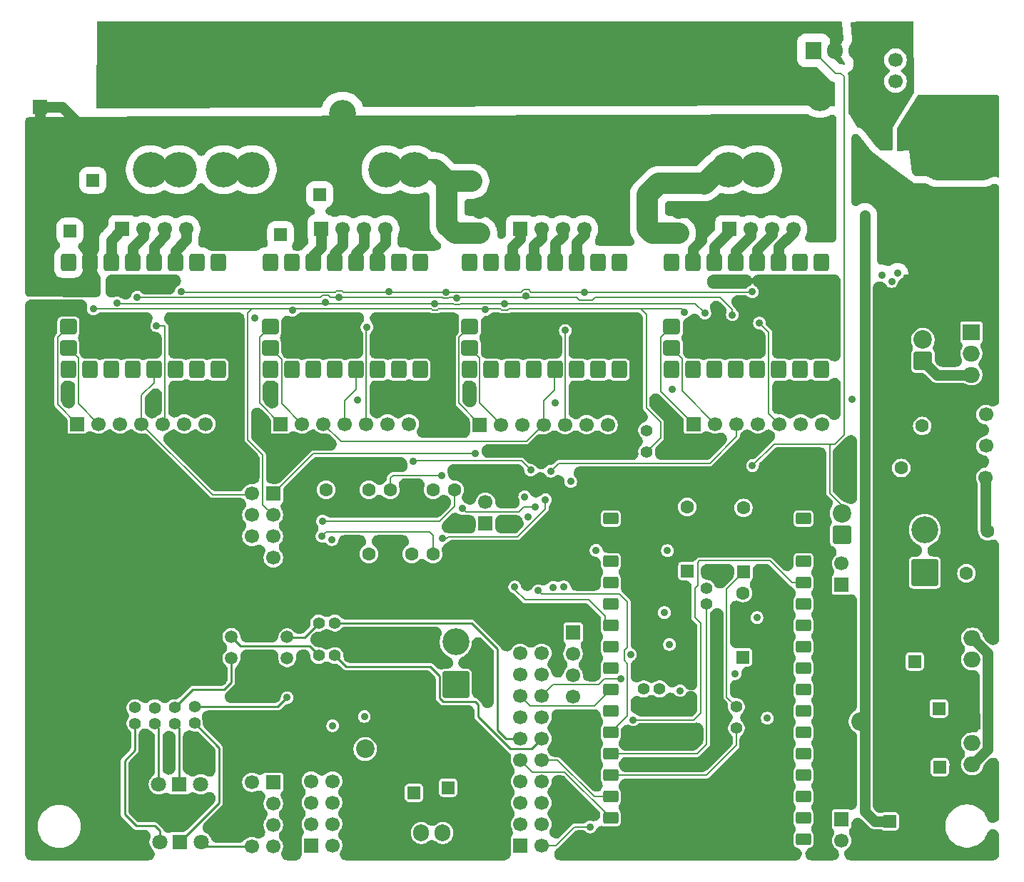
<source format=gbr>
%TF.GenerationSoftware,KiCad,Pcbnew,9.0.2*%
%TF.CreationDate,2025-08-05T21:19:51-07:00*%
%TF.ProjectId,telepresence-bot,74656c65-7072-4657-9365-6e63652d626f,rev?*%
%TF.SameCoordinates,Original*%
%TF.FileFunction,Copper,L2,Inr*%
%TF.FilePolarity,Positive*%
%FSLAX46Y46*%
G04 Gerber Fmt 4.6, Leading zero omitted, Abs format (unit mm)*
G04 Created by KiCad (PCBNEW 9.0.2) date 2025-08-05 21:19:51*
%MOMM*%
%LPD*%
G01*
G04 APERTURE LIST*
G04 Aperture macros list*
%AMRoundRect*
0 Rectangle with rounded corners*
0 $1 Rounding radius*
0 $2 $3 $4 $5 $6 $7 $8 $9 X,Y pos of 4 corners*
0 Add a 4 corners polygon primitive as box body*
4,1,4,$2,$3,$4,$5,$6,$7,$8,$9,$2,$3,0*
0 Add four circle primitives for the rounded corners*
1,1,$1+$1,$2,$3*
1,1,$1+$1,$4,$5*
1,1,$1+$1,$6,$7*
1,1,$1+$1,$8,$9*
0 Add four rect primitives between the rounded corners*
20,1,$1+$1,$2,$3,$4,$5,0*
20,1,$1+$1,$4,$5,$6,$7,0*
20,1,$1+$1,$6,$7,$8,$9,0*
20,1,$1+$1,$8,$9,$2,$3,0*%
G04 Aperture macros list end*
%TA.AperFunction,ComponentPad*%
%ADD10RoundRect,0.250000X0.550000X-0.550000X0.550000X0.550000X-0.550000X0.550000X-0.550000X-0.550000X0*%
%TD*%
%TA.AperFunction,ComponentPad*%
%ADD11C,1.600000*%
%TD*%
%TA.AperFunction,ComponentPad*%
%ADD12C,1.400000*%
%TD*%
%TA.AperFunction,ComponentPad*%
%ADD13O,1.905000X2.000000*%
%TD*%
%TA.AperFunction,ComponentPad*%
%ADD14R,1.905000X2.000000*%
%TD*%
%TA.AperFunction,ComponentPad*%
%ADD15C,1.700000*%
%TD*%
%TA.AperFunction,ComponentPad*%
%ADD16R,1.700000X1.700000*%
%TD*%
%TA.AperFunction,ComponentPad*%
%ADD17C,3.200000*%
%TD*%
%TA.AperFunction,ComponentPad*%
%ADD18RoundRect,0.250000X1.350000X1.350000X-1.350000X1.350000X-1.350000X-1.350000X1.350000X-1.350000X0*%
%TD*%
%TA.AperFunction,ComponentPad*%
%ADD19RoundRect,1.200000X2.800000X-2.800000X2.800000X2.800000X-2.800000X2.800000X-2.800000X-2.800000X0*%
%TD*%
%TA.AperFunction,ComponentPad*%
%ADD20C,2.200000*%
%TD*%
%TA.AperFunction,ComponentPad*%
%ADD21RoundRect,0.249999X-0.850001X-0.850001X0.850001X-0.850001X0.850001X0.850001X-0.850001X0.850001X0*%
%TD*%
%TA.AperFunction,ComponentPad*%
%ADD22RoundRect,0.250000X-1.350000X1.350000X-1.350000X-1.350000X1.350000X-1.350000X1.350000X1.350000X0*%
%TD*%
%TA.AperFunction,ComponentPad*%
%ADD23RoundRect,0.233333X0.666667X0.466667X-0.666667X0.466667X-0.666667X-0.466667X0.666667X-0.466667X0*%
%TD*%
%TA.AperFunction,ComponentPad*%
%ADD24RoundRect,0.249999X0.850001X-0.850001X0.850001X0.850001X-0.850001X0.850001X-0.850001X-0.850001X0*%
%TD*%
%TA.AperFunction,ComponentPad*%
%ADD25RoundRect,0.250000X0.750000X0.650000X-0.750000X0.650000X-0.750000X-0.650000X0.750000X-0.650000X0*%
%TD*%
%TA.AperFunction,ComponentPad*%
%ADD26RoundRect,0.250000X0.750000X-0.650000X0.750000X0.650000X-0.750000X0.650000X-0.750000X-0.650000X0*%
%TD*%
%TA.AperFunction,ComponentPad*%
%ADD27RoundRect,0.250000X0.650000X-0.750000X0.650000X0.750000X-0.650000X0.750000X-0.650000X-0.750000X0*%
%TD*%
%TA.AperFunction,ComponentPad*%
%ADD28RoundRect,0.250000X-0.650000X0.750000X-0.650000X-0.750000X0.650000X-0.750000X0.650000X0.750000X0*%
%TD*%
%TA.AperFunction,ComponentPad*%
%ADD29C,2.400000*%
%TD*%
%TA.AperFunction,ComponentPad*%
%ADD30RoundRect,0.250001X-0.949999X0.949999X-0.949999X-0.949999X0.949999X-0.949999X0.949999X0.949999X0*%
%TD*%
%TA.AperFunction,ComponentPad*%
%ADD31RoundRect,0.250000X0.550000X0.550000X-0.550000X0.550000X-0.550000X-0.550000X0.550000X-0.550000X0*%
%TD*%
%TA.AperFunction,ComponentPad*%
%ADD32C,4.200000*%
%TD*%
%TA.AperFunction,ComponentPad*%
%ADD33C,1.500000*%
%TD*%
%TA.AperFunction,ComponentPad*%
%ADD34R,1.500000X1.500000*%
%TD*%
%TA.AperFunction,ComponentPad*%
%ADD35C,1.800000*%
%TD*%
%TA.AperFunction,ComponentPad*%
%ADD36R,1.800000X1.800000*%
%TD*%
%TA.AperFunction,ComponentPad*%
%ADD37RoundRect,0.250000X-0.550000X-0.550000X0.550000X-0.550000X0.550000X0.550000X-0.550000X0.550000X0*%
%TD*%
%TA.AperFunction,ComponentPad*%
%ADD38RoundRect,0.250000X1.350000X-1.350000X1.350000X1.350000X-1.350000X1.350000X-1.350000X-1.350000X0*%
%TD*%
%TA.AperFunction,ComponentPad*%
%ADD39O,2.000000X1.905000*%
%TD*%
%TA.AperFunction,ComponentPad*%
%ADD40R,2.000000X1.905000*%
%TD*%
%TA.AperFunction,ViaPad*%
%ADD41C,0.900000*%
%TD*%
%TA.AperFunction,Conductor*%
%ADD42C,0.160000*%
%TD*%
%TA.AperFunction,Conductor*%
%ADD43C,1.270000*%
%TD*%
%TA.AperFunction,Conductor*%
%ADD44C,0.254000*%
%TD*%
%TA.AperFunction,Conductor*%
%ADD45C,2.540000*%
%TD*%
G04 APERTURE END LIST*
D10*
%TO.N,Net-(C15-Pad1)*%
%TO.C,C15*%
X66275000Y-37385112D03*
D11*
%TO.N,GND*%
X66275000Y-34885112D03*
%TD*%
D12*
%TO.N,/AUX_PWR_ENABLE*%
%TO.C,R10*%
X85724800Y-91505500D03*
%TO.N,Net-(R10-Pad2)*%
X87624800Y-91505500D03*
%TD*%
D13*
%TO.N,Net-(D9-K)*%
%TO.C,U11*%
X59330800Y-108602000D03*
%TO.N,Net-(U11-VO)*%
X61870800Y-108602000D03*
D14*
%TO.N,GND*%
X64410800Y-108602000D03*
%TD*%
D15*
%TO.N,/drivers/motor_driver2/_DIR*%
%TO.C,J17*%
X57893000Y-60027000D03*
%TO.N,/drivers/motor_driver2/_STEP*%
X55353000Y-60027000D03*
%TO.N,/drivers/motor_driver2/_CLK_DCO*%
X52813000Y-60027000D03*
%TO.N,/drivers/motor_driver2/_MISO*%
X50273000Y-60027000D03*
%TO.N,/drivers/motor_driver1/_MISO*%
X47733000Y-60027000D03*
%TO.N,Net-(J17-Pin_2)*%
X45193000Y-60027000D03*
D16*
%TO.N,Net-(J17-Pin_1)*%
X42653000Y-60027000D03*
%TD*%
D17*
%TO.N,VMOT*%
%TO.C,D5*%
X106636000Y-21277000D03*
D18*
%TO.N,/MOTOR_POWER_RAIL*%
X111716000Y-21277000D03*
%TD*%
D19*
%TO.N,+BATT*%
%TO.C,J4*%
X123276000Y-27077000D03*
%TO.N,GND*%
X123276000Y-39577000D03*
%TD*%
D15*
%TO.N,GND*%
%TO.C,J11*%
X77347200Y-94930200D03*
%TO.N,Net-(J11-Pin_4)*%
X77347200Y-92390200D03*
%TO.N,Net-(J11-Pin_3)*%
X77347200Y-89850200D03*
%TO.N,Net-(J11-Pin_2)*%
X77347200Y-87310200D03*
D16*
%TO.N,Net-(J11-Pin_1)*%
X77347200Y-84770200D03*
%TD*%
D15*
%TO.N,Net-(J2-Pin_2)*%
%TO.C,J2*%
X126318400Y-58913000D03*
D16*
%TO.N,GND*%
X123778400Y-58913000D03*
%TD*%
D12*
%TO.N,Net-(R41-Pad2)*%
%TO.C,R41*%
X96726000Y-93607000D03*
%TO.N,/IO_MP_ENABLE*%
X96726000Y-96147000D03*
%TD*%
D20*
%TO.N,/3v3_compute*%
%TO.C,D1*%
X111451000Y-95352000D03*
D21*
%TO.N,GND*%
X108911000Y-95352000D03*
%TD*%
D17*
%TO.N,GND*%
%TO.C,D8*%
X49986000Y-23177000D03*
D22*
%TO.N,VMOT*%
X49986000Y-18097000D03*
%TD*%
D23*
%TO.N,Net-(JP1-B)*%
%TO.C,U1*%
X104686000Y-109377000D03*
%TO.N,/RST*%
X104686000Y-106837000D03*
%TO.N,/SDA*%
X104686000Y-104297000D03*
%TO.N,/SCL*%
X104686000Y-101757000D03*
%TO.N,/GPIO0*%
X104686000Y-99217000D03*
%TO.N,/GPIO1*%
X104686000Y-96677000D03*
%TO.N,/GPIO6*%
X104686000Y-94137000D03*
%TO.N,/GPIO7*%
X104686000Y-91597000D03*
%TO.N,Net-(U1-GPIO8{slash}PAD_COMP0{slash}SDIO_DATA0)*%
X104686000Y-89057000D03*
%TO.N,/DRIVER_SCK*%
X104686000Y-86517000D03*
%TO.N,/DRIVER_SDI*%
X104686000Y-83977000D03*
%TO.N,/GPIO26*%
X104686000Y-81437000D03*
%TO.N,/GPIO25*%
X104686000Y-78897000D03*
%TO.N,Net-(JP2-B)*%
X104686000Y-76357000D03*
%TO.N,GND*%
X104686000Y-73817000D03*
%TO.N,unconnected-(U1-NC-Pad16)*%
X104686000Y-71277000D03*
%TO.N,GND*%
X81826000Y-109377000D03*
%TO.N,/UART_TX*%
X81826000Y-106837000D03*
%TO.N,/UART_RX*%
X81826000Y-104297000D03*
%TO.N,/IO_MP_ENABLE*%
X81826000Y-101757000D03*
%TO.N,/IO_DRV_ENABLE*%
X81826000Y-99217000D03*
%TO.N,/DRIVER_CS*%
X81826000Y-96677000D03*
%TO.N,/WS281X_LED_CTRL*%
X81826000Y-94137000D03*
%TO.N,/AUX_PWR_ENABLE*%
X81826000Y-91597000D03*
%TO.N,Net-(U1-MTDO{slash}GPIO5{slash}LP_GPIO5{slash}LP_UART_TXD{slash}ADC1_CH4{slash}FSPIWP)*%
X81826000Y-89057000D03*
%TO.N,unconnected-(U1-NC-Pad26)*%
X81826000Y-86517000D03*
%TO.N,/DRIVER_CLOCK*%
X81826000Y-83977000D03*
%TO.N,GND*%
X81826000Y-81437000D03*
%TO.N,unconnected-(U1-GPIO14{slash}USBDP{slash}SDIO_DATA2-Pad29)*%
X81826000Y-78897000D03*
%TO.N,unconnected-(U1-GPIO13{slash}USBDM{slash}SDIO_DATA3-Pad30)*%
X81826000Y-76357000D03*
%TO.N,GND*%
X81826000Y-73817000D03*
%TO.N,unconnected-(U1-NC-Pad32)*%
X81826000Y-71277000D03*
%TD*%
D20*
%TO.N,Net-(D4-A)*%
%TO.C,D4*%
X118850800Y-50023000D03*
D24*
%TO.N,/MOTOR_POWER_RAIL*%
X118850800Y-52563000D03*
%TD*%
D25*
%TO.N,Net-(J15-Pin_1)*%
%TO.C,U13*%
X89045000Y-48497000D03*
D26*
%TO.N,Net-(J15-Pin_2)*%
X89045000Y-51037000D03*
D27*
%TO.N,GND*%
X106825000Y-40877000D03*
%TO.N,/drivers/DRV_VIO_ISO*%
X104285000Y-40877000D03*
%TO.N,Net-(J16-Pin_4)*%
X101745000Y-40877000D03*
%TO.N,Net-(J16-Pin_3)*%
X99205000Y-40877000D03*
%TO.N,Net-(J16-Pin_2)*%
X96665000Y-40877000D03*
%TO.N,Net-(J16-Pin_1)*%
X94125000Y-40877000D03*
%TO.N,GND*%
X91585000Y-40877000D03*
%TO.N,/drivers/motor_driver/_Vmot*%
X89045000Y-40877000D03*
D28*
%TO.N,Net-(U13-DIR)*%
X106825000Y-53577000D03*
%TO.N,Net-(U13-STEP)*%
X104285000Y-53577000D03*
%TO.N,Net-(U13-CLK{slash}DCO)*%
X101745000Y-53577000D03*
%TO.N,/drivers/motor_driver/_MISO*%
X99205000Y-53577000D03*
%TO.N,Net-(U13-CSN{slash}CFG3)*%
X96665000Y-53577000D03*
%TO.N,Net-(U13-SCK{slash}CFG2)*%
X94125000Y-53577000D03*
%TO.N,Net-(U13-SDI{slash}CFG1)*%
X91585000Y-53577000D03*
%TO.N,Net-(U13-EN)*%
X89045000Y-53577000D03*
%TD*%
D29*
%TO.N,GND*%
%TO.C,C17*%
X77126000Y-25877000D03*
D30*
%TO.N,VMOT*%
X77126000Y-18377000D03*
%TD*%
D25*
%TO.N,Net-(J19-Pin_1)*%
%TO.C,U15*%
X17465000Y-48497000D03*
D26*
%TO.N,Net-(J19-Pin_2)*%
X17465000Y-51037000D03*
D27*
%TO.N,GND*%
X35245000Y-40877000D03*
%TO.N,/drivers/DRV_VIO_ISO*%
X32705000Y-40877000D03*
%TO.N,Net-(J20-Pin_4)*%
X30165000Y-40877000D03*
%TO.N,Net-(J20-Pin_3)*%
X27625000Y-40877000D03*
%TO.N,Net-(J20-Pin_2)*%
X25085000Y-40877000D03*
%TO.N,Net-(J20-Pin_1)*%
X22545000Y-40877000D03*
%TO.N,GND*%
X20005000Y-40877000D03*
%TO.N,/drivers/motor_driver3/_Vmot*%
X17465000Y-40877000D03*
D28*
%TO.N,Net-(U15-DIR)*%
X35245000Y-53577000D03*
%TO.N,Net-(U15-STEP)*%
X32705000Y-53577000D03*
%TO.N,Net-(U15-CLK{slash}DCO)*%
X30165000Y-53577000D03*
%TO.N,/drivers/DRV_MOSI_LAST*%
X27625000Y-53577000D03*
%TO.N,Net-(U15-CSN{slash}CFG3)*%
X25085000Y-53577000D03*
%TO.N,Net-(U15-SCK{slash}CFG2)*%
X22545000Y-53577000D03*
%TO.N,Net-(U15-SDI{slash}CFG1)*%
X20005000Y-53577000D03*
%TO.N,Net-(U15-EN)*%
X17465000Y-53577000D03*
%TD*%
D11*
%TO.N,GND*%
%TO.C,C5*%
X118241200Y-93812600D03*
D31*
%TO.N,Net-(U3-VO)*%
X120741200Y-93812600D03*
%TD*%
D12*
%TO.N,Net-(D2-A)*%
%TO.C,R2*%
X27726000Y-95627000D03*
%TO.N,/5v_compute*%
X27726000Y-93727000D03*
%TD*%
D32*
%TO.N,Net-(C29-Pad1)*%
%TO.C,F6*%
X95817000Y-29834000D03*
X99217000Y-29834000D03*
%TO.N,VMOT*%
X95817000Y-16364000D03*
X99217000Y-16364000D03*
%TD*%
D11*
%TO.N,/drivers/DRV_ENABLE_ISO*%
%TO.C,U12*%
X90886000Y-69887000D03*
%TO.N,GND*%
X93426000Y-69887000D03*
X93426000Y-77507000D03*
D10*
%TO.N,Net-(R48-Pad2)*%
X90886000Y-77507000D03*
%TD*%
D33*
%TO.N,Net-(J1-Pin_7)*%
%TO.C,Q3*%
X43426000Y-87877000D03*
%TO.N,Net-(Q3-B)*%
X43426000Y-85337000D03*
D34*
%TO.N,GND*%
X43426000Y-82797000D03*
%TD*%
D15*
%TO.N,VMOT*%
%TO.C,J8*%
X22476000Y-21747000D03*
X22476000Y-19207000D03*
X22476000Y-16667000D03*
D16*
X22476000Y-14127000D03*
%TD*%
D33*
%TO.N,Net-(J1-Pin_1)*%
%TO.C,Q4*%
X36816000Y-87867000D03*
%TO.N,Net-(Q4-B)*%
X36816000Y-85327000D03*
D34*
%TO.N,GND*%
X36816000Y-82787000D03*
%TD*%
D12*
%TO.N,Net-(J1-Pin_7)*%
%TO.C,R64*%
X32426000Y-93632000D03*
%TO.N,Net-(D10-K)*%
X32426000Y-95532000D03*
%TD*%
D32*
%TO.N,VMOT*%
%TO.C,F7*%
X39273000Y-16364000D03*
X35873000Y-16364000D03*
%TO.N,Net-(C33-Pad1)*%
X39273000Y-29834000D03*
X35873000Y-29834000D03*
%TD*%
D11*
%TO.N,/drivers/DRV_VIO_ISO*%
%TO.C,U9*%
X48035600Y-67853800D03*
%TO.N,GND*%
X50575600Y-67853800D03*
%TO.N,Net-(R45-Pad1)*%
X53115600Y-67853800D03*
%TO.N,/drivers/DRV_CLK_ISO*%
X55655600Y-67853800D03*
%TO.N,GND*%
X58195600Y-67853800D03*
%TO.N,Net-(R44-Pad1)*%
X60735600Y-67853800D03*
%TO.N,/drivers/DRV_CS_ISO*%
X63275600Y-67853800D03*
%TO.N,GND*%
X63275600Y-75473800D03*
%TO.N,/drivers/DRV_SCK_ISO*%
X60735600Y-75473800D03*
%TO.N,Net-(R42-Pad2)*%
X58195600Y-75473800D03*
%TO.N,GND*%
X55655600Y-75473800D03*
%TO.N,unconnected-(U9-Pad3)*%
X53115600Y-75473800D03*
%TO.N,GND*%
X50575600Y-75473800D03*
D10*
X48035600Y-75473800D03*
%TD*%
D15*
%TO.N,Net-(J3-Pin_2)*%
%TO.C,J3*%
X126313400Y-66380600D03*
D16*
%TO.N,GND*%
X123773400Y-66380600D03*
%TD*%
D15*
%TO.N,/drivers/motor_driver/_DIR*%
%TO.C,J15*%
X106885000Y-60027000D03*
%TO.N,/drivers/motor_driver/_STEP*%
X104345000Y-60027000D03*
%TO.N,/drivers/motor_driver/_CLK_DCO*%
X101805000Y-60027000D03*
%TO.N,/drivers/motor_driver/_MISO*%
X99265000Y-60027000D03*
%TO.N,/drivers/DRV_MOSI_ISO*%
X96725000Y-60027000D03*
%TO.N,Net-(J15-Pin_2)*%
X94185000Y-60027000D03*
D16*
%TO.N,Net-(J15-Pin_1)*%
X91645000Y-60027000D03*
%TD*%
D15*
%TO.N,Net-(JP2-B)*%
%TO.C,JP2*%
X109201000Y-76587000D03*
D16*
%TO.N,/5v_compute*%
X109201000Y-79127000D03*
%TD*%
D15*
%TO.N,GND*%
%TO.C,J9*%
X115599600Y-19339800D03*
%TO.N,Net-(J9-Pin_2)*%
X115599600Y-16799800D03*
D16*
%TO.N,/MOTOR_POWER_RAIL*%
X115599600Y-14259800D03*
%TD*%
D25*
%TO.N,Net-(J6-Pin_1)*%
%TO.C,U7*%
X65075000Y-48497000D03*
D26*
%TO.N,Net-(J6-Pin_2)*%
X65075000Y-51037000D03*
D27*
%TO.N,GND*%
X82855000Y-40877000D03*
%TO.N,/drivers/DRV_VIO_ISO*%
X80315000Y-40877000D03*
%TO.N,Net-(J7-Pin_4)*%
X77775000Y-40877000D03*
%TO.N,Net-(J7-Pin_3)*%
X75235000Y-40877000D03*
%TO.N,Net-(J7-Pin_2)*%
X72695000Y-40877000D03*
%TO.N,Net-(J7-Pin_1)*%
X70155000Y-40877000D03*
%TO.N,GND*%
X67615000Y-40877000D03*
%TO.N,/drivers/motor_driver1/_Vmot*%
X65075000Y-40877000D03*
D28*
%TO.N,Net-(U7-DIR)*%
X82855000Y-53577000D03*
%TO.N,Net-(U7-STEP)*%
X80315000Y-53577000D03*
%TO.N,Net-(U7-CLK{slash}DCO)*%
X77775000Y-53577000D03*
%TO.N,/drivers/motor_driver1/_MISO*%
X75235000Y-53577000D03*
%TO.N,Net-(U7-CSN{slash}CFG3)*%
X72695000Y-53577000D03*
%TO.N,Net-(U7-SCK{slash}CFG2)*%
X70155000Y-53577000D03*
%TO.N,Net-(U7-SDI{slash}CFG1)*%
X67615000Y-53577000D03*
%TO.N,Net-(U7-EN)*%
X65075000Y-53577000D03*
%TD*%
D15*
%TO.N,Net-(J20-Pin_4)*%
%TO.C,J20*%
X31475000Y-36877000D03*
%TO.N,Net-(J20-Pin_3)*%
X28935000Y-36877000D03*
%TO.N,Net-(J20-Pin_2)*%
X26395000Y-36877000D03*
D16*
%TO.N,Net-(J20-Pin_1)*%
X23855000Y-36877000D03*
%TD*%
D32*
%TO.N,VMOT*%
%TO.C,F4*%
X58545000Y-16364000D03*
X55145000Y-16364000D03*
%TO.N,Net-(C15-Pad1)*%
X58545000Y-29834000D03*
X55145000Y-29834000D03*
%TD*%
D11*
%TO.N,GND*%
%TO.C,C30*%
X88876000Y-26470651D03*
D10*
%TO.N,Net-(C29-Pad1)*%
X88876000Y-31470651D03*
%TD*%
D11*
%TO.N,GND*%
%TO.C,C3*%
X118342800Y-100772200D03*
D31*
%TO.N,/5v_compute*%
X120842800Y-100772200D03*
%TD*%
D12*
%TO.N,Net-(Q3-B)*%
%TO.C,R14*%
X47181000Y-83677000D03*
%TO.N,/IO_MP_ENABLE*%
X49081000Y-83677000D03*
%TD*%
D20*
%TO.N,/drivers/DRV_VIO_ISO*%
%TO.C,D7*%
X52676000Y-98627000D03*
D24*
%TO.N,GND*%
X52676000Y-101167000D03*
%TD*%
D35*
%TO.N,Net-(D2-A)*%
%TO.C,D2*%
X28186000Y-102827000D03*
D36*
%TO.N,GND*%
X25646000Y-102827000D03*
%TD*%
D15*
%TO.N,Net-(J16-Pin_4)*%
%TO.C,J16*%
X103495000Y-36877000D03*
%TO.N,Net-(J16-Pin_3)*%
X100955000Y-36877000D03*
%TO.N,Net-(J16-Pin_2)*%
X98415000Y-36877000D03*
D16*
%TO.N,Net-(J16-Pin_1)*%
X95875000Y-36877000D03*
%TD*%
D35*
%TO.N,/5v_compute*%
%TO.C,D11*%
X33166000Y-102827000D03*
D36*
%TO.N,Net-(D11-K)*%
X30626000Y-102827000D03*
%TD*%
D20*
%TO.N,Net-(D6-A)*%
%TO.C,D6*%
X109226000Y-70639183D03*
D24*
%TO.N,/MOTOR_POWER_RAIL*%
X109226000Y-73179183D03*
%TD*%
D11*
%TO.N,GND*%
%TO.C,C1*%
X117901000Y-83227000D03*
D10*
%TO.N,Net-(D12-K)*%
X117901000Y-88227000D03*
%TD*%
D12*
%TO.N,Net-(D11-K)*%
%TO.C,R70*%
X30076000Y-95622000D03*
%TO.N,Net-(J1-Pin_1)*%
X30076000Y-93722000D03*
%TD*%
%TO.N,Net-(Q4-B)*%
%TO.C,R15*%
X47181000Y-87527000D03*
%TO.N,/IO_DRV_ENABLE*%
X49081000Y-87527000D03*
%TD*%
D35*
%TO.N,/5v_compute*%
%TO.C,D10*%
X33266000Y-109677000D03*
D36*
%TO.N,Net-(D10-K)*%
X30726000Y-109677000D03*
%TD*%
D12*
%TO.N,Net-(R48-Pad2)*%
%TO.C,R48*%
X93176000Y-79532000D03*
%TO.N,/IO_DRV_ENABLE*%
X93176000Y-81432000D03*
%TD*%
D15*
%TO.N,GND*%
%TO.C,J12*%
X14076000Y-30047000D03*
X14076000Y-27507000D03*
X14076000Y-24967000D03*
D16*
X14076000Y-22427000D03*
%TD*%
D15*
%TO.N,GND*%
%TO.C,J13*%
X39236000Y-75927000D03*
%TO.N,Net-(J13-Pin_7)*%
X41776000Y-75927000D03*
%TO.N,Net-(J13-Pin_6)*%
X39236000Y-73387000D03*
%TO.N,Net-(J13-Pin_5)*%
X41776000Y-73387000D03*
%TO.N,/drivers/DRV_VIO_ISO*%
X39236000Y-70847000D03*
%TO.N,/drivers/DRV_ENABLE_ISO*%
X41776000Y-70847000D03*
%TO.N,/drivers/DRV_MOSI_LAST*%
X39236000Y-68307000D03*
D16*
%TO.N,/drivers/MCU_MISO_ISO*%
X41776000Y-68307000D03*
%TD*%
D11*
%TO.N,GND*%
%TO.C,C7*%
X117428400Y-107223800D03*
D37*
%TO.N,/3v3_compute*%
X114928400Y-107223800D03*
%TD*%
D15*
%TO.N,Net-(JP1-B)*%
%TO.C,JP1*%
X109201000Y-109517000D03*
D16*
%TO.N,/3v3_compute*%
X109201000Y-106977000D03*
%TD*%
D15*
%TO.N,/drivers/motor_driver3/_DIR*%
%TO.C,J19*%
X33763000Y-60027000D03*
%TO.N,/drivers/motor_driver3/_STEP*%
X31223000Y-60027000D03*
%TO.N,/drivers/motor_driver3/_CLK_DCO*%
X28683000Y-60027000D03*
%TO.N,/drivers/DRV_MOSI_LAST*%
X26143000Y-60027000D03*
%TO.N,/drivers/motor_driver2/_MISO*%
X23603000Y-60027000D03*
%TO.N,Net-(J19-Pin_2)*%
X21063000Y-60027000D03*
D16*
%TO.N,Net-(J19-Pin_1)*%
X18523000Y-60027000D03*
%TD*%
D12*
%TO.N,/drivers/DRV_ENABLE_ISO*%
%TO.C,R47*%
X86084800Y-63331800D03*
%TO.N,/drivers/DRV_VIO_ISO*%
X86084800Y-60791800D03*
%TD*%
D11*
%TO.N,Net-(R11-Pad1)*%
%TO.C,U4*%
X97526000Y-80107000D03*
%TO.N,GND*%
X100066000Y-80107000D03*
X100066000Y-87727000D03*
D10*
%TO.N,Net-(R10-Pad2)*%
X97526000Y-87727000D03*
%TD*%
D17*
%TO.N,/IOLV_IN*%
%TO.C,D12*%
X119076000Y-72612000D03*
D38*
%TO.N,Net-(D12-K)*%
X119076000Y-77692000D03*
%TD*%
D17*
%TO.N,/IOLV_IN*%
%TO.C,D9*%
X63426000Y-85927000D03*
D38*
%TO.N,Net-(D9-K)*%
X63426000Y-91007000D03*
%TD*%
D11*
%TO.N,GND*%
%TO.C,C37*%
X17634000Y-34656000D03*
D10*
%TO.N,Net-(C37-Pad1)*%
X17634000Y-37156000D03*
%TD*%
D11*
%TO.N,GND*%
%TO.C,C24*%
X55978000Y-103823218D03*
D31*
%TO.N,Net-(D9-K)*%
X58478000Y-103823218D03*
%TD*%
D11*
%TO.N,/IOLV_IN*%
%TO.C,F2*%
X124026000Y-77777000D03*
%TO.N,Net-(J3-Pin_2)*%
X126526000Y-72777000D03*
%TD*%
D15*
%TO.N,Net-(J10-Pin_2)*%
%TO.C,J10*%
X66951000Y-69337000D03*
D16*
%TO.N,Net-(J10-Pin_1)*%
X66951000Y-71877000D03*
%TD*%
D35*
%TO.N,Net-(D3-A)*%
%TO.C,D3*%
X28286000Y-109677000D03*
D36*
%TO.N,GND*%
X25746000Y-109677000D03*
%TD*%
D11*
%TO.N,GND*%
%TO.C,C34*%
X47276000Y-27777000D03*
D10*
%TO.N,Net-(C33-Pad1)*%
X47276000Y-32777000D03*
%TD*%
D15*
%TO.N,/IOLV_IN*%
%TO.C,J14*%
X48816000Y-102447000D03*
X46276000Y-102447000D03*
X48816000Y-104987000D03*
X46276000Y-104987000D03*
%TO.N,/drivers/DRV_VIO_ISO*%
X48816000Y-107527000D03*
X46276000Y-107527000D03*
X48816000Y-110067000D03*
D16*
X46276000Y-110067000D03*
%TD*%
D32*
%TO.N,VMOT*%
%TO.C,F8*%
X30576000Y-16364000D03*
X27176000Y-16364000D03*
%TO.N,Net-(C37-Pad1)*%
X30576000Y-29834000D03*
X27176000Y-29834000D03*
%TD*%
D11*
%TO.N,Net-(J5-Pin_2)*%
%TO.C,F1*%
X116276000Y-65273800D03*
%TO.N,/AUX_PWR_RAIL*%
X118776000Y-60273800D03*
%TD*%
D39*
%TO.N,Net-(D12-K)*%
%TO.C,U2*%
X124708000Y-88021400D03*
%TO.N,/5v_compute*%
X124708000Y-85481400D03*
D40*
%TO.N,GND*%
X124708000Y-82941400D03*
%TD*%
D11*
%TO.N,GND*%
%TO.C,C38*%
X20376000Y-26089651D03*
D10*
%TO.N,Net-(C37-Pad1)*%
X20376000Y-31089651D03*
%TD*%
D11*
%TO.N,GND*%
%TO.C,C29*%
X89872112Y-34885112D03*
D10*
%TO.N,Net-(C29-Pad1)*%
X89872112Y-37385112D03*
%TD*%
D11*
%TO.N,GND*%
%TO.C,C16*%
X65226000Y-26216651D03*
D10*
%TO.N,Net-(C15-Pad1)*%
X65226000Y-31216651D03*
%TD*%
D25*
%TO.N,Net-(J17-Pin_1)*%
%TO.C,U14*%
X41425000Y-48497000D03*
D26*
%TO.N,Net-(J17-Pin_2)*%
X41425000Y-51037000D03*
D27*
%TO.N,GND*%
X59205000Y-40877000D03*
%TO.N,/drivers/DRV_VIO_ISO*%
X56665000Y-40877000D03*
%TO.N,Net-(J18-Pin_4)*%
X54125000Y-40877000D03*
%TO.N,Net-(J18-Pin_3)*%
X51585000Y-40877000D03*
%TO.N,Net-(J18-Pin_2)*%
X49045000Y-40877000D03*
%TO.N,Net-(J18-Pin_1)*%
X46505000Y-40877000D03*
%TO.N,GND*%
X43965000Y-40877000D03*
%TO.N,/drivers/motor_driver2/_Vmot*%
X41425000Y-40877000D03*
D28*
%TO.N,Net-(U14-DIR)*%
X59205000Y-53577000D03*
%TO.N,Net-(U14-STEP)*%
X56665000Y-53577000D03*
%TO.N,Net-(U14-CLK{slash}DCO)*%
X54125000Y-53577000D03*
%TO.N,/drivers/motor_driver2/_MISO*%
X51585000Y-53577000D03*
%TO.N,Net-(U14-CSN{slash}CFG3)*%
X49045000Y-53577000D03*
%TO.N,Net-(U14-SCK{slash}CFG2)*%
X46505000Y-53577000D03*
%TO.N,Net-(U14-SDI{slash}CFG1)*%
X43965000Y-53577000D03*
%TO.N,Net-(U14-EN)*%
X41425000Y-53577000D03*
%TD*%
D15*
%TO.N,/5v_compute*%
%TO.C,J1*%
X39236000Y-110207000D03*
%TO.N,Net-(J1-Pin_7)*%
X41776000Y-110207000D03*
%TO.N,GND*%
X39236000Y-107667000D03*
%TO.N,/5v_compute*%
X41776000Y-107667000D03*
%TO.N,GND*%
X39236000Y-105127000D03*
%TO.N,/5v_compute*%
X41776000Y-105127000D03*
%TO.N,/3v3_compute*%
X39236000Y-102587000D03*
D16*
%TO.N,Net-(J1-Pin_1)*%
X41776000Y-102587000D03*
%TD*%
D39*
%TO.N,/5v_compute*%
%TO.C,U3*%
X124708000Y-100467400D03*
%TO.N,Net-(U3-VO)*%
X124708000Y-97927400D03*
D40*
%TO.N,GND*%
X124708000Y-95387400D03*
%TD*%
D11*
%TO.N,GND*%
%TO.C,C33*%
X42653000Y-35012112D03*
D10*
%TO.N,Net-(C33-Pad1)*%
X42653000Y-37512112D03*
%TD*%
D15*
%TO.N,/drivers/motor_driver1/_DIR*%
%TO.C,J6*%
X81495000Y-60127000D03*
%TO.N,/drivers/motor_driver1/_STEP*%
X78955000Y-60127000D03*
%TO.N,/drivers/motor_driver1/_CLK_DCO*%
X76415000Y-60127000D03*
%TO.N,/drivers/motor_driver1/_MISO*%
X73875000Y-60127000D03*
%TO.N,/drivers/motor_driver/_MISO*%
X71335000Y-60127000D03*
%TO.N,Net-(J6-Pin_2)*%
X68795000Y-60127000D03*
D16*
%TO.N,Net-(J6-Pin_1)*%
X66255000Y-60127000D03*
%TD*%
D11*
%TO.N,GND*%
%TO.C,C11*%
X65020400Y-103213618D03*
D37*
%TO.N,Net-(U11-VO)*%
X62520400Y-103213618D03*
%TD*%
D13*
%TO.N,/MOTOR_POWER_RAIL*%
%TO.C,Q2*%
X110976800Y-15682200D03*
%TO.N,VMOT*%
X108436800Y-15682200D03*
D14*
%TO.N,Net-(D6-A)*%
X105896800Y-15682200D03*
%TD*%
D15*
%TO.N,Net-(J7-Pin_4)*%
%TO.C,J7*%
X78665000Y-36877000D03*
%TO.N,Net-(J7-Pin_3)*%
X76125000Y-36877000D03*
%TO.N,Net-(J7-Pin_2)*%
X73585000Y-36877000D03*
D16*
%TO.N,Net-(J7-Pin_1)*%
X71045000Y-36877000D03*
%TD*%
D15*
%TO.N,Net-(J5-Pin_2)*%
%TO.C,J5*%
X126338400Y-62647200D03*
D16*
%TO.N,GND*%
X123798400Y-62647200D03*
%TD*%
D39*
%TO.N,/MOTOR_POWER_RAIL*%
%TO.C,Q1*%
X124606400Y-54188600D03*
%TO.N,/AUX_PWR_RAIL*%
X124606400Y-51648600D03*
D40*
%TO.N,Net-(D4-A)*%
X124606400Y-49108600D03*
%TD*%
D11*
%TO.N,Net-(R39-Pad2)*%
%TO.C,U8*%
X97551000Y-70012000D03*
%TO.N,GND*%
X100091000Y-70012000D03*
X100091000Y-77632000D03*
D10*
%TO.N,Net-(R41-Pad2)*%
X97551000Y-77632000D03*
%TD*%
D15*
%TO.N,GND*%
%TO.C,U16*%
X73638800Y-84719400D03*
X71098800Y-84719400D03*
%TO.N,/5v_compute*%
X73638800Y-87259400D03*
X71098800Y-87259400D03*
%TO.N,/3v3_compute*%
X73638800Y-89799400D03*
X71098800Y-89799400D03*
%TO.N,/BATT_ALERT*%
X73638800Y-92339400D03*
%TO.N,/AUX_PWR_ENABLE*%
X71098800Y-92339400D03*
%TO.N,/WS281X_LED_CTRL*%
X73638800Y-94879400D03*
%TO.N,unconnected-(U16-GPIO15-Pad13)*%
X71098800Y-94879400D03*
%TO.N,/IO_DRV_ENABLE*%
X73638800Y-97419400D03*
%TO.N,/IO_MP_ENABLE*%
X71098800Y-97419400D03*
%TO.N,/UART_RX*%
X73638800Y-99959400D03*
%TO.N,/UART_TX*%
X71098800Y-99959400D03*
%TO.N,/GPIO25*%
X73638800Y-102499400D03*
%TO.N,/GPIO26*%
X71098800Y-102499400D03*
%TO.N,/GPIO7*%
X73638800Y-105039400D03*
%TO.N,/GPIO6*%
X71098800Y-105039400D03*
%TO.N,/GPIO1*%
X73638800Y-107579400D03*
%TO.N,/GPIO0*%
X71098800Y-107579400D03*
%TO.N,/SCL*%
X73638800Y-110119400D03*
D16*
%TO.N,/SDA*%
X71098800Y-110119400D03*
%TD*%
D12*
%TO.N,Net-(D3-A)*%
%TO.C,R3*%
X25376000Y-95622000D03*
%TO.N,/3v3_compute*%
X25376000Y-93722000D03*
%TD*%
D15*
%TO.N,Net-(J18-Pin_4)*%
%TO.C,J18*%
X55099000Y-36877000D03*
%TO.N,Net-(J18-Pin_3)*%
X52559000Y-36877000D03*
%TO.N,Net-(J18-Pin_2)*%
X50019000Y-36877000D03*
D16*
%TO.N,Net-(J18-Pin_1)*%
X47479000Y-36877000D03*
%TD*%
D41*
%TO.N,/BATT_ALERT*%
X90051000Y-91702000D03*
%TO.N,GND*%
X75226000Y-57552000D03*
%TO.N,/IOLV_IN*%
X48816000Y-95867000D03*
%TO.N,GND*%
X22496000Y-106697000D03*
X69376000Y-71677000D03*
X28101000Y-43527000D03*
X94426000Y-93627000D03*
X59876000Y-60727000D03*
X92406000Y-110017000D03*
X50751000Y-85727000D03*
X22876000Y-88027000D03*
X108401000Y-97577000D03*
X121376000Y-46637000D03*
X20056000Y-67847000D03*
X99726000Y-99202000D03*
X39601000Y-47477000D03*
X110426000Y-57102000D03*
X79776000Y-86977000D03*
X43901000Y-110302000D03*
X102226000Y-56627000D03*
X67846000Y-100927000D03*
X106926000Y-79702000D03*
X40026000Y-60427000D03*
X36876000Y-47627000D03*
X91426000Y-88977000D03*
X51176000Y-96777000D03*
X51276000Y-48827000D03*
X40256000Y-83597000D03*
X27426000Y-50127000D03*
X105946000Y-64537000D03*
X120446000Y-67117000D03*
X90126000Y-93877000D03*
X15266000Y-95437000D03*
X89126000Y-55952000D03*
X36726000Y-60202000D03*
X88001000Y-97027000D03*
X18176000Y-89807000D03*
X94526000Y-90077000D03*
X46576000Y-98377000D03*
X110251000Y-65152000D03*
X30566000Y-87557000D03*
X126596000Y-79717000D03*
X16486000Y-100787000D03*
X26436000Y-64467000D03*
X20996000Y-94877000D03*
X18556000Y-82207000D03*
X102501000Y-103177000D03*
X107476000Y-102977000D03*
X60101000Y-47377000D03*
X67996000Y-103937000D03*
X117016000Y-74327000D03*
X35306000Y-65197000D03*
X39336000Y-79917000D03*
X66326000Y-90177000D03*
X126626000Y-76027000D03*
X20906000Y-102097000D03*
X75976000Y-107602000D03*
X23476000Y-43652000D03*
X67256000Y-87147000D03*
X90526000Y-63502000D03*
X17806000Y-75917000D03*
X65101000Y-56452000D03*
X45201000Y-47952000D03*
X58726000Y-91277000D03*
X74776000Y-48727000D03*
X105476000Y-46427000D03*
X29426000Y-99627000D03*
X95576000Y-103427000D03*
X79051000Y-100477000D03*
X64401000Y-60827000D03*
X75901000Y-105002000D03*
X98746000Y-108297000D03*
X53956000Y-108047000D03*
X62699000Y-72154000D03*
X61046000Y-78367000D03*
X57351000Y-47402000D03*
X27426000Y-56827000D03*
X88826000Y-59452000D03*
X102476000Y-88527000D03*
X41626000Y-56552000D03*
X26536000Y-82577000D03*
X23056000Y-73667000D03*
X78451000Y-105052000D03*
X108276000Y-92952000D03*
X59751000Y-81627000D03*
X121556000Y-61287000D03*
X67846000Y-107447000D03*
X33576000Y-83237000D03*
X33126000Y-98227000D03*
X54226000Y-56827000D03*
X51776000Y-57227000D03*
X124006000Y-70367000D03*
X17526000Y-56577000D03*
X29776000Y-56677000D03*
X29916000Y-71787000D03*
X89401000Y-73752000D03*
X99026000Y-92927000D03*
X28596000Y-77137000D03*
X37426000Y-53152000D03*
X102046000Y-64447000D03*
%TO.N,/3v3_compute*%
X111992800Y-35240200D03*
X88526000Y-75077000D03*
X111992800Y-75127000D03*
X52576000Y-94777000D03*
X80076000Y-75034900D03*
X88776000Y-86227000D03*
%TO.N,/drivers/DRV_VIO_ISO*%
X77076000Y-66867100D03*
%TO.N,Net-(D6-A)*%
X98626000Y-64977000D03*
%TO.N,/drivers/motor_driver1/_CLK_DCO*%
X76415000Y-48927000D03*
%TO.N,/drivers/DRV_ENABLE_ISO*%
X44026000Y-46527000D03*
X66926000Y-46457000D03*
X90560500Y-46742500D03*
X20427000Y-46378000D03*
%TO.N,Net-(J10-Pin_2)*%
X71607400Y-68677000D03*
%TO.N,/drivers/DRV_SCK_ISO*%
X60941000Y-45757000D03*
X47561000Y-73347000D03*
X47976000Y-45577000D03*
X92985500Y-46867500D03*
X69226000Y-45757000D03*
X23222000Y-45647000D03*
%TO.N,/drivers/DRV_CLK_ISO*%
X48726000Y-73777000D03*
X30842000Y-44297000D03*
X62226000Y-44377000D03*
X78726000Y-44377000D03*
X61776000Y-66127000D03*
X55480000Y-44297000D03*
X98601000Y-44352000D03*
%TO.N,/drivers/MCU_MISO_ISO*%
X65776000Y-63577000D03*
%TO.N,/drivers/DRV_CS_ISO*%
X47626000Y-71577000D03*
X49526000Y-44997000D03*
X96245000Y-47077000D03*
X71776000Y-44827000D03*
X63526000Y-45107000D03*
X25635000Y-44997000D03*
%TO.N,/drivers/motor_driver/_CLK_DCO*%
X99451000Y-48052000D03*
%TO.N,Net-(J11-Pin_4)*%
X84156000Y-87427000D03*
%TO.N,/drivers/motor_driver2/_CLK_DCO*%
X52894000Y-48545000D03*
%TO.N,/drivers/motor_driver3/_CLK_DCO*%
X27926000Y-48377000D03*
%TO.N,/DRIVER_SDO*%
X96576000Y-89677000D03*
X88176000Y-82427000D03*
X72026000Y-71077000D03*
%TO.N,/DRIVER_SCK*%
X74976000Y-79427000D03*
%TO.N,/DRIVER_SDI*%
X76276000Y-79377000D03*
%TO.N,/BATT_ALERT*%
X115853600Y-42149000D03*
X83026000Y-90277000D03*
%TO.N,/DRIVER_CLOCK*%
X70426000Y-79402000D03*
%TO.N,/SDA*%
X115142400Y-43127000D03*
%TO.N,/SCL*%
X114024800Y-42377000D03*
X79376000Y-107877000D03*
%TO.N,/DRIVER_CS*%
X73226000Y-79827000D03*
%TO.N,/drivers/DRV_MOSI_ISO*%
X74687400Y-65636800D03*
%TO.N,Net-(U10-OUTB)*%
X61876000Y-73577000D03*
X74076000Y-69027000D03*
%TO.N,Net-(U10-OUTC)*%
X72826000Y-69877000D03*
X64226000Y-70089000D03*
%TO.N,Net-(U10-OUTD)*%
X72326000Y-65527000D03*
X58376000Y-64457000D03*
%TO.N,/GPIO26*%
X99176000Y-83027000D03*
%TO.N,/GPIO25*%
X84476000Y-95166000D03*
%TO.N,/GPIO6*%
X100376000Y-94977000D03*
%TO.N,Net-(J1-Pin_7)*%
X43426000Y-92527000D03*
%TD*%
D42*
%TO.N,/drivers/motor_driver3/_CLK_DCO*%
X28937000Y-59773000D02*
X28937000Y-48488000D01*
X28937000Y-48488000D02*
X28851000Y-48402000D01*
X28851000Y-48402000D02*
X27951000Y-48402000D01*
X27951000Y-48402000D02*
X27926000Y-48377000D01*
%TO.N,/drivers/motor_driver/_CLK_DCO*%
X100564000Y-49165000D02*
X100564000Y-58786000D01*
X100564000Y-49165000D02*
X99451000Y-48052000D01*
%TO.N,/drivers/DRV_CLK_ISO*%
X98576000Y-44377000D02*
X98601000Y-44352000D01*
D43*
%TO.N,GND*%
X14076000Y-24967000D02*
X14076000Y-27507000D01*
X91585000Y-40877000D02*
X91585000Y-39218000D01*
X91534112Y-34885112D02*
X89872112Y-34885112D01*
X92576000Y-35927000D02*
X91534112Y-34885112D01*
X92576000Y-38227000D02*
X92576000Y-35927000D01*
X16713349Y-22427000D02*
X20376000Y-26089651D01*
X14076000Y-27507000D02*
X14076000Y-30047000D01*
X91585000Y-39218000D02*
X92576000Y-38227000D01*
X14076000Y-22427000D02*
X14076000Y-24967000D01*
X123773400Y-66380600D02*
X123773400Y-62672200D01*
X123798400Y-62647200D02*
X123798400Y-58933000D01*
X14076000Y-22427000D02*
X16713349Y-22427000D01*
%TO.N,/5v_compute*%
X124744821Y-85481400D02*
X126544000Y-87280579D01*
X126544000Y-98668221D02*
X124744821Y-100467400D01*
X126544000Y-87280579D02*
X126544000Y-98668221D01*
D44*
X33731000Y-110207000D02*
X39236000Y-110207000D01*
D43*
%TO.N,/3v3_compute*%
X113161200Y-107223800D02*
X114928400Y-107223800D01*
X111992800Y-35240200D02*
X111992800Y-75127000D01*
X111992800Y-106055400D02*
X113161200Y-107223800D01*
X111642800Y-95352000D02*
X111992800Y-95002000D01*
X111992800Y-75127000D02*
X111992800Y-95002000D01*
X111992800Y-95002000D02*
X111992800Y-106055400D01*
D44*
%TO.N,Net-(D2-A)*%
X28186000Y-102827000D02*
X28186000Y-96137000D01*
X28186000Y-96137000D02*
X27676000Y-95627000D01*
%TO.N,Net-(D3-A)*%
X27726000Y-107777000D02*
X28286000Y-108337000D01*
X25376000Y-95622000D02*
X25376000Y-98777000D01*
X25376000Y-98777000D02*
X24126000Y-100027000D01*
X24126000Y-100027000D02*
X24126000Y-106377000D01*
X24126000Y-106377000D02*
X25526000Y-107777000D01*
X25526000Y-107777000D02*
X27726000Y-107777000D01*
X28286000Y-108337000D02*
X28286000Y-109677000D01*
D43*
%TO.N,/MOTOR_POWER_RAIL*%
X120476400Y-54188600D02*
X118850800Y-52563000D01*
X124606400Y-54188600D02*
X120476400Y-54188600D01*
D42*
%TO.N,Net-(D6-A)*%
X105896800Y-15747800D02*
X108526000Y-18377000D01*
X107776000Y-68239183D02*
X107776000Y-62627000D01*
X108376000Y-62427000D02*
X109476000Y-61327000D01*
X108526000Y-18377000D02*
X109076000Y-18377000D01*
X109076000Y-18377000D02*
X109476000Y-18777000D01*
X107776000Y-62627000D02*
X107976000Y-62427000D01*
X109476000Y-69939183D02*
X107776000Y-68239183D01*
X107976000Y-62427000D02*
X108376000Y-62427000D01*
X109476000Y-18777000D02*
X109476000Y-61327000D01*
X101176000Y-62427000D02*
X107976000Y-62427000D01*
X98626000Y-64977000D02*
X101176000Y-62427000D01*
D43*
%TO.N,Net-(J3-Pin_2)*%
X126313400Y-72564400D02*
X126526000Y-72777000D01*
X126313400Y-66380600D02*
X126313400Y-72564400D01*
D42*
%TO.N,/drivers/motor_driver1/_CLK_DCO*%
X76415000Y-48927000D02*
X76415000Y-60027000D01*
%TO.N,/drivers/motor_driver1/_MISO*%
X73875000Y-57282000D02*
X73875000Y-60027000D01*
X49794000Y-62088000D02*
X47733000Y-60027000D01*
X73875000Y-60027000D02*
X71814000Y-62088000D01*
X75165000Y-55992000D02*
X73875000Y-57282000D01*
X71814000Y-62088000D02*
X49794000Y-62088000D01*
X75165000Y-53647000D02*
X75165000Y-55992000D01*
%TO.N,/drivers/DRV_ENABLE_ISO*%
X44676000Y-46377000D02*
X60555000Y-46377000D01*
X86034000Y-58151000D02*
X86034000Y-47012000D01*
X66376000Y-46377000D02*
X66846000Y-46377000D01*
X86034000Y-47012000D02*
X85399000Y-46377000D01*
X60555000Y-46377000D02*
X60666000Y-46488000D01*
X66846000Y-46377000D02*
X66926000Y-46457000D01*
X39247200Y-46377000D02*
X38739200Y-46885000D01*
X38739200Y-61890200D02*
X40526000Y-63677000D01*
X90195000Y-46377000D02*
X90670000Y-46852000D01*
X39247200Y-46377000D02*
X44676000Y-46377000D01*
X69687000Y-46377000D02*
X69576000Y-46488000D01*
X60666000Y-46488000D02*
X61243791Y-46488000D01*
X44176000Y-46377000D02*
X44026000Y-46527000D01*
X67606000Y-46377000D02*
X67006000Y-46377000D01*
X67006000Y-46377000D02*
X66926000Y-46457000D01*
X66376000Y-46377000D02*
X67606000Y-46377000D01*
X67606000Y-46377000D02*
X68776000Y-46377000D01*
X85399000Y-46377000D02*
X90195000Y-46377000D01*
X40526000Y-69597000D02*
X41776000Y-70847000D01*
X69576000Y-46488000D02*
X68887000Y-46488000D01*
X61354791Y-46377000D02*
X61243791Y-46488000D01*
X86084800Y-63331800D02*
X87710400Y-61706200D01*
X68776000Y-46377000D02*
X68887000Y-46488000D01*
X61354791Y-46377000D02*
X66376000Y-46377000D01*
X87710400Y-59827400D02*
X86034000Y-58151000D01*
X38739200Y-46885000D02*
X38739200Y-61890200D01*
X40526000Y-63677000D02*
X40526000Y-69597000D01*
X87710400Y-61706200D02*
X87710400Y-59827400D01*
X44676000Y-46377000D02*
X44176000Y-46377000D01*
X69687000Y-46377000D02*
X85399000Y-46377000D01*
X20428000Y-46377000D02*
X39247200Y-46377000D01*
D43*
%TO.N,Net-(J7-Pin_1)*%
X71045000Y-38088000D02*
X70155000Y-38978000D01*
X71045000Y-36877000D02*
X71045000Y-38088000D01*
X70155000Y-38978000D02*
X70155000Y-40877000D01*
%TO.N,Net-(J7-Pin_4)*%
X78665000Y-36877000D02*
X78665000Y-37580000D01*
X77775000Y-38470000D02*
X77775000Y-40877000D01*
X78665000Y-37580000D02*
X77775000Y-38470000D01*
%TO.N,Net-(J7-Pin_2)*%
X73585000Y-36877000D02*
X73585000Y-37955000D01*
X73585000Y-37955000D02*
X73588000Y-37958000D01*
X72695000Y-38851000D02*
X72695000Y-40877000D01*
X73588000Y-37958000D02*
X72695000Y-38851000D01*
%TO.N,Net-(J7-Pin_3)*%
X76125000Y-36877000D02*
X76125000Y-37707000D01*
X76125000Y-37707000D02*
X75235000Y-38597000D01*
X75235000Y-38597000D02*
X75235000Y-40877000D01*
D42*
%TO.N,/drivers/DRV_MOSI_LAST*%
X26143000Y-60027000D02*
X34543000Y-68427000D01*
X27625000Y-53577000D02*
X27625000Y-55145000D01*
X26143000Y-56627000D02*
X26143000Y-60027000D01*
X27625000Y-55145000D02*
X26143000Y-56627000D01*
X34543000Y-68427000D02*
X39116000Y-68427000D01*
%TO.N,/drivers/DRV_SCK_ISO*%
X48476000Y-45727000D02*
X63135000Y-45727000D01*
X68376000Y-45727000D02*
X63996000Y-45727000D01*
X23222000Y-45727000D02*
X23726000Y-45727000D01*
X63996000Y-45727000D02*
X63885000Y-45838000D01*
X23726000Y-45727000D02*
X48476000Y-45727000D01*
X91845000Y-45727000D02*
X92895000Y-46777000D01*
X68376000Y-45727000D02*
X69196000Y-45727000D01*
X63885000Y-45838000D02*
X63246000Y-45838000D01*
X23302000Y-45727000D02*
X23222000Y-45647000D01*
X68376000Y-45727000D02*
X91845000Y-45727000D01*
X69196000Y-45727000D02*
X69226000Y-45757000D01*
X60735600Y-75473800D02*
X60735600Y-73236600D01*
X48126000Y-45727000D02*
X47976000Y-45577000D01*
X60735600Y-73236600D02*
X60345000Y-72846000D01*
X63135000Y-45727000D02*
X63246000Y-45838000D01*
X48062000Y-72846000D02*
X47561000Y-73347000D01*
X48476000Y-45727000D02*
X48126000Y-45727000D01*
X60345000Y-72846000D02*
X48062000Y-72846000D01*
X23726000Y-45727000D02*
X23302000Y-45727000D01*
%TO.N,/drivers/DRV_CLK_ISO*%
X50087000Y-44377000D02*
X49976000Y-44266000D01*
X55960000Y-66127000D02*
X61776000Y-66127000D01*
X55655600Y-66431400D02*
X55960000Y-66127000D01*
X71176000Y-44377000D02*
X71457000Y-44096000D01*
X71457000Y-44096000D02*
X71726000Y-44096000D01*
X30922000Y-44377000D02*
X30842000Y-44297000D01*
X62226000Y-44377000D02*
X71176000Y-44377000D01*
X72095001Y-44096000D02*
X72376001Y-44377000D01*
X72376001Y-44377000D02*
X78726000Y-44377000D01*
X78726000Y-44377000D02*
X98576000Y-44377000D01*
X50087000Y-44377000D02*
X62226000Y-44377000D01*
X49112209Y-44377000D02*
X49223209Y-44266000D01*
X49223209Y-44266000D02*
X49976000Y-44266000D01*
X55655600Y-66431400D02*
X55655600Y-67853800D01*
X71726000Y-44096000D02*
X72078791Y-44096000D01*
X31426000Y-44377000D02*
X30922000Y-44377000D01*
X31426000Y-44377000D02*
X49112209Y-44377000D01*
X72095001Y-44096000D02*
X71726000Y-44096000D01*
X30842000Y-44377000D02*
X31426000Y-44377000D01*
%TO.N,/drivers/MCU_MISO_ISO*%
X46506000Y-63577000D02*
X65776000Y-63577000D01*
X41776000Y-68307000D02*
X46506000Y-63577000D01*
%TO.N,/drivers/DRV_CS_ISO*%
X47626000Y-71577000D02*
X61526000Y-71577000D01*
X62520000Y-45108000D02*
X62626000Y-45002000D01*
X71876000Y-45027000D02*
X77776000Y-45027000D01*
X63606000Y-45027000D02*
X63526000Y-45107000D01*
X48326000Y-44777000D02*
X48576000Y-45027000D01*
X25665000Y-45027000D02*
X25635000Y-44997000D01*
X94795000Y-45027000D02*
X96245000Y-46477000D01*
X63606000Y-45027000D02*
X71026000Y-45027000D01*
X61842209Y-45027000D02*
X61923209Y-45108000D01*
X47626000Y-44777000D02*
X48326000Y-44777000D01*
X47376000Y-45027000D02*
X47626000Y-44777000D01*
X26276000Y-45027000D02*
X25665000Y-45027000D01*
X71176000Y-45027000D02*
X71576000Y-45027000D01*
X78115000Y-45366000D02*
X77776000Y-45027000D01*
X61923209Y-45108000D02*
X62520000Y-45108000D01*
X62626000Y-45002000D02*
X63421000Y-45002000D01*
X48976000Y-45027000D02*
X49496000Y-45027000D01*
X63421000Y-45002000D02*
X63526000Y-45107000D01*
X71376000Y-45027000D02*
X71576000Y-44827000D01*
X71026000Y-45027000D02*
X71376000Y-45027000D01*
X48576000Y-45027000D02*
X48976000Y-45027000D01*
X26276000Y-45027000D02*
X25635000Y-45027000D01*
X79587000Y-45366000D02*
X78115000Y-45366000D01*
X71026000Y-45027000D02*
X71176000Y-45027000D01*
X61526000Y-71577000D02*
X63275600Y-69827400D01*
X96245000Y-46477000D02*
X96245000Y-47077000D01*
X26276000Y-45027000D02*
X47376000Y-45027000D01*
X48976000Y-45027000D02*
X61842209Y-45027000D01*
X71576000Y-45027000D02*
X71776000Y-44827000D01*
X49496000Y-45027000D02*
X49526000Y-44997000D01*
X79926000Y-45027000D02*
X94795000Y-45027000D01*
X71576000Y-44827000D02*
X71776000Y-44827000D01*
X79926000Y-45027000D02*
X79587000Y-45366000D01*
X71176000Y-45027000D02*
X71876000Y-45027000D01*
X63275600Y-69827400D02*
X63275600Y-67853800D01*
%TO.N,/drivers/motor_driver/_CLK_DCO*%
X100564000Y-58786000D02*
X101805000Y-60027000D01*
D43*
%TO.N,Net-(J16-Pin_4)*%
X101745000Y-39027000D02*
X101745000Y-40757000D01*
X103495000Y-37277000D02*
X101745000Y-39027000D01*
%TO.N,Net-(J16-Pin_2)*%
X98415000Y-37709000D02*
X98415000Y-36877000D01*
X96665000Y-39459000D02*
X98415000Y-37709000D01*
X96665000Y-40877000D02*
X96665000Y-39459000D01*
%TO.N,Net-(J16-Pin_1)*%
X94125000Y-38997000D02*
X94125000Y-40757000D01*
X95875000Y-37247000D02*
X94125000Y-38997000D01*
%TO.N,Net-(J16-Pin_3)*%
X100955000Y-37567000D02*
X99205000Y-39317000D01*
X99205000Y-39317000D02*
X99205000Y-40757000D01*
D42*
%TO.N,/drivers/motor_driver2/_CLK_DCO*%
X52894000Y-48545000D02*
X52813000Y-48626000D01*
X52813000Y-48626000D02*
X52813000Y-60027000D01*
D43*
%TO.N,Net-(J18-Pin_3)*%
X52559000Y-38794000D02*
X52559000Y-36877000D01*
X51585000Y-39768000D02*
X52559000Y-38794000D01*
X51585000Y-40877000D02*
X51585000Y-39768000D01*
%TO.N,Net-(J18-Pin_2)*%
X49045000Y-40877000D02*
X49045000Y-39768000D01*
X49045000Y-39768000D02*
X50019000Y-38794000D01*
X50019000Y-38794000D02*
X50019000Y-36877000D01*
%TO.N,Net-(J18-Pin_4)*%
X54125000Y-40877000D02*
X54125000Y-39514000D01*
X55099000Y-38540000D02*
X55099000Y-36877000D01*
X54125000Y-39514000D02*
X55099000Y-38540000D01*
%TO.N,Net-(J18-Pin_1)*%
X46505000Y-40877000D02*
X46505000Y-40022000D01*
X47479000Y-39048000D02*
X47479000Y-36877000D01*
X46505000Y-40022000D02*
X47479000Y-39048000D01*
%TO.N,Net-(J20-Pin_2)*%
X25085000Y-39090000D02*
X26395000Y-37780000D01*
X25085000Y-40877000D02*
X25085000Y-39090000D01*
X26395000Y-37780000D02*
X26395000Y-36877000D01*
%TO.N,Net-(J20-Pin_3)*%
X27625000Y-38963000D02*
X28935000Y-37653000D01*
X28935000Y-37653000D02*
X28935000Y-36877000D01*
X27625000Y-40877000D02*
X27625000Y-38963000D01*
%TO.N,Net-(J20-Pin_1)*%
X22545000Y-38187000D02*
X23855000Y-36877000D01*
X22545000Y-40877000D02*
X22545000Y-38187000D01*
%TO.N,Net-(J20-Pin_4)*%
X31475000Y-38161000D02*
X31475000Y-36877000D01*
X30165000Y-40877000D02*
X30165000Y-39471000D01*
X30165000Y-39471000D02*
X31475000Y-38161000D01*
D42*
%TO.N,/BATT_ALERT*%
X74997000Y-90981200D02*
X80371800Y-90981200D01*
X73638800Y-92339400D02*
X74997000Y-90981200D01*
X81076000Y-90277000D02*
X83026000Y-90277000D01*
X80371800Y-90981200D02*
X81076000Y-90277000D01*
%TO.N,/DRIVER_CLOCK*%
X70426000Y-79727000D02*
X71626000Y-80927000D01*
X81126000Y-83278300D02*
X81817600Y-83969900D01*
X79176000Y-80927000D02*
X81126000Y-82877000D01*
X70426000Y-79727000D02*
X70426000Y-79402000D01*
X81126000Y-82877000D02*
X81126000Y-83278300D01*
X71626000Y-80927000D02*
X79176000Y-80927000D01*
%TO.N,/AUX_PWR_ENABLE*%
X71098800Y-92339400D02*
X72280600Y-93521200D01*
X79886300Y-93521200D02*
X81817600Y-91589900D01*
X72280600Y-93521200D02*
X79886300Y-93521200D01*
%TO.N,/IO_MP_ENABLE*%
X96726000Y-98177000D02*
X96726000Y-96147000D01*
X93153100Y-101749900D02*
X96726000Y-98177000D01*
D44*
X65301000Y-83677000D02*
X68376000Y-86752000D01*
X68376000Y-96427000D02*
X69368400Y-97419400D01*
D42*
X81817600Y-101749900D02*
X93153100Y-101749900D01*
D44*
X69368400Y-97419400D02*
X71098800Y-97419400D01*
X68376000Y-86752000D02*
X68376000Y-96427000D01*
X49081000Y-83677000D02*
X65301000Y-83677000D01*
%TO.N,/IO_DRV_ENABLE*%
X69896400Y-98597400D02*
X72460800Y-98597400D01*
X65701000Y-93002000D02*
X66076000Y-93377000D01*
X61498000Y-92603342D02*
X61896658Y-93002000D01*
X72460800Y-98597400D02*
X73638800Y-97419400D01*
X60401000Y-88832000D02*
X61498000Y-89929000D01*
X66076000Y-94777000D02*
X69896400Y-98597400D01*
D42*
X92043100Y-99209900D02*
X81817600Y-99209900D01*
X93176000Y-81432000D02*
X93176000Y-98077000D01*
D44*
X66076000Y-93377000D02*
X66076000Y-94777000D01*
X61896658Y-93002000D02*
X65701000Y-93002000D01*
X50386000Y-88832000D02*
X60401000Y-88832000D01*
D42*
X93176000Y-98077000D02*
X92043100Y-99209900D01*
D44*
X49081000Y-87527000D02*
X50386000Y-88832000D01*
X61498000Y-89929000D02*
X61498000Y-92603342D01*
D42*
%TO.N,/SCL*%
X77526000Y-107877000D02*
X79376000Y-107877000D01*
X75283600Y-110119400D02*
X77526000Y-107877000D01*
X73638800Y-110119400D02*
X75283600Y-110119400D01*
%TO.N,/DRIVER_CS*%
X83426000Y-88127000D02*
X83426000Y-86927000D01*
X83776000Y-88477000D02*
X83426000Y-88127000D01*
X83426000Y-86927000D02*
X83776000Y-86577000D01*
X83776000Y-81127000D02*
X82876000Y-80227000D01*
X83776000Y-94711500D02*
X83776000Y-88477000D01*
X81817600Y-96669900D02*
X83776000Y-94711500D01*
X73626000Y-80227000D02*
X82876000Y-80227000D01*
X83776000Y-86577000D02*
X83776000Y-81127000D01*
X73226000Y-79827000D02*
X73626000Y-80227000D01*
%TO.N,/drivers/DRV_MOSI_ISO*%
X96725000Y-60027000D02*
X96725000Y-61531600D01*
X75620000Y-64704200D02*
X74705600Y-65618600D01*
X93552400Y-64704200D02*
X75620000Y-64704200D01*
X96725000Y-61531600D02*
X93552400Y-64704200D01*
%TO.N,Net-(R41-Pad2)*%
X95576000Y-92457000D02*
X95576000Y-79607000D01*
X96726000Y-93607000D02*
X95576000Y-92457000D01*
X95576000Y-79607000D02*
X97551000Y-77632000D01*
%TO.N,Net-(U10-OUTB)*%
X61876000Y-73577000D02*
X62376000Y-73577000D01*
X74076000Y-70119369D02*
X70768369Y-73427000D01*
X74076000Y-69027000D02*
X74076000Y-70119369D01*
X70768369Y-73427000D02*
X62526000Y-73427000D01*
X62376000Y-73577000D02*
X62526000Y-73427000D01*
%TO.N,Net-(U10-OUTC)*%
X64617000Y-70468000D02*
X70885000Y-70468000D01*
X70885000Y-70468000D02*
X71476000Y-69877000D01*
X71476000Y-69877000D02*
X72826000Y-69877000D01*
X64276000Y-70127000D02*
X64617000Y-70468000D01*
%TO.N,Net-(U10-OUTD)*%
X58376000Y-64427000D02*
X71226000Y-64427000D01*
X71226000Y-64427000D02*
X72326000Y-65527000D01*
%TO.N,/UART_RX*%
X75508400Y-99959400D02*
X79838900Y-104289900D01*
X73638800Y-99959400D02*
X75508400Y-99959400D01*
X79838900Y-104289900D02*
X81817600Y-104289900D01*
%TO.N,/GPIO25*%
X92476000Y-94377000D02*
X92476000Y-83727000D01*
X92126000Y-76477000D02*
X92337000Y-76266000D01*
X100665000Y-76266000D02*
X103296000Y-78897000D01*
X92126000Y-79227000D02*
X92126000Y-76477000D01*
X91776000Y-79577000D02*
X92126000Y-79227000D01*
X103296000Y-78897000D02*
X104686000Y-78897000D01*
X92337000Y-76266000D02*
X100665000Y-76266000D01*
X91776000Y-83027000D02*
X91776000Y-79577000D01*
X91687000Y-95166000D02*
X92476000Y-94377000D01*
X92476000Y-83727000D02*
X91776000Y-83027000D01*
X84476000Y-95166000D02*
X91687000Y-95166000D01*
%TO.N,/UART_TX*%
X76356100Y-101368400D02*
X72507800Y-101368400D01*
X72507800Y-101368400D02*
X71098800Y-99959400D01*
X81817600Y-106829900D02*
X76356100Y-101368400D01*
D45*
%TO.N,Net-(C15-Pad1)*%
X60983000Y-29834000D02*
X58545000Y-29834000D01*
X55145000Y-29834000D02*
X58545000Y-29834000D01*
X62365651Y-31216651D02*
X60983000Y-29834000D01*
X62365651Y-36416651D02*
X63334112Y-37385112D01*
X63334112Y-37385112D02*
X66275000Y-37385112D01*
X65328651Y-31216651D02*
X62365651Y-31216651D01*
X62365651Y-31216651D02*
X62365651Y-36416651D01*
%TO.N,Net-(C29-Pad1)*%
X94569000Y-29834000D02*
X92876000Y-31527000D01*
X86734112Y-37385112D02*
X89872112Y-37385112D01*
X88823651Y-31470651D02*
X87532349Y-31470651D01*
X92819651Y-31470651D02*
X88823651Y-31470651D01*
X92876000Y-31527000D02*
X92819651Y-31470651D01*
X86176000Y-36827000D02*
X86734112Y-37385112D01*
X95817000Y-29834000D02*
X94569000Y-29834000D01*
X99217000Y-29834000D02*
X95817000Y-29834000D01*
X86176000Y-32827000D02*
X86176000Y-36827000D01*
X87532349Y-31470651D02*
X86176000Y-32827000D01*
D44*
%TO.N,Net-(D10-K)*%
X32426000Y-95532000D02*
X35376000Y-98482000D01*
X35376000Y-98482000D02*
X35376000Y-105027000D01*
X35376000Y-105027000D02*
X30726000Y-109677000D01*
%TO.N,Net-(D11-K)*%
X30626000Y-102827000D02*
X30626000Y-96172000D01*
X30626000Y-96172000D02*
X30076000Y-95622000D01*
%TO.N,Net-(J1-Pin_1)*%
X30076000Y-93722000D02*
X32221000Y-91577000D01*
X36816000Y-90737000D02*
X36816000Y-87867000D01*
X32221000Y-91577000D02*
X35976000Y-91577000D01*
X35976000Y-91577000D02*
X36816000Y-90737000D01*
%TO.N,Net-(Q3-B)*%
X45481000Y-85377000D02*
X43466000Y-85377000D01*
X47181000Y-83677000D02*
X45481000Y-85377000D01*
%TO.N,Net-(Q4-B)*%
X47181000Y-87527000D02*
X46069000Y-86415000D01*
X46069000Y-86415000D02*
X37904000Y-86415000D01*
X37904000Y-86415000D02*
X36816000Y-85327000D01*
%TO.N,Net-(J1-Pin_7)*%
X32426000Y-93632000D02*
X42321000Y-93632000D01*
X42321000Y-93632000D02*
X43426000Y-92527000D01*
D42*
%TO.N,Net-(J6-Pin_1)*%
X63794000Y-57566000D02*
X63794000Y-49778000D01*
X66255000Y-60027000D02*
X63794000Y-57566000D01*
X63794000Y-49778000D02*
X65075000Y-48497000D01*
%TO.N,Net-(J6-Pin_2)*%
X68795000Y-60027000D02*
X66256000Y-57488000D01*
X66256000Y-57488000D02*
X66256000Y-52218000D01*
X66256000Y-52218000D02*
X65075000Y-51037000D01*
%TO.N,Net-(J15-Pin_1)*%
X91645000Y-60027000D02*
X87764000Y-56146000D01*
X87764000Y-49778000D02*
X89045000Y-48497000D01*
X87764000Y-56146000D02*
X87764000Y-49778000D01*
%TO.N,Net-(J15-Pin_2)*%
X90278000Y-52270000D02*
X89045000Y-51037000D01*
X90278000Y-56120000D02*
X90278000Y-52270000D01*
X94185000Y-60027000D02*
X90278000Y-56120000D01*
%TO.N,Net-(J17-Pin_2)*%
X42784000Y-57618000D02*
X42784000Y-52396000D01*
X42784000Y-52396000D02*
X41425000Y-51037000D01*
X45193000Y-60027000D02*
X42784000Y-57618000D01*
%TO.N,Net-(J17-Pin_1)*%
X40144000Y-49778000D02*
X41425000Y-48497000D01*
X42653000Y-60027000D02*
X40144000Y-57518000D01*
X40144000Y-57518000D02*
X40144000Y-49778000D01*
%TO.N,Net-(J19-Pin_1)*%
X16184000Y-57688000D02*
X16184000Y-49778000D01*
X16184000Y-49778000D02*
X17465000Y-48497000D01*
X18523000Y-60027000D02*
X16184000Y-57688000D01*
%TO.N,Net-(J19-Pin_2)*%
X18646000Y-52218000D02*
X17465000Y-51037000D01*
X21063000Y-60027000D02*
X18646000Y-57610000D01*
X18646000Y-57610000D02*
X18646000Y-52218000D01*
%TO.N,/drivers/motor_driver2/_MISO*%
X51585000Y-53577000D02*
X51585000Y-55950000D01*
X51585000Y-55950000D02*
X50273000Y-57262000D01*
X50273000Y-57262000D02*
X50273000Y-60027000D01*
%TD*%
%TA.AperFunction,Conductor*%
%TO.N,VMOT*%
G36*
X109207378Y-12270185D02*
G01*
X109253133Y-12322989D01*
X109263709Y-12362014D01*
X109464153Y-14342466D01*
X109451319Y-14411146D01*
X109439159Y-14430438D01*
X109349455Y-14547343D01*
X109221451Y-14769053D01*
X109221444Y-14769068D01*
X109123477Y-15005583D01*
X109057217Y-15252872D01*
X109023800Y-15506686D01*
X109023800Y-15857713D01*
X109049791Y-16055123D01*
X109057217Y-16111529D01*
X109092725Y-16244049D01*
X109123477Y-16358816D01*
X109221444Y-16595331D01*
X109221451Y-16595346D01*
X109349452Y-16817052D01*
X109349456Y-16817057D01*
X109505307Y-17020165D01*
X109594282Y-17109140D01*
X109608988Y-17136071D01*
X109625577Y-17161885D01*
X109626468Y-17168084D01*
X109627766Y-17170461D01*
X109630600Y-17196820D01*
X109630600Y-17250423D01*
X109610915Y-17317462D01*
X109558111Y-17363217D01*
X109488953Y-17373161D01*
X109468283Y-17368354D01*
X109329020Y-17323106D01*
X109329021Y-17323106D01*
X109203032Y-17303151D01*
X109161037Y-17296500D01*
X109161036Y-17296500D01*
X109024920Y-17296500D01*
X108957881Y-17276815D01*
X108937239Y-17260181D01*
X107886118Y-16209060D01*
X107852633Y-16147737D01*
X107849799Y-16121379D01*
X107849799Y-14624171D01*
X107849799Y-14624164D01*
X107839186Y-14504782D01*
X107783209Y-14309151D01*
X107688998Y-14128793D01*
X107636984Y-14065003D01*
X107560409Y-13971090D01*
X107402709Y-13842504D01*
X107402710Y-13842504D01*
X107402707Y-13842502D01*
X107222349Y-13748291D01*
X107222348Y-13748290D01*
X107222345Y-13748289D01*
X107105129Y-13714750D01*
X107026718Y-13692314D01*
X107026715Y-13692313D01*
X107026713Y-13692313D01*
X106960402Y-13686417D01*
X106907337Y-13681700D01*
X106907332Y-13681700D01*
X104886271Y-13681700D01*
X104886265Y-13681700D01*
X104886264Y-13681701D01*
X104874616Y-13682736D01*
X104766884Y-13692313D01*
X104571254Y-13748289D01*
X104507909Y-13781378D01*
X104390893Y-13842502D01*
X104390891Y-13842503D01*
X104390890Y-13842504D01*
X104233190Y-13971090D01*
X104104604Y-14128790D01*
X104010389Y-14309154D01*
X103954414Y-14504783D01*
X103954413Y-14504786D01*
X103943800Y-14624166D01*
X103943800Y-16740228D01*
X103943801Y-16740234D01*
X103954413Y-16859615D01*
X104010389Y-17055245D01*
X104010390Y-17055248D01*
X104010391Y-17055249D01*
X104104602Y-17235607D01*
X104138203Y-17276815D01*
X104233190Y-17393309D01*
X104306242Y-17452874D01*
X104390893Y-17521898D01*
X104571251Y-17616109D01*
X104766882Y-17672086D01*
X104886263Y-17682700D01*
X106252279Y-17682699D01*
X106319318Y-17702384D01*
X106339960Y-17719018D01*
X107822101Y-19201159D01*
X107959695Y-19301126D01*
X108111231Y-19378339D01*
X108111236Y-19378340D01*
X108111239Y-19378342D01*
X108272975Y-19430892D01*
X108272976Y-19430892D01*
X108272982Y-19430894D01*
X108290897Y-19433731D01*
X108354030Y-19463657D01*
X108390963Y-19522968D01*
X108395500Y-19556204D01*
X108395500Y-22168058D01*
X108375815Y-22235097D01*
X108323011Y-22280852D01*
X108257472Y-22290275D01*
X108257365Y-22291237D01*
X108254833Y-22290953D01*
X108254811Y-22290950D01*
X108171980Y-22281673D01*
X108171978Y-22281673D01*
X108171969Y-22281672D01*
X107968642Y-22288034D01*
X107968613Y-22288036D01*
X107827845Y-22306815D01*
X107745766Y-22321248D01*
X107552446Y-22384640D01*
X107422665Y-22442318D01*
X107422659Y-22442320D01*
X107422657Y-22442322D01*
X107343499Y-22484504D01*
X107338987Y-22486791D01*
X107176962Y-22564818D01*
X107164115Y-22570139D01*
X107029363Y-22617291D01*
X107015999Y-22621141D01*
X107014148Y-22621563D01*
X107014129Y-22621568D01*
X106876814Y-22652908D01*
X106863107Y-22655237D01*
X106730647Y-22670163D01*
X106721267Y-22671220D01*
X106707384Y-22672000D01*
X106564616Y-22672000D01*
X106550732Y-22671220D01*
X106534421Y-22669382D01*
X106408884Y-22655236D01*
X106395177Y-22652907D01*
X106296223Y-22630322D01*
X106296151Y-22630306D01*
X106295941Y-22630258D01*
X106256001Y-22621142D01*
X106242638Y-22617292D01*
X106107883Y-22570139D01*
X106095036Y-22564818D01*
X105966417Y-22502878D01*
X105954248Y-22496152D01*
X105906605Y-22466217D01*
X105906601Y-22466214D01*
X105783011Y-22400094D01*
X105783008Y-22400092D01*
X105783005Y-22400091D01*
X105679827Y-22353830D01*
X105656362Y-22343309D01*
X105582089Y-22313499D01*
X105582081Y-22313496D01*
X105384499Y-22265034D01*
X105243850Y-22245331D01*
X105243844Y-22245330D01*
X105243841Y-22245330D01*
X105243833Y-22245329D01*
X105243828Y-22245329D01*
X105100702Y-22235614D01*
X52566721Y-22425909D01*
X52499611Y-22406468D01*
X52453665Y-22353830D01*
X52449235Y-22342877D01*
X52392335Y-22180263D01*
X52265605Y-21917107D01*
X52110208Y-21669794D01*
X51928098Y-21441435D01*
X51721565Y-21234902D01*
X51493206Y-21052792D01*
X51245893Y-20897395D01*
X51245890Y-20897393D01*
X50982738Y-20770665D01*
X50707046Y-20674197D01*
X50707044Y-20674196D01*
X50487280Y-20624036D01*
X50422286Y-20609202D01*
X50422283Y-20609201D01*
X50422271Y-20609199D01*
X50132047Y-20576500D01*
X50132041Y-20576500D01*
X49839959Y-20576500D01*
X49839952Y-20576500D01*
X49549728Y-20609199D01*
X49549714Y-20609202D01*
X49264955Y-20674196D01*
X49264953Y-20674197D01*
X48989261Y-20770665D01*
X48726109Y-20897393D01*
X48478795Y-21052791D01*
X48250435Y-21234901D01*
X48043901Y-21441435D01*
X47861791Y-21669795D01*
X47706393Y-21917109D01*
X47579666Y-22180259D01*
X47516218Y-22361581D01*
X47475496Y-22418357D01*
X47410543Y-22444104D01*
X47399626Y-22444625D01*
X20865666Y-22540740D01*
X20798556Y-22521299D01*
X20752610Y-22468661D01*
X20741222Y-22415667D01*
X20828375Y-12373423D01*
X20848640Y-12306558D01*
X20901839Y-12261263D01*
X20952370Y-12250500D01*
X109140339Y-12250500D01*
X109207378Y-12270185D01*
G37*
%TD.AperFunction*%
%TD*%
%TA.AperFunction,Conductor*%
%TO.N,/MOTOR_POWER_RAIL*%
G36*
X117700418Y-12270185D02*
G01*
X117746173Y-12322989D01*
X117757371Y-12373097D01*
X117850538Y-20607835D01*
X117832131Y-20674259D01*
X115244000Y-24876999D01*
X115244000Y-27420000D01*
X115224315Y-27487039D01*
X115171511Y-27532794D01*
X115120000Y-27544000D01*
X113926922Y-27544000D01*
X113859883Y-27524315D01*
X113853127Y-27519651D01*
X113287228Y-27100582D01*
X113262842Y-27076671D01*
X111888377Y-25294956D01*
X111836152Y-25233827D01*
X111767832Y-25161502D01*
X111757628Y-25150895D01*
X111617759Y-25037001D01*
X111617758Y-25037000D01*
X111617754Y-25036997D01*
X111498278Y-24960216D01*
X111498275Y-24960214D01*
X111456020Y-24934851D01*
X111456017Y-24934850D01*
X111456016Y-24934849D01*
X111289731Y-24864975D01*
X111289725Y-24864973D01*
X111153459Y-24824961D01*
X111128668Y-24818499D01*
X111105756Y-24812527D01*
X111094297Y-24811235D01*
X111086951Y-24810408D01*
X111022538Y-24783339D01*
X110994604Y-24751144D01*
X110074266Y-23222429D01*
X110056500Y-23158473D01*
X110056500Y-18700578D01*
X110056500Y-18700576D01*
X110016940Y-18552935D01*
X109963291Y-18460013D01*
X109948695Y-18434731D01*
X109932222Y-18366831D01*
X109955075Y-18300804D01*
X110006656Y-18259007D01*
X110050127Y-18240115D01*
X110216574Y-18123123D01*
X110269378Y-18077368D01*
X110385779Y-17958255D01*
X110498908Y-17789159D01*
X110575683Y-17600752D01*
X110595368Y-17533713D01*
X110615517Y-17452829D01*
X110636100Y-17250423D01*
X110636100Y-17196820D01*
X110630338Y-17089333D01*
X110628190Y-17069352D01*
X110627506Y-17062987D01*
X110627505Y-17062980D01*
X110627203Y-17061506D01*
X110625940Y-17054255D01*
X110620847Y-17018821D01*
X110617286Y-16995924D01*
X110617285Y-16995919D01*
X110603271Y-16944717D01*
X110589204Y-16876069D01*
X110575707Y-16844011D01*
X110563577Y-16799690D01*
X110563573Y-16799683D01*
X110563572Y-16799679D01*
X110535699Y-16744785D01*
X110535697Y-16744783D01*
X110527378Y-16728400D01*
X110523657Y-16720373D01*
X110512349Y-16693513D01*
X114249100Y-16693513D01*
X114249100Y-16906086D01*
X114278123Y-17089333D01*
X114282354Y-17116043D01*
X114326017Y-17250424D01*
X114348044Y-17318214D01*
X114444551Y-17507620D01*
X114569490Y-17679586D01*
X114719813Y-17829909D01*
X114891782Y-17954850D01*
X114900546Y-17959316D01*
X114951342Y-18007291D01*
X114968136Y-18075112D01*
X114945598Y-18141247D01*
X114900546Y-18180284D01*
X114891782Y-18184749D01*
X114719813Y-18309690D01*
X114569490Y-18460013D01*
X114444551Y-18631979D01*
X114348044Y-18821385D01*
X114282353Y-19023560D01*
X114249100Y-19233513D01*
X114249100Y-19446086D01*
X114282353Y-19656039D01*
X114348044Y-19858214D01*
X114444551Y-20047620D01*
X114569490Y-20219586D01*
X114719813Y-20369909D01*
X114891779Y-20494848D01*
X114891781Y-20494849D01*
X114891784Y-20494851D01*
X115081188Y-20591357D01*
X115283357Y-20657046D01*
X115493313Y-20690300D01*
X115493314Y-20690300D01*
X115705886Y-20690300D01*
X115705887Y-20690300D01*
X115915843Y-20657046D01*
X116118012Y-20591357D01*
X116307416Y-20494851D01*
X116329389Y-20478886D01*
X116479386Y-20369909D01*
X116479388Y-20369906D01*
X116479392Y-20369904D01*
X116629704Y-20219592D01*
X116629706Y-20219588D01*
X116629709Y-20219586D01*
X116754648Y-20047620D01*
X116754647Y-20047620D01*
X116754651Y-20047616D01*
X116851157Y-19858212D01*
X116916846Y-19656043D01*
X116950100Y-19446087D01*
X116950100Y-19233513D01*
X116916846Y-19023557D01*
X116851157Y-18821388D01*
X116754651Y-18631984D01*
X116754649Y-18631981D01*
X116754648Y-18631979D01*
X116629709Y-18460013D01*
X116479386Y-18309690D01*
X116307420Y-18184751D01*
X116306715Y-18184391D01*
X116298654Y-18180285D01*
X116247859Y-18132312D01*
X116231063Y-18064492D01*
X116253599Y-17998356D01*
X116298654Y-17959315D01*
X116307416Y-17954851D01*
X116329389Y-17938886D01*
X116479386Y-17829909D01*
X116479388Y-17829906D01*
X116479392Y-17829904D01*
X116629704Y-17679592D01*
X116629706Y-17679588D01*
X116629709Y-17679586D01*
X116754648Y-17507620D01*
X116754647Y-17507620D01*
X116754651Y-17507616D01*
X116851157Y-17318212D01*
X116916846Y-17116043D01*
X116950100Y-16906087D01*
X116950100Y-16693513D01*
X116916846Y-16483557D01*
X116851157Y-16281388D01*
X116754651Y-16091984D01*
X116754649Y-16091981D01*
X116754648Y-16091979D01*
X116629709Y-15920013D01*
X116479386Y-15769690D01*
X116307420Y-15644751D01*
X116118014Y-15548244D01*
X116118013Y-15548243D01*
X116118012Y-15548243D01*
X115915843Y-15482554D01*
X115915841Y-15482553D01*
X115915840Y-15482553D01*
X115754557Y-15457008D01*
X115705887Y-15449300D01*
X115493313Y-15449300D01*
X115444642Y-15457008D01*
X115283360Y-15482553D01*
X115081185Y-15548244D01*
X114891779Y-15644751D01*
X114719813Y-15769690D01*
X114569490Y-15920013D01*
X114444551Y-16091979D01*
X114348044Y-16281385D01*
X114282353Y-16483560D01*
X114249100Y-16693513D01*
X110512349Y-16693513D01*
X110510390Y-16688861D01*
X110510379Y-16688771D01*
X110491485Y-16654172D01*
X110491486Y-16654172D01*
X110476780Y-16627241D01*
X110471849Y-16619038D01*
X110471467Y-16618286D01*
X110470378Y-16616591D01*
X110458019Y-16596033D01*
X110433852Y-16555829D01*
X110433843Y-16555817D01*
X110374923Y-16483557D01*
X110305278Y-16398144D01*
X110268653Y-16361519D01*
X110257959Y-16349325D01*
X110192232Y-16263669D01*
X110183227Y-16250193D01*
X110129251Y-16156704D01*
X110122081Y-16142163D01*
X110080768Y-16042425D01*
X110075556Y-16027074D01*
X110047609Y-15922773D01*
X110044451Y-15906891D01*
X110030361Y-15799864D01*
X110029300Y-15783680D01*
X110029300Y-15580721D01*
X110030361Y-15564536D01*
X110044451Y-15457512D01*
X110047615Y-15441604D01*
X110075556Y-15337325D01*
X110080763Y-15321984D01*
X110122083Y-15222229D01*
X110129247Y-15207701D01*
X110183233Y-15114193D01*
X110192238Y-15100719D01*
X110236877Y-15042546D01*
X110289784Y-14966598D01*
X110301944Y-14947306D01*
X110382298Y-14791024D01*
X110439710Y-14595843D01*
X110452544Y-14527163D01*
X110464446Y-14444665D01*
X110464542Y-14241215D01*
X110281109Y-12428839D01*
X110293943Y-12360161D01*
X110341871Y-12309321D01*
X110399365Y-12292461D01*
X111414379Y-12250605D01*
X111419488Y-12250500D01*
X117633379Y-12250500D01*
X117700418Y-12270185D01*
G37*
%TD.AperFunction*%
%TD*%
%TA.AperFunction,Conductor*%
%TO.N,+BATT*%
G36*
X127794636Y-20996685D02*
G01*
X127840391Y-21049489D01*
X127851596Y-21100404D01*
X127897375Y-30622546D01*
X127878013Y-30689679D01*
X127825429Y-30735687D01*
X127756319Y-30745963D01*
X127747019Y-30744308D01*
X127611090Y-30714739D01*
X127562629Y-30705741D01*
X127382400Y-30698384D01*
X127240744Y-30708516D01*
X127191702Y-30713535D01*
X127191700Y-30713535D01*
X127191699Y-30713536D01*
X127162577Y-30720810D01*
X127016709Y-30757250D01*
X126883631Y-30806885D01*
X126832859Y-30830069D01*
X126832739Y-30830124D01*
X126779171Y-30854584D01*
X126777390Y-30855555D01*
X126777373Y-30855564D01*
X126773215Y-30857835D01*
X126773129Y-30857883D01*
X126581475Y-30962533D01*
X126565383Y-30969883D01*
X126421834Y-31023425D01*
X126404857Y-31028409D01*
X126255168Y-31060971D01*
X126237658Y-31063489D01*
X126123094Y-31071684D01*
X126114247Y-31072000D01*
X120437756Y-31072000D01*
X120428910Y-31071684D01*
X120416455Y-31070793D01*
X120314337Y-31063489D01*
X120296827Y-31060971D01*
X120147147Y-31028411D01*
X120130170Y-31023427D01*
X119986614Y-30969883D01*
X119970521Y-30962533D01*
X119836065Y-30889114D01*
X119821180Y-30879548D01*
X119816189Y-30875811D01*
X119791335Y-30857933D01*
X119760117Y-30836365D01*
X119633459Y-30764825D01*
X119633450Y-30764820D01*
X119633447Y-30764819D01*
X119503978Y-30706422D01*
X119503976Y-30706421D01*
X119503969Y-30706418D01*
X119458452Y-30687542D01*
X119458454Y-30687542D01*
X119458450Y-30687541D01*
X119454554Y-30686545D01*
X119283698Y-30642857D01*
X119143030Y-30623302D01*
X119028357Y-30615639D01*
X119028348Y-30615639D01*
X118917364Y-30616157D01*
X118081335Y-30620064D01*
X118014205Y-30600693D01*
X118006967Y-30595720D01*
X117640304Y-30324192D01*
X117598144Y-30268478D01*
X117591580Y-30243644D01*
X117176000Y-27577000D01*
X115867882Y-27620603D01*
X115800224Y-27603163D01*
X115752735Y-27551913D01*
X115740493Y-27483124D01*
X115741008Y-27479061D01*
X115749500Y-27420000D01*
X115749500Y-25055280D01*
X115767915Y-24990259D01*
X115786418Y-24960214D01*
X116899669Y-23152460D01*
X118203041Y-21035979D01*
X118254955Y-20989217D01*
X118308626Y-20977000D01*
X127727597Y-20977000D01*
X127794636Y-20996685D01*
G37*
%TD.AperFunction*%
%TD*%
%TA.AperFunction,Conductor*%
%TO.N,GND*%
G36*
X18971368Y-45269953D02*
G01*
X18985257Y-45271610D01*
X18999209Y-45270538D01*
X19071437Y-45281895D01*
X19144042Y-45290561D01*
X19157179Y-45295378D01*
X19171006Y-45297553D01*
X19238678Y-45325266D01*
X19307316Y-45350437D01*
X19318988Y-45358154D01*
X19331941Y-45363459D01*
X19391387Y-45406023D01*
X19452382Y-45446352D01*
X19461962Y-45456556D01*
X19473339Y-45464702D01*
X19521362Y-45519823D01*
X19571417Y-45573137D01*
X19578385Y-45585275D01*
X19587577Y-45595825D01*
X19621592Y-45660533D01*
X19658005Y-45723956D01*
X19661986Y-45737374D01*
X19668497Y-45749759D01*
X19686676Y-45820579D01*
X19707477Y-45890677D01*
X19708256Y-45904647D01*
X19711737Y-45918205D01*
X19718414Y-46005050D01*
X19720589Y-46122275D01*
X19705342Y-46159087D01*
X19676500Y-46304082D01*
X19676500Y-46451918D01*
X19705342Y-46596913D01*
X19730528Y-46657718D01*
X19732898Y-46785383D01*
X19727074Y-46844736D01*
X19850403Y-46895772D01*
X19917394Y-46941403D01*
X19917992Y-46940509D01*
X19948580Y-46960947D01*
X19948584Y-46960951D01*
X20071505Y-47043084D01*
X20208087Y-47099658D01*
X20353082Y-47128500D01*
X20353086Y-47128500D01*
X20500914Y-47128500D01*
X20500918Y-47128500D01*
X20645913Y-47099658D01*
X20782495Y-47043084D01*
X20905416Y-46960951D01*
X20905428Y-46960938D01*
X20933864Y-46937604D01*
X20935947Y-46940143D01*
X21025906Y-46869014D01*
X21183519Y-46795517D01*
X21353833Y-46760350D01*
X21419113Y-46757500D01*
X26704217Y-46757500D01*
X26876948Y-46777689D01*
X27040368Y-46837169D01*
X27185665Y-46932733D01*
X27305007Y-47059228D01*
X27391961Y-47209836D01*
X27441838Y-47376438D01*
X27451950Y-47550050D01*
X27421751Y-47721316D01*
X27352870Y-47881000D01*
X27326986Y-47922624D01*
X27260919Y-48021499D01*
X27260916Y-48021504D01*
X27210030Y-48144356D01*
X27204342Y-48158087D01*
X27175500Y-48303082D01*
X27175500Y-48450918D01*
X27204342Y-48595913D01*
X27260916Y-48732495D01*
X27343049Y-48855416D01*
X27447584Y-48959951D01*
X27570505Y-49042084D01*
X27707087Y-49098658D01*
X27852082Y-49127500D01*
X27852094Y-49127500D01*
X27880919Y-49130340D01*
X28050839Y-49167364D01*
X28207641Y-49242576D01*
X28342871Y-49351921D01*
X28449240Y-49489506D01*
X28521012Y-49647912D01*
X28554318Y-49818600D01*
X28556500Y-49875733D01*
X28556500Y-51527500D01*
X28548375Y-51597007D01*
X28543432Y-51666801D01*
X28538304Y-51683179D01*
X28536311Y-51700231D01*
X28512375Y-51765993D01*
X28491470Y-51832764D01*
X28482702Y-51847519D01*
X28476831Y-51863651D01*
X28438379Y-51922112D01*
X28402635Y-51982270D01*
X28390698Y-51994608D01*
X28381267Y-52008948D01*
X28330375Y-52056961D01*
X28281716Y-52107259D01*
X28267256Y-52116511D01*
X28254772Y-52128290D01*
X28194174Y-52163276D01*
X28135232Y-52200993D01*
X28119030Y-52206660D01*
X28104164Y-52215244D01*
X28037124Y-52235314D01*
X27971079Y-52258419D01*
X27953433Y-52260369D01*
X27937562Y-52265121D01*
X27885119Y-52272467D01*
X27846411Y-52276500D01*
X26931898Y-52276500D01*
X26843436Y-52287123D01*
X26702658Y-52342639D01*
X26621590Y-52404114D01*
X26432619Y-52423804D01*
X26411182Y-52423535D01*
X26390023Y-52427018D01*
X26324449Y-52422447D01*
X26258725Y-52421624D01*
X26237923Y-52416417D01*
X26216536Y-52414927D01*
X26153785Y-52395358D01*
X26090022Y-52379399D01*
X26070985Y-52369537D01*
X26050515Y-52363154D01*
X26018156Y-52346903D01*
X25866570Y-52287125D01*
X25866561Y-52287122D01*
X25778102Y-52276500D01*
X24391898Y-52276500D01*
X24391897Y-52276500D01*
X24303438Y-52287122D01*
X24303429Y-52287125D01*
X24114996Y-52361434D01*
X24114426Y-52359990D01*
X24021621Y-52398774D01*
X23850023Y-52427018D01*
X23676536Y-52414927D01*
X23510515Y-52363154D01*
X23478156Y-52346903D01*
X23326570Y-52287125D01*
X23326561Y-52287122D01*
X23238102Y-52276500D01*
X21851898Y-52276500D01*
X21851897Y-52276500D01*
X21763438Y-52287122D01*
X21763429Y-52287125D01*
X21574996Y-52361434D01*
X21574426Y-52359990D01*
X21481621Y-52398774D01*
X21310023Y-52427018D01*
X21136536Y-52414927D01*
X20970515Y-52363154D01*
X20938156Y-52346903D01*
X20786570Y-52287125D01*
X20786561Y-52287122D01*
X20698102Y-52276500D01*
X19544003Y-52276500D01*
X19506511Y-52272117D01*
X19468769Y-52272712D01*
X19420434Y-52262057D01*
X19371272Y-52256311D01*
X19335801Y-52243400D01*
X19298940Y-52235275D01*
X19254364Y-52213760D01*
X19207852Y-52196831D01*
X19176314Y-52176088D01*
X19142321Y-52159681D01*
X19103908Y-52128465D01*
X19062555Y-52101267D01*
X19034789Y-52072297D01*
X19007358Y-52050006D01*
X18951039Y-51984916D01*
X18950327Y-51984173D01*
X18920824Y-51945819D01*
X18900977Y-51912659D01*
X18877014Y-51882353D01*
X18856473Y-51838305D01*
X18831511Y-51796598D01*
X18819848Y-51759762D01*
X18803517Y-51724740D01*
X18793686Y-51677132D01*
X18779018Y-51630802D01*
X18776164Y-51592271D01*
X18768350Y-51554426D01*
X18765500Y-51489146D01*
X18765500Y-50343901D01*
X18765500Y-50343898D01*
X18754877Y-50255436D01*
X18705842Y-50131092D01*
X18680566Y-50066996D01*
X18682009Y-50066426D01*
X18643232Y-49973643D01*
X18614982Y-49802045D01*
X18627068Y-49628558D01*
X18678836Y-49462535D01*
X18695096Y-49430156D01*
X18704852Y-49405417D01*
X18754877Y-49278564D01*
X18765500Y-49190102D01*
X18765500Y-47803898D01*
X18754877Y-47715436D01*
X18754876Y-47715433D01*
X18749151Y-47667757D01*
X18750736Y-47667566D01*
X18736680Y-47561071D01*
X18742464Y-47504258D01*
X18621629Y-47454774D01*
X18531456Y-47396092D01*
X18487341Y-47362638D01*
X18487336Y-47362636D01*
X18346570Y-47307125D01*
X18346561Y-47307122D01*
X18258102Y-47296500D01*
X16671898Y-47296500D01*
X16671897Y-47296500D01*
X16583438Y-47307122D01*
X16583429Y-47307125D01*
X16442663Y-47362636D01*
X16442657Y-47362639D01*
X16322078Y-47454077D01*
X16322077Y-47454078D01*
X16230639Y-47574657D01*
X16230636Y-47574663D01*
X16175125Y-47715429D01*
X16175122Y-47715438D01*
X16164500Y-47803897D01*
X16164500Y-48949146D01*
X16144311Y-49121877D01*
X16084831Y-49285297D01*
X15989267Y-49430594D01*
X15945123Y-49478769D01*
X15879523Y-49544368D01*
X15829435Y-49631125D01*
X15829433Y-49631129D01*
X15829431Y-49631133D01*
X15829430Y-49631136D01*
X15829429Y-49631139D01*
X15803500Y-49727904D01*
X15803500Y-57738095D01*
X15821377Y-57804809D01*
X15829431Y-57834867D01*
X15829434Y-57834873D01*
X15829435Y-57834874D01*
X15879523Y-57921631D01*
X17153123Y-59195231D01*
X17260986Y-59331647D01*
X17334483Y-59489260D01*
X17369650Y-59659574D01*
X17372500Y-59724853D01*
X17372500Y-60921861D01*
X17372501Y-60921865D01*
X17375415Y-60946992D01*
X17375415Y-60946993D01*
X17420792Y-61049763D01*
X17500235Y-61129206D01*
X17603008Y-61174585D01*
X17607801Y-61175141D01*
X17628135Y-61177500D01*
X19417864Y-61177499D01*
X19442991Y-61174585D01*
X19442993Y-61174584D01*
X19545761Y-61129208D01*
X19545761Y-61129207D01*
X19545765Y-61129206D01*
X19548913Y-61126057D01*
X19685323Y-61018196D01*
X19842936Y-60944699D01*
X20013250Y-60909530D01*
X20187084Y-60914586D01*
X20355066Y-60959595D01*
X20433237Y-60998712D01*
X20433786Y-60997636D01*
X20460005Y-61010995D01*
X20460006Y-61010996D01*
X20621361Y-61093211D01*
X20793591Y-61149171D01*
X20972454Y-61177500D01*
X20972458Y-61177500D01*
X21153542Y-61177500D01*
X21153546Y-61177500D01*
X21332409Y-61149171D01*
X21504639Y-61093211D01*
X21665994Y-61010996D01*
X21812501Y-60904553D01*
X21812513Y-60904540D01*
X21834880Y-60885439D01*
X21836577Y-60887425D01*
X21939793Y-60805814D01*
X22097406Y-60732317D01*
X22267720Y-60697150D01*
X22441554Y-60702208D01*
X22609535Y-60747219D01*
X22762609Y-60829755D01*
X22830222Y-60886489D01*
X22831120Y-60885439D01*
X22853492Y-60904546D01*
X22853499Y-60904553D01*
X23000006Y-61010996D01*
X23161361Y-61093211D01*
X23333591Y-61149171D01*
X23512454Y-61177500D01*
X23512458Y-61177500D01*
X23693542Y-61177500D01*
X23693546Y-61177500D01*
X23872409Y-61149171D01*
X24044639Y-61093211D01*
X24205994Y-61010996D01*
X24352501Y-60904553D01*
X24352513Y-60904540D01*
X24374880Y-60885439D01*
X24376577Y-60887425D01*
X24479793Y-60805814D01*
X24637406Y-60732317D01*
X24807720Y-60697150D01*
X24981554Y-60702208D01*
X25149535Y-60747219D01*
X25302609Y-60829755D01*
X25370222Y-60886489D01*
X25371120Y-60885439D01*
X25393492Y-60904546D01*
X25393499Y-60904553D01*
X25540006Y-61010996D01*
X25701361Y-61093211D01*
X25873591Y-61149171D01*
X26052454Y-61177500D01*
X26052458Y-61177500D01*
X26233540Y-61177500D01*
X26233546Y-61177500D01*
X26307111Y-61165848D01*
X26480860Y-61158768D01*
X26651572Y-61191949D01*
X26810031Y-61263605D01*
X26947693Y-61369873D01*
X26953896Y-61376004D01*
X34238524Y-68660632D01*
X34309368Y-68731476D01*
X34396133Y-68781569D01*
X34446369Y-68795030D01*
X34492904Y-68807500D01*
X34492906Y-68807500D01*
X37800486Y-68807500D01*
X37801714Y-68807643D01*
X37802944Y-68807504D01*
X37888037Y-68817733D01*
X37973217Y-68827689D01*
X37974380Y-68828112D01*
X37975608Y-68828260D01*
X38055984Y-68857813D01*
X38136637Y-68887169D01*
X38137672Y-68887849D01*
X38138831Y-68888276D01*
X38210210Y-68935559D01*
X38281934Y-68982733D01*
X38283122Y-68983857D01*
X38283814Y-68984316D01*
X38287906Y-68988386D01*
X38346973Y-69044295D01*
X38366187Y-69064795D01*
X38370420Y-69070520D01*
X38377550Y-69078868D01*
X38376962Y-69079369D01*
X38410736Y-69125047D01*
X38457186Y-69183793D01*
X38462333Y-69194832D01*
X38469578Y-69204630D01*
X38499022Y-69273511D01*
X38530683Y-69341406D01*
X38533147Y-69353339D01*
X38537935Y-69364540D01*
X38550700Y-69438350D01*
X38565850Y-69511720D01*
X38565495Y-69523897D01*
X38567572Y-69535903D01*
X38562970Y-69610669D01*
X38560792Y-69685554D01*
X38557638Y-69697323D01*
X38556890Y-69709482D01*
X38535169Y-69781178D01*
X38515781Y-69853535D01*
X38510000Y-69864255D01*
X38506467Y-69875919D01*
X38468795Y-69940675D01*
X38433245Y-70006609D01*
X38424098Y-70017509D01*
X38419019Y-70026241D01*
X38399716Y-70046566D01*
X38376510Y-70074222D01*
X38377561Y-70075120D01*
X38358447Y-70097499D01*
X38252003Y-70244007D01*
X38169789Y-70405360D01*
X38113830Y-70577585D01*
X38113829Y-70577590D01*
X38113829Y-70577591D01*
X38085500Y-70756454D01*
X38085500Y-70937546D01*
X38111006Y-71098584D01*
X38113830Y-71116414D01*
X38147976Y-71221505D01*
X38169789Y-71288639D01*
X38252004Y-71449994D01*
X38358447Y-71596501D01*
X38358452Y-71596506D01*
X38377561Y-71618880D01*
X38375574Y-71620577D01*
X38457186Y-71723793D01*
X38530683Y-71881406D01*
X38565850Y-72051720D01*
X38560792Y-72225554D01*
X38515781Y-72393535D01*
X38433245Y-72546609D01*
X38376510Y-72614222D01*
X38377561Y-72615120D01*
X38358447Y-72637499D01*
X38252003Y-72784007D01*
X38169789Y-72945360D01*
X38113830Y-73117585D01*
X38113829Y-73117590D01*
X38113829Y-73117591D01*
X38085500Y-73296454D01*
X38085500Y-73477546D01*
X38113829Y-73656409D01*
X38113830Y-73656414D01*
X38159156Y-73795913D01*
X38169789Y-73828639D01*
X38252004Y-73989994D01*
X38358447Y-74136501D01*
X38486499Y-74264553D01*
X38633006Y-74370996D01*
X38794361Y-74453211D01*
X38966591Y-74509171D01*
X39145454Y-74537500D01*
X39145458Y-74537500D01*
X39326542Y-74537500D01*
X39326546Y-74537500D01*
X39505409Y-74509171D01*
X39677639Y-74453211D01*
X39728091Y-74427503D01*
X39891156Y-74367075D01*
X40063767Y-74345879D01*
X40236613Y-74365061D01*
X40400376Y-74423587D01*
X40546228Y-74518302D01*
X40666306Y-74644100D01*
X40754136Y-74794198D01*
X40804983Y-74960506D01*
X40816107Y-75134057D01*
X40786907Y-75305495D01*
X40735498Y-75434902D01*
X40709791Y-75485354D01*
X40709789Y-75485358D01*
X40653830Y-75657585D01*
X40653829Y-75657590D01*
X40653829Y-75657591D01*
X40625500Y-75836454D01*
X40625500Y-76017546D01*
X40652358Y-76187123D01*
X40653830Y-76196414D01*
X40702243Y-76345415D01*
X40709789Y-76368639D01*
X40792004Y-76529994D01*
X40898447Y-76676501D01*
X41026499Y-76804553D01*
X41173006Y-76910996D01*
X41334361Y-76993211D01*
X41506591Y-77049171D01*
X41685454Y-77077500D01*
X41685458Y-77077500D01*
X41866542Y-77077500D01*
X41866546Y-77077500D01*
X42045409Y-77049171D01*
X42217639Y-76993211D01*
X42378994Y-76910996D01*
X42525501Y-76804553D01*
X42653553Y-76676501D01*
X42759996Y-76529994D01*
X42842211Y-76368639D01*
X42898171Y-76196409D01*
X42926500Y-76017546D01*
X42926500Y-75836454D01*
X42898171Y-75657591D01*
X42842211Y-75485361D01*
X42759996Y-75324006D01*
X42653553Y-75177499D01*
X42653546Y-75177492D01*
X42634439Y-75155120D01*
X42636425Y-75153422D01*
X42554814Y-75050207D01*
X42481317Y-74892594D01*
X42446150Y-74722280D01*
X42451208Y-74548446D01*
X42496219Y-74380465D01*
X42578755Y-74227391D01*
X42635489Y-74159777D01*
X42634439Y-74158880D01*
X42653540Y-74136513D01*
X42653553Y-74136501D01*
X42759996Y-73989994D01*
X42842211Y-73828639D01*
X42898171Y-73656409D01*
X42926500Y-73477546D01*
X42926500Y-73296454D01*
X42898171Y-73117591D01*
X42842211Y-72945361D01*
X42759996Y-72784006D01*
X42653553Y-72637499D01*
X42653546Y-72637492D01*
X42634439Y-72615120D01*
X42636425Y-72613422D01*
X42554814Y-72510207D01*
X42481317Y-72352594D01*
X42446150Y-72182280D01*
X42451208Y-72008446D01*
X42496219Y-71840465D01*
X42578755Y-71687391D01*
X42635489Y-71619777D01*
X42634439Y-71618880D01*
X42653540Y-71596513D01*
X42653553Y-71596501D01*
X42759996Y-71449994D01*
X42842211Y-71288639D01*
X42898171Y-71116409D01*
X42926500Y-70937546D01*
X42926500Y-70756454D01*
X42898171Y-70577591D01*
X42842211Y-70405361D01*
X42759996Y-70244006D01*
X42759995Y-70244005D01*
X42746636Y-70217786D01*
X42748828Y-70216668D01*
X42693020Y-70096080D01*
X42658344Y-69925665D01*
X42663903Y-69751846D01*
X42709398Y-69583995D01*
X42792376Y-69431161D01*
X42875055Y-69332915D01*
X42878206Y-69329765D01*
X42923585Y-69226991D01*
X42926500Y-69201865D01*
X42926499Y-68004852D01*
X42934031Y-67940408D01*
X46935099Y-67940408D01*
X46962198Y-68111503D01*
X46995772Y-68214830D01*
X47015727Y-68276245D01*
X47015730Y-68276252D01*
X47015731Y-68276253D01*
X47094367Y-68430586D01*
X47094369Y-68430590D01*
X47196182Y-68570724D01*
X47318675Y-68693217D01*
X47454577Y-68791955D01*
X47458812Y-68795032D01*
X47613155Y-68873673D01*
X47777896Y-68927201D01*
X47777899Y-68927202D01*
X47948989Y-68954300D01*
X47948992Y-68954300D01*
X48122208Y-68954300D01*
X48122211Y-68954300D01*
X48293301Y-68927202D01*
X48458045Y-68873673D01*
X48612388Y-68795032D01*
X48732004Y-68708125D01*
X48752524Y-68693217D01*
X48752525Y-68693217D01*
X48875017Y-68570725D01*
X48875017Y-68570724D01*
X48896685Y-68540900D01*
X48976832Y-68430588D01*
X49055473Y-68276245D01*
X49109002Y-68111501D01*
X49136100Y-67940411D01*
X49136100Y-67767189D01*
X49109002Y-67596099D01*
X49055473Y-67431355D01*
X48976832Y-67277012D01*
X48951919Y-67242722D01*
X48875017Y-67136875D01*
X48752524Y-67014382D01*
X48612390Y-66912569D01*
X48612386Y-66912567D01*
X48458053Y-66833931D01*
X48458052Y-66833930D01*
X48458045Y-66833927D01*
X48458039Y-66833925D01*
X48293303Y-66780398D01*
X48293304Y-66780398D01*
X48207756Y-66766849D01*
X48122211Y-66753300D01*
X47948989Y-66753300D01*
X47863444Y-66766849D01*
X47777896Y-66780398D01*
X47613160Y-66833925D01*
X47613146Y-66833931D01*
X47458813Y-66912567D01*
X47458809Y-66912569D01*
X47318675Y-67014382D01*
X47318675Y-67014383D01*
X47196183Y-67136875D01*
X47196182Y-67136875D01*
X47094369Y-67277009D01*
X47094367Y-67277013D01*
X47015731Y-67431346D01*
X47015725Y-67431360D01*
X46962198Y-67596096D01*
X46950699Y-67668703D01*
X46936147Y-67760582D01*
X46935100Y-67767191D01*
X46935100Y-67940408D01*
X46935099Y-67940408D01*
X42934031Y-67940408D01*
X42935338Y-67929228D01*
X42941973Y-67853392D01*
X42945416Y-67842999D01*
X42946688Y-67832122D01*
X42972726Y-67760582D01*
X42996674Y-67688312D01*
X43002423Y-67678990D01*
X43006168Y-67668703D01*
X43048004Y-67605093D01*
X43087972Y-67540297D01*
X43098126Y-67528886D01*
X43101731Y-67523406D01*
X43145864Y-67475242D01*
X46444231Y-64176877D01*
X46580647Y-64069013D01*
X46738260Y-63995517D01*
X46908575Y-63960350D01*
X46973854Y-63957500D01*
X56896752Y-63957500D01*
X56905106Y-63958476D01*
X56913478Y-63957687D01*
X56991345Y-63968556D01*
X57069483Y-63977689D01*
X57077389Y-63980566D01*
X57085716Y-63981729D01*
X57158977Y-64010262D01*
X57232903Y-64037169D01*
X57239931Y-64041791D01*
X57247766Y-64044843D01*
X57312492Y-64089515D01*
X57378200Y-64132733D01*
X57383970Y-64138848D01*
X57390893Y-64143627D01*
X57443584Y-64202036D01*
X57497542Y-64259228D01*
X57501745Y-64266509D01*
X57507381Y-64272756D01*
X57545170Y-64341721D01*
X57584496Y-64409836D01*
X57588076Y-64420027D01*
X57590949Y-64425269D01*
X57596845Y-64444984D01*
X57618904Y-64507762D01*
X57626082Y-64533846D01*
X57654342Y-64675913D01*
X57686635Y-64753875D01*
X57698988Y-64798762D01*
X57705161Y-64839007D01*
X57716270Y-64878178D01*
X57718299Y-64924661D01*
X57725355Y-64970658D01*
X57722080Y-65011246D01*
X57723856Y-65051919D01*
X57715111Y-65097614D01*
X57711369Y-65144002D01*
X57698821Y-65182742D01*
X57691170Y-65222727D01*
X57672121Y-65265178D01*
X57657783Y-65309448D01*
X57636642Y-65344246D01*
X57619974Y-65381393D01*
X57591648Y-65418307D01*
X57567488Y-65458077D01*
X57538892Y-65487061D01*
X57514107Y-65519363D01*
X57478032Y-65548749D01*
X57445351Y-65581876D01*
X57410839Y-65603485D01*
X57379275Y-65629199D01*
X57337394Y-65649475D01*
X57297955Y-65674171D01*
X57259395Y-65687238D01*
X57222747Y-65704981D01*
X57177316Y-65715052D01*
X57133249Y-65729986D01*
X57092712Y-65733808D01*
X57052962Y-65742621D01*
X56976836Y-65746500D01*
X55909904Y-65746500D01*
X55813139Y-65772429D01*
X55813136Y-65772430D01*
X55813133Y-65772431D01*
X55813129Y-65772433D01*
X55813125Y-65772435D01*
X55726368Y-65822523D01*
X55351123Y-66197768D01*
X55301035Y-66284525D01*
X55301033Y-66284528D01*
X55301031Y-66284533D01*
X55301030Y-66284537D01*
X55275100Y-66381304D01*
X55275100Y-66388321D01*
X55272921Y-66406955D01*
X55274168Y-66425675D01*
X55262851Y-66493118D01*
X55254911Y-66561052D01*
X55248493Y-66578684D01*
X55245389Y-66597185D01*
X55218825Y-66660195D01*
X55195431Y-66724472D01*
X55185119Y-66740149D01*
X55177833Y-66757434D01*
X55137453Y-66812622D01*
X55099867Y-66869769D01*
X55083750Y-66886020D01*
X55075142Y-66897785D01*
X55049726Y-66920326D01*
X55012285Y-66958080D01*
X54990017Y-66977080D01*
X54938672Y-67014386D01*
X54894296Y-67058761D01*
X54871785Y-67077971D01*
X54823953Y-67110000D01*
X54778807Y-67145698D01*
X54751929Y-67158231D01*
X54727284Y-67174735D01*
X54673359Y-67194869D01*
X54621194Y-67219195D01*
X54592148Y-67225192D01*
X54564363Y-67235567D01*
X54507251Y-67242722D01*
X54450880Y-67254362D01*
X54421231Y-67253499D01*
X54391805Y-67257186D01*
X54334584Y-67250978D01*
X54277046Y-67249304D01*
X54248398Y-67241627D01*
X54218913Y-67238429D01*
X54164657Y-67219189D01*
X54109065Y-67204293D01*
X54082962Y-67190218D01*
X54055006Y-67180305D01*
X54006653Y-67149073D01*
X53955991Y-67121757D01*
X53928005Y-67098273D01*
X53908922Y-67085948D01*
X53890796Y-67067051D01*
X53855977Y-67037835D01*
X53832524Y-67014382D01*
X53692390Y-66912569D01*
X53692386Y-66912567D01*
X53538053Y-66833931D01*
X53538052Y-66833930D01*
X53538045Y-66833927D01*
X53538039Y-66833925D01*
X53373303Y-66780398D01*
X53373304Y-66780398D01*
X53287756Y-66766849D01*
X53202211Y-66753300D01*
X53028989Y-66753300D01*
X52943444Y-66766849D01*
X52857896Y-66780398D01*
X52693160Y-66833925D01*
X52693146Y-66833931D01*
X52538813Y-66912567D01*
X52538809Y-66912569D01*
X52398675Y-67014382D01*
X52398675Y-67014383D01*
X52276183Y-67136875D01*
X52276182Y-67136875D01*
X52174369Y-67277009D01*
X52174367Y-67277013D01*
X52095731Y-67431346D01*
X52095725Y-67431360D01*
X52042198Y-67596096D01*
X52030699Y-67668703D01*
X52016147Y-67760582D01*
X52015100Y-67767191D01*
X52015100Y-67940408D01*
X52015099Y-67940408D01*
X52042198Y-68111503D01*
X52075772Y-68214830D01*
X52095727Y-68276245D01*
X52095730Y-68276252D01*
X52095731Y-68276253D01*
X52174367Y-68430586D01*
X52174369Y-68430590D01*
X52276182Y-68570724D01*
X52398675Y-68693217D01*
X52534577Y-68791955D01*
X52538812Y-68795032D01*
X52693155Y-68873673D01*
X52857896Y-68927201D01*
X52857899Y-68927202D01*
X53028989Y-68954300D01*
X53028992Y-68954300D01*
X53202208Y-68954300D01*
X53202211Y-68954300D01*
X53373301Y-68927202D01*
X53538045Y-68873673D01*
X53692388Y-68795032D01*
X53812004Y-68708125D01*
X53832524Y-68693217D01*
X53832525Y-68693217D01*
X53855977Y-68669765D01*
X53992393Y-68561902D01*
X54150006Y-68488405D01*
X54320320Y-68453238D01*
X54494154Y-68458296D01*
X54662135Y-68503307D01*
X54815209Y-68585843D01*
X54915223Y-68669765D01*
X54938675Y-68693217D01*
X55074577Y-68791955D01*
X55078812Y-68795032D01*
X55233155Y-68873673D01*
X55397896Y-68927201D01*
X55397899Y-68927202D01*
X55568989Y-68954300D01*
X55568992Y-68954300D01*
X55742208Y-68954300D01*
X55742211Y-68954300D01*
X55913301Y-68927202D01*
X56078045Y-68873673D01*
X56232388Y-68795032D01*
X56352004Y-68708125D01*
X56372524Y-68693217D01*
X56372525Y-68693217D01*
X56495017Y-68570725D01*
X56495017Y-68570724D01*
X56516685Y-68540900D01*
X56596832Y-68430588D01*
X56675473Y-68276245D01*
X56729002Y-68111501D01*
X56756100Y-67940411D01*
X56756100Y-67767189D01*
X56729002Y-67596099D01*
X56693862Y-67487951D01*
X56659687Y-67317443D01*
X56665756Y-67143641D01*
X56711741Y-66975924D01*
X56795166Y-66823333D01*
X56911532Y-66694094D01*
X57054565Y-66595175D01*
X57216556Y-66531907D01*
X57388770Y-66507703D01*
X57406204Y-66507500D01*
X58984996Y-66507500D01*
X59157727Y-66527689D01*
X59321147Y-66587169D01*
X59466444Y-66682733D01*
X59585786Y-66809228D01*
X59672740Y-66959836D01*
X59722617Y-67126438D01*
X59732729Y-67300050D01*
X59702530Y-67471316D01*
X59697357Y-67487888D01*
X59680329Y-67540297D01*
X59662197Y-67596100D01*
X59649069Y-67678990D01*
X59636147Y-67760582D01*
X59635100Y-67767191D01*
X59635100Y-67940408D01*
X59635099Y-67940408D01*
X59662198Y-68111503D01*
X59695772Y-68214830D01*
X59715727Y-68276245D01*
X59715730Y-68276252D01*
X59715731Y-68276253D01*
X59794367Y-68430586D01*
X59794369Y-68430590D01*
X59896182Y-68570724D01*
X60018675Y-68693217D01*
X60154577Y-68791955D01*
X60158812Y-68795032D01*
X60313155Y-68873673D01*
X60477896Y-68927201D01*
X60477899Y-68927202D01*
X60648989Y-68954300D01*
X60648992Y-68954300D01*
X60822208Y-68954300D01*
X60822211Y-68954300D01*
X60993301Y-68927202D01*
X61158045Y-68873673D01*
X61312388Y-68795032D01*
X61432004Y-68708125D01*
X61452524Y-68693217D01*
X61452525Y-68693217D01*
X61475977Y-68669765D01*
X61538103Y-68620641D01*
X61599214Y-68570221D01*
X61606247Y-68566761D01*
X61612393Y-68561902D01*
X61684179Y-68528427D01*
X61755264Y-68493461D01*
X61762903Y-68491717D01*
X61770006Y-68488405D01*
X61847596Y-68472383D01*
X61924810Y-68454758D01*
X61932644Y-68454822D01*
X61940320Y-68453238D01*
X62019510Y-68455542D01*
X62098711Y-68456198D01*
X62106319Y-68458068D01*
X62114154Y-68458296D01*
X62190676Y-68478800D01*
X62267592Y-68497704D01*
X62274565Y-68501278D01*
X62282135Y-68503307D01*
X62351857Y-68540900D01*
X62422350Y-68577037D01*
X62428982Y-68582485D01*
X62435209Y-68585843D01*
X62491783Y-68629627D01*
X62514292Y-68648834D01*
X62558672Y-68693214D01*
X62610026Y-68730525D01*
X62632283Y-68749517D01*
X62671662Y-68791955D01*
X62714225Y-68831185D01*
X62730623Y-68855497D01*
X62750573Y-68876996D01*
X62779102Y-68927369D01*
X62811473Y-68975360D01*
X62821822Y-69002798D01*
X62836277Y-69028319D01*
X62852420Y-69083914D01*
X62872851Y-69138076D01*
X62876594Y-69167162D01*
X62884773Y-69195328D01*
X62887660Y-69253151D01*
X62895049Y-69310561D01*
X62895100Y-69319278D01*
X62895100Y-69359546D01*
X62874911Y-69532277D01*
X62815431Y-69695697D01*
X62719867Y-69840994D01*
X62675723Y-69889169D01*
X61587769Y-70977123D01*
X61451353Y-71084986D01*
X61293740Y-71158483D01*
X61123426Y-71193650D01*
X61058146Y-71196500D01*
X48617113Y-71196500D01*
X48444382Y-71176311D01*
X48280962Y-71116831D01*
X48135665Y-71021267D01*
X48119228Y-71006205D01*
X48104422Y-70994055D01*
X48104416Y-70994049D01*
X47981495Y-70911916D01*
X47844913Y-70855342D01*
X47699918Y-70826500D01*
X47552082Y-70826500D01*
X47455418Y-70845728D01*
X47407086Y-70855342D01*
X47363906Y-70873228D01*
X47270505Y-70911916D01*
X47147584Y-70994049D01*
X47043049Y-71098584D01*
X47030857Y-71116831D01*
X46960916Y-71221505D01*
X46905114Y-71356224D01*
X46904342Y-71358087D01*
X46875500Y-71503082D01*
X46875500Y-71650918D01*
X46899113Y-71769627D01*
X46904342Y-71795913D01*
X46960916Y-71932495D01*
X46960918Y-71932498D01*
X47004757Y-71998108D01*
X47083935Y-72152945D01*
X47125270Y-72321869D01*
X47126535Y-72495771D01*
X47087661Y-72665278D01*
X47010744Y-72821251D01*
X46998208Y-72838415D01*
X46978050Y-72868582D01*
X46978049Y-72868584D01*
X46912403Y-72966831D01*
X46895916Y-72991505D01*
X46843690Y-73117591D01*
X46839342Y-73128087D01*
X46810500Y-73273082D01*
X46810500Y-73420918D01*
X46839342Y-73565913D01*
X46895916Y-73702495D01*
X46978049Y-73825416D01*
X47082584Y-73929951D01*
X47205505Y-74012084D01*
X47342087Y-74068658D01*
X47487082Y-74097500D01*
X47487086Y-74097500D01*
X47671715Y-74097500D01*
X47671715Y-74102107D01*
X47774899Y-74103961D01*
X47943371Y-74147098D01*
X48097354Y-74227925D01*
X48204225Y-74316592D01*
X48247584Y-74359951D01*
X48370505Y-74442084D01*
X48507087Y-74498658D01*
X48652082Y-74527500D01*
X48652086Y-74527500D01*
X48799914Y-74527500D01*
X48799918Y-74527500D01*
X48944913Y-74498658D01*
X49081495Y-74442084D01*
X49204416Y-74359951D01*
X49308951Y-74255416D01*
X49391084Y-74132495D01*
X49447658Y-73995913D01*
X49447659Y-73995909D01*
X49480786Y-73829374D01*
X49534286Y-73663901D01*
X49624505Y-73515226D01*
X49746579Y-73391364D01*
X49893927Y-73298994D01*
X50058605Y-73243094D01*
X50215393Y-73226500D01*
X52031276Y-73226500D01*
X52204007Y-73246689D01*
X52367427Y-73306169D01*
X52512724Y-73401733D01*
X52632066Y-73528228D01*
X52719020Y-73678836D01*
X52768897Y-73845438D01*
X52779009Y-74019050D01*
X52748810Y-74190316D01*
X52679929Y-74350000D01*
X52576079Y-74489495D01*
X52471525Y-74581455D01*
X52398674Y-74634383D01*
X52276183Y-74756875D01*
X52276182Y-74756875D01*
X52174369Y-74897009D01*
X52174367Y-74897013D01*
X52095731Y-75051346D01*
X52095725Y-75051360D01*
X52042198Y-75216096D01*
X52028039Y-75305495D01*
X52016620Y-75377596D01*
X52015100Y-75387191D01*
X52015100Y-75560408D01*
X52015099Y-75560408D01*
X52042198Y-75731503D01*
X52083182Y-75857636D01*
X52095727Y-75896245D01*
X52095730Y-75896252D01*
X52095731Y-75896253D01*
X52174367Y-76050586D01*
X52174369Y-76050590D01*
X52276182Y-76190724D01*
X52398675Y-76313217D01*
X52538809Y-76415030D01*
X52538812Y-76415032D01*
X52693155Y-76493673D01*
X52857896Y-76547201D01*
X52857899Y-76547202D01*
X53028989Y-76574300D01*
X53028992Y-76574300D01*
X53202208Y-76574300D01*
X53202211Y-76574300D01*
X53373301Y-76547202D01*
X53538045Y-76493673D01*
X53692388Y-76415032D01*
X53832524Y-76313217D01*
X53832525Y-76313217D01*
X53955017Y-76190725D01*
X53955017Y-76190724D01*
X54014825Y-76108405D01*
X54056832Y-76050588D01*
X54135473Y-75896245D01*
X54189002Y-75731501D01*
X54216100Y-75560411D01*
X54216100Y-75387189D01*
X54189002Y-75216099D01*
X54135473Y-75051355D01*
X54056832Y-74897012D01*
X54053622Y-74892594D01*
X53955017Y-74756875D01*
X53832525Y-74634383D01*
X53759675Y-74581455D01*
X53631799Y-74463593D01*
X53534551Y-74319418D01*
X53473173Y-74156702D01*
X53450975Y-73984217D01*
X53469152Y-73811263D01*
X53526726Y-73647162D01*
X53620592Y-73500763D01*
X53745690Y-73379956D01*
X53895276Y-73291255D01*
X54061285Y-73239443D01*
X54199924Y-73226500D01*
X57111276Y-73226500D01*
X57284007Y-73246689D01*
X57447427Y-73306169D01*
X57592724Y-73401733D01*
X57712066Y-73528228D01*
X57799020Y-73678836D01*
X57848897Y-73845438D01*
X57859009Y-74019050D01*
X57828810Y-74190316D01*
X57759929Y-74350000D01*
X57656079Y-74489495D01*
X57551525Y-74581455D01*
X57478674Y-74634383D01*
X57356183Y-74756875D01*
X57356182Y-74756875D01*
X57254369Y-74897009D01*
X57254367Y-74897013D01*
X57175731Y-75051346D01*
X57175725Y-75051360D01*
X57122198Y-75216096D01*
X57108039Y-75305495D01*
X57096620Y-75377596D01*
X57095100Y-75387191D01*
X57095100Y-75560408D01*
X57095099Y-75560408D01*
X57122198Y-75731503D01*
X57163182Y-75857636D01*
X57175727Y-75896245D01*
X57175730Y-75896252D01*
X57175731Y-75896253D01*
X57254367Y-76050586D01*
X57254369Y-76050590D01*
X57356182Y-76190724D01*
X57478675Y-76313217D01*
X57618809Y-76415030D01*
X57618812Y-76415032D01*
X57773155Y-76493673D01*
X57937896Y-76547201D01*
X57937899Y-76547202D01*
X58108989Y-76574300D01*
X58108992Y-76574300D01*
X58282208Y-76574300D01*
X58282211Y-76574300D01*
X58453301Y-76547202D01*
X58618045Y-76493673D01*
X58772388Y-76415032D01*
X58912524Y-76313217D01*
X58912525Y-76313217D01*
X58935977Y-76289765D01*
X59072393Y-76181902D01*
X59230006Y-76108405D01*
X59400320Y-76073238D01*
X59574154Y-76078296D01*
X59742135Y-76123307D01*
X59895209Y-76205843D01*
X59995223Y-76289765D01*
X60018675Y-76313217D01*
X60158809Y-76415030D01*
X60158812Y-76415032D01*
X60313155Y-76493673D01*
X60477896Y-76547201D01*
X60477899Y-76547202D01*
X60648989Y-76574300D01*
X60648992Y-76574300D01*
X60822208Y-76574300D01*
X60822211Y-76574300D01*
X60993301Y-76547202D01*
X61158045Y-76493673D01*
X61312388Y-76415032D01*
X61452524Y-76313217D01*
X61452525Y-76313217D01*
X61575017Y-76190725D01*
X61575017Y-76190724D01*
X61634825Y-76108405D01*
X61676832Y-76050588D01*
X61755473Y-75896245D01*
X61809002Y-75731501D01*
X61836100Y-75560411D01*
X61836100Y-75387189D01*
X61809002Y-75216099D01*
X61794138Y-75170353D01*
X61759961Y-74999841D01*
X61766028Y-74826040D01*
X61812013Y-74658323D01*
X61895436Y-74505731D01*
X62011801Y-74376491D01*
X62057260Y-74339556D01*
X62132717Y-74282998D01*
X62231495Y-74242084D01*
X62354416Y-74159951D01*
X62458951Y-74055416D01*
X62481620Y-74021488D01*
X62567444Y-73957162D01*
X62640169Y-73914859D01*
X62712495Y-73872041D01*
X62715263Y-73871179D01*
X62717770Y-73869721D01*
X62798261Y-73845338D01*
X62878541Y-73820345D01*
X62881760Y-73820045D01*
X62884209Y-73819304D01*
X62900520Y-73818300D01*
X63016661Y-73807500D01*
X70818465Y-73807500D01*
X70855201Y-73797655D01*
X70915236Y-73781569D01*
X71002001Y-73731476D01*
X73964937Y-70768540D01*
X80625500Y-70768540D01*
X80625500Y-71785456D01*
X80625501Y-71785470D01*
X80635801Y-71871245D01*
X80635801Y-71871247D01*
X80689635Y-72007759D01*
X80689639Y-72007767D01*
X80726850Y-72056837D01*
X80778307Y-72124693D01*
X80895236Y-72213363D01*
X81031752Y-72267198D01*
X81117539Y-72277500D01*
X82534460Y-72277499D01*
X82534465Y-72277498D01*
X82534470Y-72277498D01*
X82565165Y-72273812D01*
X82620248Y-72267198D01*
X82756764Y-72213363D01*
X82873693Y-72124693D01*
X82962363Y-72007764D01*
X83016198Y-71871248D01*
X83026500Y-71785461D01*
X83026499Y-70768540D01*
X83024201Y-70749405D01*
X83016198Y-70682754D01*
X83016198Y-70682752D01*
X82988867Y-70613446D01*
X82962363Y-70546236D01*
X82949263Y-70528961D01*
X82873694Y-70429308D01*
X82873693Y-70429307D01*
X82792539Y-70367766D01*
X82792534Y-70367761D01*
X82756770Y-70340641D01*
X82756767Y-70340639D01*
X82756764Y-70340637D01*
X82620248Y-70286802D01*
X82534461Y-70276500D01*
X82534459Y-70276500D01*
X81117543Y-70276500D01*
X81117529Y-70276501D01*
X81031754Y-70286801D01*
X81031752Y-70286801D01*
X80895240Y-70340635D01*
X80895232Y-70340639D01*
X80778307Y-70429306D01*
X80778306Y-70429307D01*
X80689639Y-70546232D01*
X80689637Y-70546236D01*
X80635803Y-70682749D01*
X80635802Y-70682753D01*
X80625500Y-70768540D01*
X73964937Y-70768540D01*
X74380476Y-70353001D01*
X74430569Y-70266236D01*
X74456500Y-70169463D01*
X74456500Y-70069274D01*
X74456500Y-69973608D01*
X89785499Y-69973608D01*
X89812598Y-70144703D01*
X89849249Y-70257500D01*
X89866127Y-70309445D01*
X89866130Y-70309452D01*
X89866131Y-70309453D01*
X89944767Y-70463786D01*
X89944769Y-70463790D01*
X90046582Y-70603924D01*
X90169075Y-70726417D01*
X90306828Y-70826500D01*
X90309212Y-70828232D01*
X90463555Y-70906873D01*
X90628296Y-70960401D01*
X90628299Y-70960402D01*
X90799389Y-70987500D01*
X90799392Y-70987500D01*
X90972608Y-70987500D01*
X90972611Y-70987500D01*
X91143701Y-70960402D01*
X91308445Y-70906873D01*
X91462788Y-70828232D01*
X91602924Y-70726417D01*
X91602925Y-70726417D01*
X91725417Y-70603925D01*
X91725417Y-70603924D01*
X91767333Y-70546232D01*
X91827232Y-70463788D01*
X91905873Y-70309445D01*
X91959402Y-70144701D01*
X91966702Y-70098608D01*
X96450499Y-70098608D01*
X96477598Y-70269703D01*
X96529458Y-70429308D01*
X96531127Y-70434445D01*
X96531129Y-70434448D01*
X96531131Y-70434453D01*
X96609767Y-70588786D01*
X96609769Y-70588790D01*
X96711582Y-70728924D01*
X96834075Y-70851417D01*
X96952622Y-70937546D01*
X96974212Y-70953232D01*
X97128555Y-71031873D01*
X97293296Y-71085401D01*
X97293299Y-71085402D01*
X97464389Y-71112500D01*
X97464392Y-71112500D01*
X97637608Y-71112500D01*
X97637611Y-71112500D01*
X97808701Y-71085402D01*
X97973445Y-71031873D01*
X98127788Y-70953232D01*
X98256562Y-70859672D01*
X98267924Y-70851417D01*
X98267925Y-70851417D01*
X98350802Y-70768540D01*
X103485500Y-70768540D01*
X103485500Y-71785456D01*
X103485501Y-71785470D01*
X103495801Y-71871245D01*
X103495801Y-71871247D01*
X103549635Y-72007759D01*
X103549639Y-72007767D01*
X103586850Y-72056837D01*
X103638307Y-72124693D01*
X103755236Y-72213363D01*
X103891752Y-72267198D01*
X103977539Y-72277500D01*
X105394460Y-72277499D01*
X105394465Y-72277498D01*
X105394470Y-72277498D01*
X105425165Y-72273812D01*
X105480248Y-72267198D01*
X105616764Y-72213363D01*
X105733693Y-72124693D01*
X105822363Y-72007764D01*
X105876198Y-71871248D01*
X105886500Y-71785461D01*
X105886499Y-70768540D01*
X105884201Y-70749405D01*
X105876198Y-70682754D01*
X105876198Y-70682752D01*
X105848867Y-70613446D01*
X105822363Y-70546236D01*
X105733693Y-70429307D01*
X105710760Y-70411916D01*
X105616767Y-70340639D01*
X105616765Y-70340638D01*
X105616764Y-70340637D01*
X105480248Y-70286802D01*
X105394461Y-70276500D01*
X105394459Y-70276500D01*
X103977543Y-70276500D01*
X103977529Y-70276501D01*
X103891754Y-70286801D01*
X103891752Y-70286801D01*
X103755240Y-70340635D01*
X103755232Y-70340639D01*
X103638307Y-70429306D01*
X103638306Y-70429307D01*
X103549639Y-70546232D01*
X103549637Y-70546236D01*
X103495803Y-70682749D01*
X103495802Y-70682753D01*
X103485500Y-70768540D01*
X98350802Y-70768540D01*
X98390417Y-70728925D01*
X98390417Y-70728924D01*
X98464106Y-70627500D01*
X98492232Y-70588788D01*
X98570873Y-70434445D01*
X98624402Y-70269701D01*
X98651500Y-70098611D01*
X98651500Y-69925389D01*
X98624402Y-69754299D01*
X98570873Y-69589555D01*
X98492232Y-69435212D01*
X98487843Y-69429171D01*
X98390417Y-69295075D01*
X98267924Y-69172582D01*
X98127790Y-69070769D01*
X98127786Y-69070767D01*
X97973453Y-68992131D01*
X97973452Y-68992130D01*
X97973445Y-68992127D01*
X97973439Y-68992125D01*
X97808703Y-68938598D01*
X97808704Y-68938598D01*
X97723156Y-68925049D01*
X97637611Y-68911500D01*
X97464389Y-68911500D01*
X97378844Y-68925049D01*
X97293296Y-68938598D01*
X97128560Y-68992125D01*
X97128546Y-68992131D01*
X96974213Y-69070767D01*
X96974209Y-69070769D01*
X96834075Y-69172582D01*
X96834075Y-69172583D01*
X96711583Y-69295075D01*
X96711582Y-69295075D01*
X96609769Y-69435209D01*
X96609767Y-69435213D01*
X96531131Y-69589546D01*
X96531125Y-69589560D01*
X96477598Y-69754296D01*
X96468780Y-69809974D01*
X96452579Y-69912267D01*
X96450500Y-69925391D01*
X96450500Y-70098608D01*
X96450499Y-70098608D01*
X91966702Y-70098608D01*
X91986500Y-69973611D01*
X91986500Y-69800389D01*
X91959402Y-69629299D01*
X91905873Y-69464555D01*
X91827232Y-69310212D01*
X91827196Y-69310162D01*
X91725417Y-69170075D01*
X91602924Y-69047582D01*
X91462790Y-68945769D01*
X91462786Y-68945767D01*
X91308453Y-68867131D01*
X91308452Y-68867130D01*
X91308445Y-68867127D01*
X91272652Y-68855497D01*
X91143703Y-68813598D01*
X91143704Y-68813598D01*
X91058156Y-68800049D01*
X90972611Y-68786500D01*
X90799389Y-68786500D01*
X90713844Y-68800049D01*
X90628296Y-68813598D01*
X90463560Y-68867125D01*
X90463546Y-68867131D01*
X90309213Y-68945767D01*
X90309209Y-68945769D01*
X90169075Y-69047582D01*
X90169075Y-69047583D01*
X90046583Y-69170075D01*
X90046582Y-69170075D01*
X89944769Y-69310209D01*
X89944767Y-69310213D01*
X89866131Y-69464546D01*
X89866125Y-69464560D01*
X89812598Y-69629296D01*
X89796339Y-69731953D01*
X89788605Y-69780789D01*
X89785500Y-69800391D01*
X89785500Y-69973608D01*
X89785499Y-69973608D01*
X74456500Y-69973608D01*
X74456500Y-69923389D01*
X74480082Y-69831647D01*
X74508824Y-69757091D01*
X74536169Y-69681962D01*
X74540079Y-69676016D01*
X74542638Y-69669380D01*
X74587812Y-69603442D01*
X74631733Y-69536665D01*
X74638982Y-69528752D01*
X74640928Y-69525914D01*
X74644843Y-69522357D01*
X74646794Y-69520228D01*
X74658938Y-69505428D01*
X74658951Y-69505416D01*
X74741084Y-69382495D01*
X74797658Y-69245913D01*
X74826500Y-69100918D01*
X74826500Y-68953082D01*
X74797658Y-68808087D01*
X74741084Y-68671505D01*
X74658951Y-68548584D01*
X74554416Y-68444049D01*
X74431495Y-68361916D01*
X74294913Y-68305342D01*
X74149918Y-68276500D01*
X74002082Y-68276500D01*
X73905418Y-68295728D01*
X73857086Y-68305342D01*
X73720505Y-68361916D01*
X73597584Y-68444049D01*
X73597582Y-68444051D01*
X73597578Y-68444053D01*
X73489123Y-68552509D01*
X73352707Y-68660372D01*
X73195093Y-68733868D01*
X73024779Y-68769034D01*
X72850945Y-68763975D01*
X72682964Y-68718964D01*
X72529891Y-68636427D01*
X72399978Y-68520814D01*
X72300230Y-68378357D01*
X72279076Y-68333838D01*
X72272484Y-68321506D01*
X72272484Y-68321505D01*
X72190351Y-68198584D01*
X72085816Y-68094049D01*
X71962895Y-68011916D01*
X71826313Y-67955342D01*
X71681318Y-67926500D01*
X71533482Y-67926500D01*
X71436818Y-67945728D01*
X71388486Y-67955342D01*
X71268954Y-68004854D01*
X71251905Y-68011916D01*
X71128984Y-68094049D01*
X71024449Y-68198584D01*
X70956049Y-68300952D01*
X70942316Y-68321505D01*
X70885742Y-68458086D01*
X70877861Y-68497704D01*
X70856900Y-68603082D01*
X70856900Y-68750918D01*
X70868155Y-68807500D01*
X70885742Y-68895916D01*
X70950341Y-69051869D01*
X70972582Y-69130294D01*
X70995977Y-69208438D01*
X70996295Y-69213908D01*
X70997790Y-69219178D01*
X71001345Y-69300608D01*
X71006089Y-69382050D01*
X71005137Y-69387448D01*
X71005376Y-69392920D01*
X70990053Y-69472989D01*
X70975890Y-69553316D01*
X70973719Y-69558347D01*
X70972690Y-69563728D01*
X70939314Y-69638108D01*
X70907009Y-69713000D01*
X70903736Y-69717396D01*
X70901494Y-69722393D01*
X70851878Y-69787053D01*
X70803159Y-69852495D01*
X70798959Y-69856018D01*
X70795626Y-69860363D01*
X70732410Y-69911860D01*
X70669938Y-69964280D01*
X70665043Y-69966737D01*
X70660794Y-69970200D01*
X70587373Y-70005745D01*
X70514529Y-70042330D01*
X70509198Y-70043593D01*
X70504267Y-70045981D01*
X70424678Y-70063625D01*
X70345310Y-70082436D01*
X70337873Y-70082869D01*
X70334482Y-70083621D01*
X70258356Y-70087500D01*
X68850500Y-70087500D01*
X68677769Y-70067311D01*
X68514349Y-70007831D01*
X68369052Y-69912267D01*
X68249710Y-69785772D01*
X68162756Y-69635164D01*
X68112879Y-69468562D01*
X68101500Y-69338500D01*
X68101500Y-69246457D01*
X68101414Y-69245913D01*
X68073171Y-69067591D01*
X68017211Y-68895361D01*
X67934996Y-68734006D01*
X67828553Y-68587499D01*
X67700501Y-68459447D01*
X67553994Y-68353004D01*
X67392639Y-68270789D01*
X67220414Y-68214830D01*
X67220410Y-68214829D01*
X67220409Y-68214829D01*
X67041546Y-68186500D01*
X66860454Y-68186500D01*
X66681591Y-68214829D01*
X66681585Y-68214830D01*
X66509360Y-68270789D01*
X66348007Y-68353003D01*
X66201499Y-68459447D01*
X66201494Y-68459451D01*
X66073451Y-68587494D01*
X66073447Y-68587499D01*
X65967003Y-68734007D01*
X65884789Y-68895360D01*
X65819735Y-69095579D01*
X65816440Y-69094508D01*
X65814760Y-69099083D01*
X65800498Y-69151681D01*
X65784877Y-69180445D01*
X65773593Y-69211168D01*
X65743515Y-69256608D01*
X65717504Y-69304506D01*
X65695669Y-69328893D01*
X65677605Y-69356185D01*
X65637854Y-69393468D01*
X65601502Y-69434072D01*
X65574637Y-69452763D01*
X65550762Y-69475157D01*
X65503481Y-69502270D01*
X65458748Y-69533394D01*
X65428293Y-69545387D01*
X65399900Y-69561670D01*
X65347646Y-69577147D01*
X65296936Y-69597118D01*
X65264535Y-69601764D01*
X65233154Y-69611060D01*
X65178739Y-69614069D01*
X65124790Y-69621807D01*
X65092191Y-69618856D01*
X65059512Y-69620664D01*
X65005869Y-69611043D01*
X64951591Y-69606131D01*
X64920552Y-69595742D01*
X64888336Y-69589965D01*
X64838360Y-69568234D01*
X64786676Y-69550936D01*
X64746875Y-69528453D01*
X64728853Y-69520617D01*
X64710133Y-69509368D01*
X64699525Y-69502781D01*
X64581495Y-69423916D01*
X64554532Y-69412747D01*
X64502561Y-69380476D01*
X64482023Y-69364137D01*
X64459114Y-69351347D01*
X64414180Y-69310162D01*
X64366469Y-69272205D01*
X64350253Y-69251570D01*
X64330910Y-69233841D01*
X64296682Y-69183399D01*
X64259015Y-69135467D01*
X64247995Y-69111650D01*
X64233262Y-69089937D01*
X64211589Y-69032962D01*
X64185991Y-68977634D01*
X64180761Y-68951917D01*
X64171432Y-68927392D01*
X64163482Y-68866955D01*
X64151334Y-68807215D01*
X64152175Y-68780986D01*
X64148754Y-68754970D01*
X64154957Y-68694326D01*
X64156913Y-68633397D01*
X64163780Y-68608069D01*
X64166451Y-68581966D01*
X64186470Y-68524393D01*
X64202426Y-68465551D01*
X64214950Y-68442487D01*
X64223568Y-68417706D01*
X64230312Y-68404131D01*
X64239525Y-68386050D01*
X64295473Y-68276245D01*
X64349002Y-68111501D01*
X64376100Y-67940411D01*
X64376100Y-67767189D01*
X64349002Y-67596099D01*
X64295473Y-67431355D01*
X64216832Y-67277012D01*
X64191919Y-67242722D01*
X64115017Y-67136875D01*
X63992524Y-67014382D01*
X63852390Y-66912569D01*
X63852386Y-66912567D01*
X63698053Y-66833931D01*
X63698052Y-66833930D01*
X63698045Y-66833927D01*
X63698039Y-66833925D01*
X63533303Y-66780398D01*
X63533304Y-66780398D01*
X63447756Y-66766849D01*
X63362211Y-66753300D01*
X63274319Y-66753300D01*
X63101588Y-66733111D01*
X62938168Y-66673631D01*
X62792871Y-66578067D01*
X62673529Y-66451572D01*
X62586575Y-66300964D01*
X62547542Y-66185395D01*
X62526500Y-66100948D01*
X62526500Y-66053082D01*
X62497658Y-65908087D01*
X62449433Y-65791661D01*
X62435961Y-65737595D01*
X62431929Y-65706238D01*
X62423303Y-65675819D01*
X62420877Y-65620264D01*
X62413787Y-65565108D01*
X62417096Y-65533660D01*
X62415718Y-65502078D01*
X62426168Y-65447468D01*
X62431990Y-65392156D01*
X62442463Y-65362318D01*
X62448405Y-65331270D01*
X62471168Y-65280539D01*
X62489588Y-65228064D01*
X62506656Y-65201450D01*
X62519601Y-65172604D01*
X62553457Y-65128482D01*
X62583476Y-65081678D01*
X62606220Y-65059720D01*
X62625469Y-65034635D01*
X62668585Y-64999512D01*
X62708591Y-64960890D01*
X62735788Y-64944768D01*
X62760302Y-64924799D01*
X62810355Y-64900566D01*
X62858190Y-64872211D01*
X62888371Y-64862796D01*
X62916830Y-64849018D01*
X62971121Y-64836981D01*
X63024207Y-64820422D01*
X63055747Y-64818221D01*
X63086615Y-64811378D01*
X63162738Y-64807500D01*
X70758146Y-64807500D01*
X70930877Y-64827689D01*
X71094297Y-64887169D01*
X71239594Y-64982733D01*
X71287769Y-65026877D01*
X71356123Y-65095231D01*
X71463986Y-65231647D01*
X71537483Y-65389260D01*
X71572650Y-65559574D01*
X71573622Y-65581854D01*
X71575500Y-65600915D01*
X71575500Y-65600918D01*
X71604342Y-65745913D01*
X71660916Y-65882495D01*
X71743049Y-66005416D01*
X71847584Y-66109951D01*
X71970505Y-66192084D01*
X72107087Y-66248658D01*
X72252082Y-66277500D01*
X72252086Y-66277500D01*
X72399914Y-66277500D01*
X72399918Y-66277500D01*
X72544913Y-66248658D01*
X72681495Y-66192084D01*
X72804416Y-66109951D01*
X72908951Y-66005416D01*
X72934970Y-65979397D01*
X72938314Y-65982741D01*
X73011701Y-65911906D01*
X73161308Y-65823241D01*
X73327330Y-65771469D01*
X73500817Y-65759379D01*
X73672415Y-65787624D01*
X73832874Y-65854681D01*
X73973543Y-65956935D01*
X74086839Y-66088873D01*
X74088557Y-66091432D01*
X74104449Y-66115216D01*
X74208984Y-66219751D01*
X74331905Y-66301884D01*
X74468487Y-66358458D01*
X74613482Y-66387300D01*
X74613486Y-66387300D01*
X74761314Y-66387300D01*
X74761318Y-66387300D01*
X74906313Y-66358458D01*
X75042895Y-66301884D01*
X75160381Y-66223382D01*
X75315211Y-66144208D01*
X75484134Y-66102871D01*
X75658036Y-66101605D01*
X75827543Y-66140478D01*
X75983516Y-66217394D01*
X76117547Y-66328207D01*
X76222410Y-66466942D01*
X76292452Y-66626121D01*
X76323896Y-66797162D01*
X76325500Y-66846154D01*
X76325500Y-66941018D01*
X76354342Y-67086013D01*
X76410916Y-67222595D01*
X76493049Y-67345516D01*
X76597584Y-67450051D01*
X76720505Y-67532184D01*
X76857087Y-67588758D01*
X77002082Y-67617600D01*
X77002086Y-67617600D01*
X77149914Y-67617600D01*
X77149918Y-67617600D01*
X77294913Y-67588758D01*
X77431495Y-67532184D01*
X77554416Y-67450051D01*
X77658951Y-67345516D01*
X77741084Y-67222595D01*
X77797658Y-67086013D01*
X77826500Y-66941018D01*
X77826500Y-66793182D01*
X77797658Y-66648187D01*
X77741084Y-66511605D01*
X77658951Y-66388684D01*
X77633590Y-66363323D01*
X77525727Y-66226907D01*
X77452230Y-66069294D01*
X77417063Y-65898980D01*
X77422121Y-65725146D01*
X77467132Y-65557165D01*
X77549668Y-65404091D01*
X77665281Y-65274178D01*
X77807737Y-65174429D01*
X77969358Y-65110222D01*
X78141429Y-65085017D01*
X78163213Y-65084700D01*
X93602496Y-65084700D01*
X93640698Y-65074463D01*
X93699267Y-65058769D01*
X93786032Y-65008676D01*
X97029476Y-61765232D01*
X97079569Y-61678467D01*
X97105500Y-61581694D01*
X97105500Y-61554282D01*
X97109324Y-61521564D01*
X97108382Y-61488640D01*
X97119385Y-61435478D01*
X97125689Y-61381551D01*
X97136955Y-61350595D01*
X97143632Y-61318342D01*
X97166598Y-61269152D01*
X97185169Y-61218131D01*
X97203271Y-61190608D01*
X97217205Y-61160765D01*
X97250896Y-61118197D01*
X97280733Y-61072834D01*
X97306938Y-61047392D01*
X97325135Y-61024402D01*
X97370563Y-60985621D01*
X97390229Y-60966529D01*
X97402050Y-60957190D01*
X97474501Y-60904553D01*
X97496353Y-60882700D01*
X97530729Y-60855547D01*
X97567718Y-60832756D01*
X97601793Y-60805814D01*
X97641493Y-60787301D01*
X97678789Y-60764322D01*
X97720031Y-60750677D01*
X97759406Y-60732317D01*
X97802308Y-60723458D01*
X97843896Y-60709700D01*
X97887173Y-60705935D01*
X97929720Y-60697150D01*
X97973511Y-60698424D01*
X98017149Y-60694628D01*
X98060125Y-60700944D01*
X98103554Y-60702208D01*
X98145869Y-60713546D01*
X98189207Y-60719916D01*
X98229573Y-60735975D01*
X98271535Y-60747219D01*
X98310091Y-60768008D01*
X98350796Y-60784202D01*
X98386370Y-60809137D01*
X98424609Y-60829755D01*
X98469369Y-60867313D01*
X98493204Y-60884020D01*
X98498710Y-60890213D01*
X98515492Y-60904546D01*
X98515499Y-60904553D01*
X98662006Y-61010996D01*
X98823361Y-61093211D01*
X98995591Y-61149171D01*
X99174454Y-61177500D01*
X99174458Y-61177500D01*
X99355542Y-61177500D01*
X99355546Y-61177500D01*
X99534409Y-61149171D01*
X99706639Y-61093211D01*
X99867994Y-61010996D01*
X100014501Y-60904553D01*
X100014513Y-60904540D01*
X100036880Y-60885439D01*
X100038316Y-60887120D01*
X100076069Y-60857781D01*
X100141793Y-60805814D01*
X100144660Y-60804476D01*
X100147162Y-60802533D01*
X100223445Y-60767738D01*
X100299406Y-60732317D01*
X100302506Y-60731676D01*
X100305387Y-60730363D01*
X100387610Y-60714104D01*
X100469720Y-60697150D01*
X100472885Y-60697242D01*
X100475991Y-60696628D01*
X100559762Y-60699769D01*
X100643554Y-60702208D01*
X100646611Y-60703027D01*
X100649776Y-60703146D01*
X100730609Y-60725534D01*
X100811535Y-60747219D01*
X100814319Y-60748720D01*
X100817373Y-60749566D01*
X100890839Y-60789979D01*
X100964609Y-60829755D01*
X100967858Y-60832346D01*
X100969748Y-60833386D01*
X100979343Y-60841506D01*
X101037615Y-60887981D01*
X101051438Y-60900492D01*
X101055499Y-60904553D01*
X101057657Y-60906120D01*
X101071037Y-60918231D01*
X101121248Y-60975616D01*
X101173091Y-61031536D01*
X101178424Y-61040962D01*
X101185554Y-61049111D01*
X101221176Y-61116526D01*
X101258727Y-61182896D01*
X101261741Y-61193295D01*
X101266802Y-61202872D01*
X101285922Y-61276705D01*
X101307149Y-61349926D01*
X101307684Y-61360738D01*
X101310400Y-61371226D01*
X101311977Y-61447484D01*
X101315746Y-61523621D01*
X101313772Y-61534266D01*
X101313997Y-61545096D01*
X101297949Y-61619644D01*
X101284055Y-61694616D01*
X101279678Y-61704522D01*
X101277400Y-61715109D01*
X101244596Y-61783940D01*
X101213784Y-61853694D01*
X101207241Y-61862323D01*
X101202583Y-61872099D01*
X101154783Y-61931518D01*
X101108721Y-61992277D01*
X101100366Y-61999164D01*
X101093577Y-62007604D01*
X101033365Y-62054395D01*
X100974530Y-62102897D01*
X100957826Y-62113099D01*
X100956260Y-62114317D01*
X100954576Y-62115085D01*
X100942931Y-62122198D01*
X100942370Y-62122521D01*
X99057768Y-64007123D01*
X98921352Y-64114986D01*
X98763739Y-64188483D01*
X98593424Y-64223650D01*
X98571146Y-64224622D01*
X98552084Y-64226500D01*
X98552082Y-64226500D01*
X98493832Y-64238087D01*
X98407086Y-64255342D01*
X98270505Y-64311916D01*
X98147584Y-64394049D01*
X98043049Y-64498584D01*
X98003935Y-64557123D01*
X97960916Y-64621505D01*
X97904342Y-64758086D01*
X97901397Y-64772893D01*
X97875500Y-64903082D01*
X97875500Y-65050918D01*
X97904342Y-65195913D01*
X97960916Y-65332495D01*
X98043049Y-65455416D01*
X98147584Y-65559951D01*
X98270505Y-65642084D01*
X98407087Y-65698658D01*
X98552082Y-65727500D01*
X98552086Y-65727500D01*
X98699914Y-65727500D01*
X98699918Y-65727500D01*
X98844913Y-65698658D01*
X98981495Y-65642084D01*
X99104416Y-65559951D01*
X99208951Y-65455416D01*
X99291084Y-65332495D01*
X99347658Y-65195913D01*
X99376500Y-65050918D01*
X99376500Y-65050904D01*
X99380107Y-65014294D01*
X99383538Y-65014632D01*
X99396689Y-64902122D01*
X99456169Y-64738702D01*
X99551733Y-64593405D01*
X99595877Y-64545230D01*
X100345195Y-63795913D01*
X101114231Y-63026877D01*
X101250647Y-62919013D01*
X101408260Y-62845517D01*
X101578575Y-62810350D01*
X101643854Y-62807500D01*
X106646500Y-62807500D01*
X106819231Y-62827689D01*
X106982651Y-62887169D01*
X107127948Y-62982733D01*
X107247290Y-63109228D01*
X107334244Y-63259836D01*
X107384121Y-63426438D01*
X107395500Y-63556500D01*
X107395500Y-68289278D01*
X107421429Y-68386043D01*
X107421431Y-68386050D01*
X107421434Y-68386056D01*
X107421435Y-68386057D01*
X107471523Y-68472814D01*
X107944339Y-68945630D01*
X108052202Y-69082046D01*
X108125699Y-69239659D01*
X108160866Y-69409973D01*
X108155808Y-69583807D01*
X108110797Y-69751788D01*
X108042107Y-69879181D01*
X108043560Y-69880071D01*
X108028186Y-69905157D01*
X107928104Y-70101579D01*
X107859986Y-70311225D01*
X107859986Y-70311228D01*
X107859985Y-70311232D01*
X107825500Y-70528961D01*
X107825500Y-70749405D01*
X107859985Y-70967134D01*
X107859986Y-70967137D01*
X107859986Y-70967140D01*
X107919475Y-71150228D01*
X107928105Y-71176789D01*
X107957031Y-71233558D01*
X107968452Y-71255973D01*
X108028882Y-71419043D01*
X108050076Y-71591654D01*
X108030893Y-71764500D01*
X107972365Y-71928263D01*
X107897903Y-72048577D01*
X107891643Y-72056831D01*
X107891640Y-72056837D01*
X107836124Y-72197614D01*
X107836122Y-72197621D01*
X107825500Y-72286078D01*
X107825500Y-74072280D01*
X107825501Y-74072296D01*
X107836121Y-74160741D01*
X107836123Y-74160748D01*
X107891639Y-74301527D01*
X107928398Y-74350000D01*
X107983077Y-74422106D01*
X108025040Y-74453927D01*
X108103652Y-74513541D01*
X108103654Y-74513541D01*
X108103657Y-74513544D01*
X108148485Y-74531222D01*
X108301754Y-74613363D01*
X108431960Y-74728646D01*
X108532070Y-74870849D01*
X108596687Y-75032306D01*
X108622328Y-75204312D01*
X108607611Y-75377596D01*
X108553328Y-75542814D01*
X108462407Y-75691061D01*
X108403329Y-75757616D01*
X108323452Y-75837493D01*
X108323447Y-75837499D01*
X108217003Y-75984007D01*
X108134789Y-76145360D01*
X108078830Y-76317585D01*
X108078829Y-76317590D01*
X108078829Y-76317591D01*
X108050500Y-76496454D01*
X108050500Y-76677546D01*
X108073924Y-76825438D01*
X108078830Y-76856414D01*
X108134789Y-77028639D01*
X108230364Y-77216214D01*
X108228731Y-77217045D01*
X108245848Y-77243801D01*
X108262630Y-77291790D01*
X108283984Y-77337932D01*
X108291241Y-77373604D01*
X108303256Y-77407959D01*
X108308519Y-77458524D01*
X108318656Y-77508348D01*
X108317491Y-77544729D01*
X108321260Y-77580932D01*
X108314720Y-77631346D01*
X108313094Y-77682166D01*
X108303569Y-77717302D01*
X108298888Y-77753394D01*
X108280898Y-77800940D01*
X108267596Y-77850016D01*
X108250226Y-77882006D01*
X108237347Y-77916048D01*
X108208875Y-77958167D01*
X108184615Y-78002850D01*
X108160337Y-78029971D01*
X108139954Y-78060126D01*
X108101948Y-78101080D01*
X108098794Y-78104233D01*
X108053414Y-78207008D01*
X108053414Y-78207009D01*
X108050501Y-78232122D01*
X108050500Y-78232140D01*
X108050500Y-80021861D01*
X108050501Y-80021865D01*
X108053415Y-80046992D01*
X108053415Y-80046993D01*
X108098792Y-80149763D01*
X108178235Y-80229206D01*
X108281008Y-80274585D01*
X108285801Y-80275141D01*
X108306135Y-80277500D01*
X110095864Y-80277499D01*
X110120991Y-80274585D01*
X110120993Y-80274583D01*
X110153925Y-80270765D01*
X110283642Y-80251256D01*
X110456944Y-80265748D01*
X110622233Y-80319815D01*
X110770598Y-80410544D01*
X110894040Y-80533042D01*
X110985905Y-80680706D01*
X111041239Y-80845575D01*
X111057300Y-80999850D01*
X111057300Y-93526175D01*
X111037111Y-93698906D01*
X110977631Y-93862326D01*
X110882067Y-94007623D01*
X110755572Y-94126965D01*
X110739144Y-94138080D01*
X110538635Y-94283758D01*
X110538630Y-94283762D01*
X110382762Y-94439630D01*
X110382758Y-94439635D01*
X110253184Y-94617979D01*
X110153104Y-94814396D01*
X110084986Y-95024042D01*
X110084986Y-95024045D01*
X110084985Y-95024049D01*
X110050500Y-95241778D01*
X110050500Y-95462222D01*
X110084985Y-95679951D01*
X110084986Y-95679954D01*
X110084986Y-95679957D01*
X110143346Y-95859571D01*
X110153105Y-95889606D01*
X110253185Y-96086022D01*
X110382758Y-96264365D01*
X110538635Y-96420242D01*
X110716978Y-96549815D01*
X110716980Y-96549816D01*
X110740786Y-96567112D01*
X110738742Y-96569925D01*
X110836341Y-96646624D01*
X110944611Y-96782717D01*
X111018577Y-96940111D01*
X111054252Y-97110319D01*
X111057300Y-97177824D01*
X111057300Y-105104149D01*
X111037111Y-105276880D01*
X110977631Y-105440300D01*
X110882067Y-105585597D01*
X110755572Y-105704939D01*
X110604964Y-105791893D01*
X110438362Y-105841770D01*
X110264750Y-105851882D01*
X110142408Y-105831899D01*
X110095877Y-105826501D01*
X110095870Y-105826500D01*
X110095865Y-105826500D01*
X110095859Y-105826500D01*
X108306138Y-105826500D01*
X108306134Y-105826501D01*
X108281007Y-105829415D01*
X108281006Y-105829415D01*
X108178236Y-105874792D01*
X108098793Y-105954235D01*
X108053414Y-106057008D01*
X108053414Y-106057009D01*
X108050501Y-106082122D01*
X108050500Y-106082140D01*
X108050500Y-107871861D01*
X108050501Y-107871865D01*
X108053415Y-107896992D01*
X108053415Y-107896993D01*
X108098792Y-107999763D01*
X108101943Y-108002914D01*
X108105661Y-108007617D01*
X108110306Y-108011411D01*
X108159559Y-108075782D01*
X108209806Y-108139330D01*
X108212339Y-108144762D01*
X108215984Y-108149526D01*
X108249064Y-108223519D01*
X108283303Y-108296943D01*
X108284515Y-108302814D01*
X108286963Y-108308289D01*
X108302081Y-108387889D01*
X108318470Y-108467257D01*
X108318295Y-108473253D01*
X108319414Y-108479142D01*
X108315769Y-108560066D01*
X108313412Y-108641091D01*
X108311859Y-108646884D01*
X108311590Y-108652873D01*
X108289369Y-108730818D01*
X108268401Y-108809072D01*
X108265557Y-108814346D01*
X108263912Y-108820117D01*
X108229578Y-108887385D01*
X108230364Y-108887786D01*
X108134789Y-109075360D01*
X108078830Y-109247585D01*
X108078829Y-109247590D01*
X108078829Y-109247591D01*
X108050500Y-109426454D01*
X108050500Y-109607546D01*
X108076465Y-109771481D01*
X108078830Y-109786414D01*
X108119104Y-109910366D01*
X108134789Y-109958639D01*
X108217004Y-110119994D01*
X108323447Y-110266501D01*
X108451499Y-110394553D01*
X108560806Y-110473969D01*
X108589127Y-110494545D01*
X108717003Y-110612407D01*
X108814251Y-110756582D01*
X108875629Y-110919298D01*
X108897827Y-111091783D01*
X108879650Y-111264737D01*
X108822076Y-111428838D01*
X108728210Y-111575237D01*
X108603112Y-111696044D01*
X108453526Y-111784745D01*
X108287517Y-111836557D01*
X108148878Y-111849500D01*
X105635547Y-111849500D01*
X105462816Y-111829311D01*
X105299396Y-111769831D01*
X105154099Y-111674267D01*
X105034757Y-111547772D01*
X104947803Y-111397164D01*
X104897926Y-111230562D01*
X104887814Y-111056950D01*
X104918013Y-110885684D01*
X104986894Y-110726000D01*
X105090744Y-110586505D01*
X105223965Y-110474720D01*
X105379374Y-110396670D01*
X105452004Y-110374337D01*
X105480246Y-110367198D01*
X105480248Y-110367198D01*
X105616764Y-110313363D01*
X105733693Y-110224693D01*
X105822363Y-110107764D01*
X105876198Y-109971248D01*
X105886500Y-109885461D01*
X105886499Y-108868540D01*
X105885747Y-108862280D01*
X105876198Y-108782754D01*
X105876198Y-108782752D01*
X105862537Y-108748110D01*
X105822363Y-108646236D01*
X105756643Y-108559571D01*
X105735317Y-108523378D01*
X105709787Y-108490011D01*
X105691324Y-108448714D01*
X105668361Y-108409742D01*
X105655956Y-108369605D01*
X105638808Y-108331248D01*
X105630366Y-108286802D01*
X105617011Y-108243589D01*
X105614196Y-108201671D01*
X105606357Y-108160395D01*
X105608392Y-108115206D01*
X105605362Y-108070072D01*
X105612290Y-108028634D01*
X105614181Y-107986664D01*
X105626582Y-107943160D01*
X105634043Y-107898546D01*
X105650340Y-107859825D01*
X105661859Y-107819420D01*
X105683958Y-107779950D01*
X105701507Y-107738258D01*
X105740492Y-107678985D01*
X105746822Y-107667680D01*
X105750712Y-107663446D01*
X105756645Y-107654426D01*
X105762390Y-107646850D01*
X105822363Y-107567764D01*
X105876198Y-107431248D01*
X105886500Y-107345461D01*
X105886499Y-106328540D01*
X105885747Y-106322280D01*
X105876198Y-106242754D01*
X105876198Y-106242752D01*
X105857291Y-106194807D01*
X105822363Y-106106236D01*
X105756643Y-106019571D01*
X105668361Y-105869742D01*
X105617011Y-105703589D01*
X105605362Y-105530072D01*
X105634043Y-105358546D01*
X105701507Y-105198258D01*
X105756645Y-105114426D01*
X105790865Y-105069300D01*
X105822363Y-105027764D01*
X105876198Y-104891248D01*
X105886500Y-104805461D01*
X105886499Y-103788540D01*
X105886314Y-103787001D01*
X105876969Y-103709171D01*
X105876198Y-103702752D01*
X105822363Y-103566236D01*
X105756643Y-103479571D01*
X105668361Y-103329742D01*
X105617011Y-103163589D01*
X105605362Y-102990072D01*
X105634043Y-102818546D01*
X105701507Y-102658258D01*
X105756645Y-102574426D01*
X105778289Y-102545884D01*
X105822363Y-102487764D01*
X105876198Y-102351248D01*
X105886500Y-102265461D01*
X105886499Y-101248540D01*
X105876198Y-101162752D01*
X105822363Y-101026236D01*
X105756643Y-100939571D01*
X105668361Y-100789742D01*
X105617011Y-100623589D01*
X105605362Y-100450072D01*
X105634043Y-100278546D01*
X105701507Y-100118258D01*
X105756645Y-100034426D01*
X105788048Y-99993015D01*
X105822363Y-99947764D01*
X105876198Y-99811248D01*
X105886500Y-99725461D01*
X105886499Y-98708540D01*
X105876198Y-98622752D01*
X105822363Y-98486236D01*
X105756643Y-98399571D01*
X105668361Y-98249742D01*
X105617011Y-98083589D01*
X105605362Y-97910072D01*
X105634043Y-97738546D01*
X105701507Y-97578258D01*
X105756645Y-97494426D01*
X105793053Y-97446415D01*
X105822363Y-97407764D01*
X105876198Y-97271248D01*
X105886500Y-97185461D01*
X105886499Y-96168540D01*
X105885450Y-96159806D01*
X105880607Y-96119473D01*
X105876198Y-96082752D01*
X105822363Y-95946236D01*
X105756643Y-95859571D01*
X105668361Y-95709742D01*
X105617011Y-95543589D01*
X105605362Y-95370072D01*
X105634043Y-95198546D01*
X105701507Y-95038258D01*
X105756645Y-94954426D01*
X105776823Y-94927817D01*
X105822363Y-94867764D01*
X105876198Y-94731248D01*
X105886500Y-94645461D01*
X105886499Y-93628540D01*
X105886489Y-93628459D01*
X105876198Y-93542754D01*
X105876198Y-93542752D01*
X105869661Y-93526175D01*
X105822363Y-93406236D01*
X105756643Y-93319571D01*
X105668361Y-93169742D01*
X105617011Y-93003589D01*
X105605362Y-92830072D01*
X105634043Y-92658546D01*
X105701507Y-92498258D01*
X105756645Y-92414426D01*
X105773551Y-92392132D01*
X105822363Y-92327764D01*
X105876198Y-92191248D01*
X105886500Y-92105461D01*
X105886499Y-91088540D01*
X105876198Y-91002752D01*
X105822363Y-90866236D01*
X105756643Y-90779571D01*
X105668361Y-90629742D01*
X105617011Y-90463589D01*
X105605362Y-90290072D01*
X105634043Y-90118546D01*
X105701507Y-89958258D01*
X105756645Y-89874426D01*
X105773879Y-89851700D01*
X105822363Y-89787764D01*
X105876198Y-89651248D01*
X105886500Y-89565461D01*
X105886499Y-88548540D01*
X105886272Y-88546653D01*
X105876198Y-88462754D01*
X105876198Y-88462752D01*
X105875389Y-88460700D01*
X105822363Y-88326236D01*
X105756643Y-88239571D01*
X105668361Y-88089742D01*
X105617011Y-87923589D01*
X105605362Y-87750072D01*
X105634043Y-87578546D01*
X105701507Y-87418258D01*
X105756645Y-87334426D01*
X105786667Y-87294836D01*
X105822363Y-87247764D01*
X105876198Y-87111248D01*
X105886500Y-87025461D01*
X105886499Y-86008540D01*
X105886444Y-86008086D01*
X105876198Y-85922754D01*
X105876198Y-85922752D01*
X105870314Y-85907831D01*
X105822363Y-85786236D01*
X105756643Y-85699571D01*
X105668361Y-85549742D01*
X105617011Y-85383589D01*
X105605362Y-85210072D01*
X105634043Y-85038546D01*
X105701507Y-84878258D01*
X105756645Y-84794426D01*
X105805408Y-84730122D01*
X105822363Y-84707764D01*
X105876198Y-84571248D01*
X105886500Y-84485461D01*
X105886499Y-83468540D01*
X105876198Y-83382752D01*
X105822363Y-83246236D01*
X105756643Y-83159571D01*
X105668361Y-83009742D01*
X105617011Y-82843589D01*
X105605362Y-82670072D01*
X105634043Y-82498546D01*
X105701507Y-82338258D01*
X105756645Y-82254426D01*
X105822363Y-82167764D01*
X105876198Y-82031248D01*
X105886500Y-81945461D01*
X105886499Y-80928540D01*
X105876198Y-80842752D01*
X105822363Y-80706236D01*
X105756643Y-80619571D01*
X105668361Y-80469742D01*
X105617011Y-80303589D01*
X105605362Y-80130072D01*
X105634043Y-79958546D01*
X105701507Y-79798258D01*
X105756645Y-79714426D01*
X105779304Y-79684546D01*
X105822363Y-79627764D01*
X105876198Y-79491248D01*
X105886500Y-79405461D01*
X105886499Y-78388540D01*
X105876198Y-78302752D01*
X105822363Y-78166236D01*
X105756643Y-78079571D01*
X105719437Y-78016426D01*
X105679923Y-77954661D01*
X105675366Y-77941631D01*
X105668361Y-77929742D01*
X105646716Y-77859708D01*
X105622515Y-77790503D01*
X105621086Y-77776774D01*
X105617011Y-77763589D01*
X105612100Y-77690447D01*
X105604511Y-77617530D01*
X105606286Y-77603842D01*
X105605362Y-77590072D01*
X105617453Y-77517761D01*
X105626883Y-77445068D01*
X105631766Y-77432161D01*
X105634043Y-77418546D01*
X105662487Y-77350964D01*
X105688424Y-77282414D01*
X105696151Y-77270982D01*
X105701507Y-77258258D01*
X105756645Y-77174426D01*
X105797370Y-77120722D01*
X105822363Y-77087764D01*
X105876198Y-76951248D01*
X105886500Y-76865461D01*
X105886499Y-75848540D01*
X105876198Y-75762752D01*
X105822363Y-75626236D01*
X105733693Y-75509307D01*
X105733692Y-75509306D01*
X105616767Y-75420639D01*
X105616765Y-75420638D01*
X105616764Y-75420637D01*
X105480248Y-75366802D01*
X105394461Y-75356500D01*
X105394459Y-75356500D01*
X103977543Y-75356500D01*
X103977529Y-75356501D01*
X103891754Y-75366801D01*
X103891752Y-75366801D01*
X103755240Y-75420635D01*
X103755232Y-75420639D01*
X103638307Y-75509306D01*
X103638306Y-75509307D01*
X103549639Y-75626232D01*
X103549637Y-75626236D01*
X103498245Y-75756558D01*
X103495802Y-75762752D01*
X103486827Y-75837493D01*
X103485500Y-75848540D01*
X103485500Y-76740146D01*
X103465311Y-76912877D01*
X103405831Y-77076297D01*
X103310267Y-77221594D01*
X103183772Y-77340936D01*
X103033164Y-77427890D01*
X102866562Y-77477767D01*
X102692950Y-77487879D01*
X102521684Y-77457680D01*
X102362000Y-77388799D01*
X102222505Y-77284949D01*
X102206877Y-77269769D01*
X100898631Y-75961523D01*
X100811874Y-75911435D01*
X100811873Y-75911434D01*
X100811867Y-75911431D01*
X100811860Y-75911429D01*
X100715096Y-75885500D01*
X100715094Y-75885500D01*
X92387094Y-75885500D01*
X92286906Y-75885500D01*
X92190131Y-75911431D01*
X92103369Y-75961522D01*
X91877769Y-76187123D01*
X91834872Y-76221040D01*
X91795071Y-76258548D01*
X91766877Y-76274803D01*
X91741353Y-76294986D01*
X91691792Y-76318096D01*
X91644413Y-76345415D01*
X91613232Y-76354730D01*
X91583740Y-76368483D01*
X91530180Y-76379542D01*
X91477783Y-76395196D01*
X91437253Y-76398730D01*
X91413426Y-76403650D01*
X91391265Y-76405258D01*
X91369727Y-76406500D01*
X90292898Y-76406500D01*
X90204436Y-76417123D01*
X90063658Y-76472639D01*
X90050562Y-76482569D01*
X89916488Y-76490301D01*
X89884259Y-76488405D01*
X89883464Y-76543119D01*
X89840902Y-76711738D01*
X89837650Y-76720131D01*
X89796124Y-76825432D01*
X89796122Y-76825438D01*
X89785500Y-76913897D01*
X89785500Y-78100102D01*
X89796122Y-78188561D01*
X89796125Y-78188570D01*
X89851636Y-78329336D01*
X89851639Y-78329342D01*
X89870175Y-78353786D01*
X89943078Y-78449922D01*
X90063658Y-78541361D01*
X90204436Y-78596877D01*
X90292898Y-78607500D01*
X90292901Y-78607500D01*
X90665738Y-78607500D01*
X90838469Y-78627689D01*
X91001889Y-78687169D01*
X91147186Y-78782733D01*
X91266528Y-78909228D01*
X91353482Y-79059836D01*
X91403359Y-79226438D01*
X91413471Y-79400050D01*
X91400876Y-79478094D01*
X91401908Y-79478230D01*
X91395500Y-79526903D01*
X91395500Y-83077095D01*
X91421083Y-83172569D01*
X91421431Y-83173867D01*
X91421434Y-83173873D01*
X91421435Y-83173874D01*
X91471523Y-83260631D01*
X91876123Y-83665231D01*
X91983986Y-83801647D01*
X92057483Y-83959260D01*
X92092650Y-84129574D01*
X92095500Y-84194854D01*
X92095500Y-90941824D01*
X92075311Y-91114555D01*
X92015831Y-91277975D01*
X91920267Y-91423272D01*
X91793772Y-91542614D01*
X91643164Y-91629568D01*
X91476562Y-91679445D01*
X91302950Y-91689557D01*
X91131684Y-91659358D01*
X90972000Y-91590477D01*
X90832505Y-91486627D01*
X90723731Y-91357949D01*
X90633951Y-91223584D01*
X90529420Y-91119053D01*
X90529416Y-91119049D01*
X90406495Y-91036916D01*
X90269913Y-90980342D01*
X90124918Y-90951500D01*
X89977082Y-90951500D01*
X89880418Y-90970728D01*
X89832086Y-90980342D01*
X89695505Y-91036916D01*
X89572578Y-91119053D01*
X89563790Y-91126266D01*
X89417457Y-91220236D01*
X89253398Y-91277927D01*
X89080456Y-91296228D01*
X88907956Y-91274153D01*
X88745196Y-91212891D01*
X88600951Y-91115746D01*
X88482998Y-90987954D01*
X88465868Y-90963394D01*
X88401943Y-90867724D01*
X88401939Y-90867718D01*
X88262582Y-90728361D01*
X88098715Y-90618869D01*
X88098717Y-90618869D01*
X87929797Y-90548901D01*
X87916635Y-90543449D01*
X87916633Y-90543448D01*
X87916632Y-90543448D01*
X87723347Y-90505000D01*
X87723341Y-90505000D01*
X87526259Y-90505000D01*
X87526252Y-90505000D01*
X87332968Y-90543448D01*
X87332967Y-90543448D01*
X87150882Y-90618869D01*
X87090919Y-90658936D01*
X86936082Y-90738112D01*
X86767158Y-90779447D01*
X86593255Y-90780711D01*
X86423749Y-90741836D01*
X86267777Y-90664918D01*
X86258681Y-90658936D01*
X86198717Y-90618869D01*
X86029797Y-90548901D01*
X86016635Y-90543449D01*
X86016633Y-90543448D01*
X86016632Y-90543448D01*
X85823347Y-90505000D01*
X85823341Y-90505000D01*
X85626259Y-90505000D01*
X85626252Y-90505000D01*
X85432968Y-90543448D01*
X85432967Y-90543448D01*
X85219892Y-90631706D01*
X85202164Y-90641942D01*
X85148673Y-90657955D01*
X85096711Y-90678380D01*
X85065633Y-90682816D01*
X85035562Y-90691819D01*
X84979824Y-90695065D01*
X84924549Y-90702956D01*
X84893287Y-90700105D01*
X84861950Y-90701931D01*
X84806965Y-90692235D01*
X84751360Y-90687166D01*
X84721598Y-90677183D01*
X84690684Y-90671732D01*
X84639413Y-90649615D01*
X84586481Y-90631861D01*
X84559826Y-90615285D01*
X84531000Y-90602851D01*
X84486212Y-90569507D01*
X84438800Y-90540024D01*
X84416684Y-90517746D01*
X84391505Y-90499001D01*
X84355618Y-90456232D01*
X84316279Y-90416605D01*
X84299894Y-90389823D01*
X84279720Y-90365780D01*
X84254665Y-90315892D01*
X84225523Y-90268257D01*
X84215757Y-90238420D01*
X84201670Y-90210371D01*
X84188794Y-90156043D01*
X84171425Y-90102978D01*
X84167908Y-90067919D01*
X84161564Y-90041152D01*
X84156500Y-89954198D01*
X84156500Y-88729633D01*
X84176689Y-88556902D01*
X84236169Y-88393482D01*
X84331733Y-88248185D01*
X84458228Y-88128843D01*
X84489377Y-88106863D01*
X84526467Y-88082080D01*
X84634416Y-88009951D01*
X84738951Y-87905416D01*
X84821084Y-87782495D01*
X84877658Y-87645913D01*
X84906500Y-87500918D01*
X84906500Y-87353082D01*
X84877658Y-87208087D01*
X84821084Y-87071505D01*
X84738951Y-86948584D01*
X84634416Y-86844049D01*
X84634412Y-86844046D01*
X84489374Y-86747134D01*
X84441719Y-86706551D01*
X84391505Y-86669169D01*
X84375694Y-86650326D01*
X84356971Y-86634382D01*
X84319958Y-86583902D01*
X84279720Y-86535948D01*
X84268681Y-86513968D01*
X84254139Y-86494135D01*
X84229764Y-86436479D01*
X84219224Y-86415491D01*
X84217756Y-86412949D01*
X84217474Y-86412007D01*
X84201670Y-86380539D01*
X84195998Y-86356608D01*
X84186421Y-86333954D01*
X84176481Y-86275082D01*
X84167879Y-86246347D01*
X84166716Y-86233060D01*
X84161564Y-86211320D01*
X84159377Y-86173769D01*
X84157470Y-86162473D01*
X84157231Y-86153082D01*
X88025500Y-86153082D01*
X88025500Y-86300918D01*
X88054342Y-86445913D01*
X88110916Y-86582495D01*
X88193049Y-86705416D01*
X88297584Y-86809951D01*
X88420505Y-86892084D01*
X88557087Y-86948658D01*
X88702082Y-86977500D01*
X88702086Y-86977500D01*
X88849914Y-86977500D01*
X88849918Y-86977500D01*
X88994913Y-86948658D01*
X89131495Y-86892084D01*
X89254416Y-86809951D01*
X89358951Y-86705416D01*
X89441084Y-86582495D01*
X89497658Y-86445913D01*
X89526500Y-86300918D01*
X89526500Y-86153082D01*
X89497658Y-86008087D01*
X89441084Y-85871505D01*
X89358951Y-85748584D01*
X89254416Y-85644049D01*
X89131495Y-85561916D01*
X88994913Y-85505342D01*
X88849918Y-85476500D01*
X88702082Y-85476500D01*
X88633662Y-85490110D01*
X88557086Y-85505342D01*
X88436149Y-85555436D01*
X88420505Y-85561916D01*
X88297584Y-85644049D01*
X88193049Y-85748584D01*
X88135174Y-85835200D01*
X88110916Y-85871505D01*
X88064354Y-85983917D01*
X88054342Y-86008087D01*
X88025500Y-86153082D01*
X84157231Y-86153082D01*
X84156500Y-86124366D01*
X84156500Y-82353082D01*
X87425500Y-82353082D01*
X87425500Y-82500918D01*
X87454342Y-82645913D01*
X87510916Y-82782495D01*
X87593049Y-82905416D01*
X87697584Y-83009951D01*
X87820505Y-83092084D01*
X87957087Y-83148658D01*
X88102082Y-83177500D01*
X88102086Y-83177500D01*
X88249914Y-83177500D01*
X88249918Y-83177500D01*
X88394913Y-83148658D01*
X88531495Y-83092084D01*
X88654416Y-83009951D01*
X88758951Y-82905416D01*
X88841084Y-82782495D01*
X88897658Y-82645913D01*
X88926500Y-82500918D01*
X88926500Y-82353082D01*
X88897658Y-82208087D01*
X88841084Y-82071505D01*
X88758951Y-81948584D01*
X88654416Y-81844049D01*
X88531495Y-81761916D01*
X88394913Y-81705342D01*
X88249918Y-81676500D01*
X88102082Y-81676500D01*
X88005418Y-81695728D01*
X87957086Y-81705342D01*
X87820505Y-81761916D01*
X87697584Y-81844049D01*
X87593049Y-81948584D01*
X87525057Y-82050342D01*
X87510916Y-82071505D01*
X87471045Y-82167763D01*
X87454342Y-82208087D01*
X87425500Y-82353082D01*
X84156500Y-82353082D01*
X84156500Y-81076906D01*
X84148817Y-81048232D01*
X84130569Y-80980133D01*
X84130569Y-80980132D01*
X84080476Y-80893368D01*
X83237420Y-80050312D01*
X83129557Y-79913896D01*
X83056060Y-79756283D01*
X83020893Y-79585969D01*
X83023386Y-79431385D01*
X83026500Y-79405461D01*
X83026499Y-78388540D01*
X83016198Y-78302752D01*
X82962363Y-78166236D01*
X82896643Y-78079571D01*
X82808361Y-77929742D01*
X82757011Y-77763589D01*
X82745362Y-77590072D01*
X82774043Y-77418546D01*
X82841507Y-77258258D01*
X82896645Y-77174426D01*
X82937370Y-77120722D01*
X82962363Y-77087764D01*
X83016198Y-76951248D01*
X83026500Y-76865461D01*
X83026499Y-75848540D01*
X83016198Y-75762752D01*
X82962363Y-75626236D01*
X82873693Y-75509307D01*
X82873692Y-75509306D01*
X82756767Y-75420639D01*
X82756765Y-75420638D01*
X82756764Y-75420637D01*
X82620248Y-75366802D01*
X82534461Y-75356500D01*
X82534459Y-75356500D01*
X81517117Y-75356500D01*
X81344386Y-75336311D01*
X81180966Y-75276831D01*
X81035669Y-75181267D01*
X80916327Y-75054772D01*
X80886484Y-75003082D01*
X87775500Y-75003082D01*
X87775500Y-75150918D01*
X87804342Y-75295913D01*
X87860916Y-75432495D01*
X87943049Y-75555416D01*
X88047584Y-75659951D01*
X88170505Y-75742084D01*
X88307087Y-75798658D01*
X88452082Y-75827500D01*
X88452086Y-75827500D01*
X88599914Y-75827500D01*
X88599918Y-75827500D01*
X88744913Y-75798658D01*
X88854247Y-75753370D01*
X89021547Y-75705924D01*
X89129171Y-75701224D01*
X89130809Y-75687283D01*
X89132555Y-75632110D01*
X89140921Y-75601198D01*
X89144658Y-75569392D01*
X89163567Y-75517531D01*
X89177991Y-75464243D01*
X89181384Y-75455911D01*
X89191081Y-75432498D01*
X89191084Y-75432495D01*
X89247658Y-75295913D01*
X89276500Y-75150918D01*
X89276500Y-75003082D01*
X89247658Y-74858087D01*
X89191084Y-74721505D01*
X89108951Y-74598584D01*
X89004416Y-74494049D01*
X88881495Y-74411916D01*
X88744913Y-74355342D01*
X88599918Y-74326500D01*
X88452082Y-74326500D01*
X88386447Y-74339556D01*
X88307086Y-74355342D01*
X88198312Y-74400398D01*
X88170505Y-74411916D01*
X88047584Y-74494049D01*
X87943049Y-74598584D01*
X87903133Y-74658323D01*
X87860916Y-74721505D01*
X87804342Y-74858086D01*
X87801803Y-74870849D01*
X87775500Y-75003082D01*
X80886484Y-75003082D01*
X80829373Y-74904164D01*
X80800368Y-74824921D01*
X80797658Y-74815987D01*
X80773173Y-74756875D01*
X80741084Y-74679405D01*
X80658951Y-74556484D01*
X80554416Y-74451949D01*
X80431495Y-74369816D01*
X80294913Y-74313242D01*
X80149918Y-74284400D01*
X80002082Y-74284400D01*
X79930404Y-74298658D01*
X79857086Y-74313242D01*
X79744321Y-74359951D01*
X79720505Y-74369816D01*
X79597584Y-74451949D01*
X79493049Y-74556484D01*
X79464919Y-74598584D01*
X79410916Y-74679405D01*
X79358964Y-74804829D01*
X79354342Y-74815987D01*
X79325500Y-74960982D01*
X79325500Y-75108818D01*
X79354342Y-75253813D01*
X79410916Y-75390395D01*
X79493049Y-75513316D01*
X79597584Y-75617851D01*
X79720505Y-75699984D01*
X79857087Y-75756558D01*
X80002082Y-75785400D01*
X80002085Y-75785400D01*
X80022622Y-75789485D01*
X80188096Y-75842984D01*
X80336771Y-75933203D01*
X80460633Y-76055276D01*
X80553004Y-76202623D01*
X80602148Y-76338522D01*
X80625500Y-76429838D01*
X80625501Y-76865460D01*
X80635802Y-76951248D01*
X80689637Y-77087764D01*
X80778307Y-77204693D01*
X80834565Y-77247354D01*
X80884196Y-77441429D01*
X80887558Y-77466372D01*
X80894989Y-77490415D01*
X80899143Y-77552303D01*
X80907431Y-77613777D01*
X80904951Y-77638819D01*
X80906637Y-77663932D01*
X80896405Y-77725116D01*
X80890294Y-77786838D01*
X80882105Y-77810633D01*
X80877955Y-77835457D01*
X80853891Y-77892628D01*
X80833709Y-77951282D01*
X80820253Y-77972549D01*
X80810490Y-77995745D01*
X80755357Y-78079571D01*
X80689638Y-78166234D01*
X80689637Y-78166236D01*
X80635802Y-78302752D01*
X80625500Y-78388539D01*
X80625500Y-78894220D01*
X80625501Y-79097499D01*
X80605312Y-79270230D01*
X80545832Y-79433650D01*
X80450269Y-79578947D01*
X80323774Y-79698290D01*
X80173166Y-79785243D01*
X80006564Y-79835121D01*
X79876501Y-79846500D01*
X77749280Y-79846500D01*
X77576549Y-79826311D01*
X77413129Y-79766831D01*
X77267832Y-79671267D01*
X77148490Y-79544772D01*
X77061536Y-79394164D01*
X77014672Y-79243622D01*
X77013984Y-79240165D01*
X76997658Y-79158087D01*
X76941084Y-79021505D01*
X76858951Y-78898584D01*
X76754416Y-78794049D01*
X76631495Y-78711916D01*
X76494913Y-78655342D01*
X76349918Y-78626500D01*
X76202082Y-78626500D01*
X76107223Y-78645369D01*
X76057086Y-78655342D01*
X75886511Y-78725997D01*
X75886126Y-78725068D01*
X75761195Y-78774172D01*
X75589033Y-78798748D01*
X75415844Y-78782958D01*
X75283355Y-78741976D01*
X75271139Y-78736916D01*
X75194913Y-78705342D01*
X75049918Y-78676500D01*
X74902082Y-78676500D01*
X74805418Y-78695728D01*
X74757086Y-78705342D01*
X74637542Y-78754859D01*
X74620505Y-78761916D01*
X74497584Y-78844049D01*
X74497582Y-78844051D01*
X74367030Y-78974603D01*
X74364505Y-78972078D01*
X74283673Y-79050013D01*
X74134016Y-79138593D01*
X73967964Y-79190273D01*
X73794471Y-79202265D01*
X73622889Y-79173923D01*
X73543290Y-79146091D01*
X73444913Y-79105342D01*
X73419068Y-79100201D01*
X73299918Y-79076500D01*
X73152082Y-79076500D01*
X73055418Y-79095728D01*
X73007086Y-79105342D01*
X72908710Y-79146091D01*
X72870505Y-79161916D01*
X72747584Y-79244049D01*
X72643049Y-79348584D01*
X72605046Y-79405460D01*
X72560909Y-79471515D01*
X72559538Y-79474081D01*
X72550590Y-79486958D01*
X72540472Y-79502102D01*
X72540196Y-79501918D01*
X72460307Y-79616899D01*
X72330814Y-79732982D01*
X72178041Y-79816073D01*
X72010224Y-79861693D01*
X71836410Y-79867382D01*
X71665969Y-79832833D01*
X71508090Y-79759909D01*
X71371284Y-79652541D01*
X71262926Y-79516518D01*
X71188859Y-79359172D01*
X71164374Y-79267124D01*
X71147658Y-79183087D01*
X71091084Y-79046505D01*
X71008951Y-78923584D01*
X70904416Y-78819049D01*
X70781495Y-78736916D01*
X70644913Y-78680342D01*
X70499918Y-78651500D01*
X70352082Y-78651500D01*
X70277373Y-78666361D01*
X70207086Y-78680342D01*
X70096866Y-78725997D01*
X70070505Y-78736916D01*
X69947584Y-78819049D01*
X69843049Y-78923584D01*
X69775620Y-79024499D01*
X69760916Y-79046505D01*
X69704342Y-79183086D01*
X69700684Y-79201476D01*
X69675500Y-79328082D01*
X69675500Y-79475918D01*
X69704342Y-79620913D01*
X69760916Y-79757495D01*
X69843049Y-79880416D01*
X69947584Y-79984951D01*
X70070505Y-80067084D01*
X70201680Y-80121418D01*
X70353533Y-80206169D01*
X70444671Y-80283779D01*
X71392367Y-81231476D01*
X71479132Y-81281569D01*
X71575906Y-81307500D01*
X78708146Y-81307500D01*
X78880877Y-81327689D01*
X79044297Y-81387169D01*
X79189594Y-81482733D01*
X79237769Y-81526877D01*
X80427445Y-82716553D01*
X80535308Y-82852969D01*
X80608805Y-83010582D01*
X80643972Y-83180896D01*
X80641479Y-83335481D01*
X80625500Y-83468540D01*
X80625500Y-84485456D01*
X80625501Y-84485470D01*
X80635801Y-84571245D01*
X80635801Y-84571247D01*
X80677702Y-84677499D01*
X80689637Y-84707764D01*
X80695516Y-84715517D01*
X80755357Y-84794429D01*
X80843640Y-84944262D01*
X80894989Y-85110415D01*
X80906637Y-85283932D01*
X80877955Y-85455457D01*
X80810490Y-85615745D01*
X80755357Y-85699571D01*
X80689638Y-85786234D01*
X80689637Y-85786236D01*
X80636612Y-85920699D01*
X80635802Y-85922752D01*
X80625555Y-86008086D01*
X80625500Y-86008540D01*
X80625500Y-87025456D01*
X80625501Y-87025470D01*
X80635801Y-87111245D01*
X80635801Y-87111247D01*
X80689635Y-87247759D01*
X80689637Y-87247764D01*
X80705224Y-87268318D01*
X80755357Y-87334429D01*
X80843640Y-87484262D01*
X80894989Y-87650415D01*
X80906637Y-87823932D01*
X80877955Y-87995457D01*
X80810490Y-88155745D01*
X80755357Y-88239571D01*
X80689638Y-88326234D01*
X80689637Y-88326236D01*
X80652328Y-88420846D01*
X80635802Y-88462752D01*
X80625727Y-88546653D01*
X80625500Y-88548540D01*
X80625500Y-89565456D01*
X80625501Y-89565470D01*
X80635801Y-89651247D01*
X80638067Y-89660211D01*
X80648745Y-89741133D01*
X80660583Y-89821912D01*
X80660113Y-89827284D01*
X80660818Y-89832624D01*
X80652548Y-89913808D01*
X80645437Y-89995159D01*
X80643742Y-90000275D01*
X80643196Y-90005636D01*
X80616410Y-90082772D01*
X80590745Y-90160242D01*
X80587917Y-90164826D01*
X80586149Y-90169920D01*
X80542302Y-90238791D01*
X80499458Y-90308263D01*
X80494591Y-90313731D01*
X80492753Y-90316620D01*
X80441557Y-90373334D01*
X80433602Y-90381290D01*
X80297194Y-90489162D01*
X80139585Y-90562668D01*
X79969273Y-90597846D01*
X79903946Y-90600700D01*
X79246700Y-90600700D01*
X79073969Y-90580511D01*
X78910549Y-90521031D01*
X78765252Y-90425467D01*
X78645910Y-90298972D01*
X78558956Y-90148364D01*
X78509079Y-89981762D01*
X78497700Y-89851700D01*
X78497700Y-89759657D01*
X78496316Y-89750918D01*
X78469371Y-89580791D01*
X78413411Y-89408561D01*
X78331196Y-89247206D01*
X78224753Y-89100699D01*
X78224746Y-89100692D01*
X78205639Y-89078320D01*
X78207625Y-89076622D01*
X78126014Y-88973407D01*
X78052517Y-88815794D01*
X78017350Y-88645480D01*
X78022408Y-88471646D01*
X78067419Y-88303665D01*
X78149955Y-88150591D01*
X78206689Y-88082977D01*
X78205639Y-88082080D01*
X78224740Y-88059713D01*
X78224753Y-88059701D01*
X78331196Y-87913194D01*
X78413411Y-87751839D01*
X78469371Y-87579609D01*
X78497700Y-87400746D01*
X78497700Y-87219654D01*
X78469371Y-87040791D01*
X78413411Y-86868561D01*
X78331196Y-86707206D01*
X78331195Y-86707205D01*
X78317836Y-86680986D01*
X78320028Y-86679868D01*
X78264220Y-86559280D01*
X78229544Y-86388865D01*
X78235103Y-86215046D01*
X78280598Y-86047195D01*
X78363576Y-85894361D01*
X78446257Y-85796114D01*
X78449406Y-85792965D01*
X78494785Y-85690191D01*
X78497700Y-85665065D01*
X78497699Y-83875336D01*
X78494785Y-83850209D01*
X78461816Y-83775541D01*
X78449407Y-83747436D01*
X78369964Y-83667993D01*
X78267191Y-83622614D01*
X78242077Y-83619701D01*
X78242070Y-83619700D01*
X78242065Y-83619700D01*
X78242059Y-83619700D01*
X76452338Y-83619700D01*
X76452334Y-83619701D01*
X76427207Y-83622615D01*
X76427206Y-83622615D01*
X76324436Y-83667992D01*
X76244993Y-83747435D01*
X76199614Y-83850208D01*
X76199614Y-83850209D01*
X76196701Y-83875322D01*
X76196700Y-83875340D01*
X76196700Y-85665061D01*
X76196701Y-85665065D01*
X76199615Y-85690192D01*
X76199615Y-85690193D01*
X76244992Y-85792963D01*
X76248143Y-85796114D01*
X76356006Y-85932530D01*
X76429503Y-86090143D01*
X76464670Y-86260457D01*
X76459612Y-86434291D01*
X76414601Y-86602272D01*
X76410818Y-86611613D01*
X76382062Y-86681249D01*
X76363204Y-86707206D01*
X76280989Y-86868561D01*
X76225029Y-87040791D01*
X76219699Y-87074439D01*
X76190790Y-87144449D01*
X76176769Y-87169633D01*
X76166834Y-87196685D01*
X76134605Y-87245374D01*
X76107891Y-87293361D01*
X76114469Y-87301246D01*
X76192071Y-87456879D01*
X76216378Y-87551425D01*
X76218160Y-87550998D01*
X76225028Y-87579608D01*
X76273239Y-87727986D01*
X76280989Y-87751839D01*
X76363204Y-87913194D01*
X76469647Y-88059701D01*
X76469652Y-88059706D01*
X76488761Y-88082080D01*
X76486774Y-88083777D01*
X76507690Y-88110231D01*
X76556582Y-88168469D01*
X76561539Y-88178333D01*
X76568386Y-88186993D01*
X76600520Y-88255904D01*
X76634669Y-88323859D01*
X76637217Y-88334601D01*
X76641883Y-88344606D01*
X76657260Y-88419077D01*
X76674815Y-88493069D01*
X76674817Y-88504108D01*
X76677050Y-88514920D01*
X76674838Y-88590939D01*
X76674856Y-88666976D01*
X76672313Y-88677716D01*
X76671992Y-88688754D01*
X76652309Y-88762207D01*
X76634791Y-88836205D01*
X76629837Y-88846073D01*
X76626981Y-88856735D01*
X76590889Y-88923671D01*
X76556778Y-88991633D01*
X76549283Y-89000835D01*
X76544445Y-89009809D01*
X76515341Y-89042512D01*
X76487238Y-89077019D01*
X76488761Y-89078320D01*
X76469647Y-89100699D01*
X76363203Y-89247207D01*
X76280989Y-89408560D01*
X76215935Y-89608779D01*
X76214039Y-89608163D01*
X76166834Y-89736685D01*
X76070845Y-89881701D01*
X75944000Y-90000672D01*
X75793138Y-90087184D01*
X75626391Y-90136572D01*
X75452749Y-90146175D01*
X75281573Y-90115474D01*
X75122092Y-90046125D01*
X74982902Y-89941866D01*
X74871507Y-89808318D01*
X74793914Y-89652681D01*
X74769622Y-89558173D01*
X74767840Y-89558602D01*
X74760971Y-89529991D01*
X74737608Y-89458087D01*
X74705011Y-89357761D01*
X74622796Y-89196406D01*
X74516353Y-89049899D01*
X74516346Y-89049892D01*
X74497239Y-89027520D01*
X74499225Y-89025822D01*
X74478309Y-88999368D01*
X74429418Y-88941131D01*
X74424460Y-88931266D01*
X74417614Y-88922607D01*
X74385479Y-88853695D01*
X74351331Y-88785741D01*
X74348782Y-88774998D01*
X74344117Y-88764994D01*
X74328739Y-88690522D01*
X74311185Y-88616531D01*
X74311182Y-88605491D01*
X74308950Y-88594680D01*
X74311161Y-88518660D01*
X74311144Y-88442624D01*
X74313686Y-88431883D01*
X74314008Y-88420846D01*
X74333690Y-88347392D01*
X74351209Y-88273395D01*
X74356162Y-88263526D01*
X74359019Y-88252865D01*
X74395110Y-88185928D01*
X74429222Y-88117967D01*
X74436314Y-88109510D01*
X74441555Y-88099791D01*
X74498289Y-88032177D01*
X74497239Y-88031280D01*
X74516340Y-88008913D01*
X74516353Y-88008901D01*
X74622796Y-87862394D01*
X74705011Y-87701039D01*
X74760971Y-87528809D01*
X74760970Y-87528809D01*
X74770065Y-87500821D01*
X74771961Y-87501437D01*
X74819146Y-87372951D01*
X74880924Y-87279607D01*
X74871507Y-87268318D01*
X74845452Y-87216057D01*
X74815470Y-87165952D01*
X74806773Y-87138474D01*
X74793914Y-87112681D01*
X74773619Y-87033722D01*
X74768763Y-87018380D01*
X74767840Y-87018602D01*
X74764718Y-87005599D01*
X74762994Y-87000151D01*
X74762808Y-86997644D01*
X74760971Y-86989991D01*
X74755955Y-86974552D01*
X74705011Y-86817761D01*
X74622796Y-86656406D01*
X74516353Y-86509899D01*
X74388301Y-86381847D01*
X74241794Y-86275404D01*
X74080439Y-86193189D01*
X74064558Y-86188029D01*
X73908214Y-86137230D01*
X73908210Y-86137229D01*
X73908209Y-86137229D01*
X73729346Y-86108900D01*
X73548254Y-86108900D01*
X73369391Y-86137229D01*
X73369385Y-86137230D01*
X73197160Y-86193189D01*
X73035807Y-86275403D01*
X72889299Y-86381847D01*
X72866920Y-86400961D01*
X72865222Y-86398974D01*
X72762007Y-86480586D01*
X72604394Y-86554083D01*
X72434080Y-86589250D01*
X72260246Y-86584192D01*
X72092265Y-86539181D01*
X71939191Y-86456645D01*
X71871577Y-86399910D01*
X71870680Y-86400961D01*
X71848305Y-86381851D01*
X71848301Y-86381847D01*
X71701794Y-86275404D01*
X71540439Y-86193189D01*
X71524558Y-86188029D01*
X71368214Y-86137230D01*
X71368210Y-86137229D01*
X71368209Y-86137229D01*
X71189346Y-86108900D01*
X71008254Y-86108900D01*
X70829391Y-86137229D01*
X70829385Y-86137230D01*
X70657160Y-86193189D01*
X70495807Y-86275403D01*
X70349299Y-86381847D01*
X70349294Y-86381851D01*
X70221251Y-86509894D01*
X70221247Y-86509899D01*
X70114797Y-86656415D01*
X70100209Y-86680221D01*
X69992741Y-86816948D01*
X69856638Y-86925205D01*
X69699238Y-86999157D01*
X69529026Y-87034817D01*
X69355178Y-87030262D01*
X69187067Y-86985737D01*
X69033756Y-86903644D01*
X68903509Y-86788407D01*
X68803348Y-86646240D01*
X68778517Y-86594179D01*
X68772583Y-86583902D01*
X68718085Y-86489509D01*
X68638491Y-86409915D01*
X65563491Y-83334915D01*
X65563490Y-83334914D01*
X65466012Y-83278635D01*
X65466013Y-83278635D01*
X65466009Y-83278633D01*
X65357281Y-83249500D01*
X65357277Y-83249500D01*
X50378667Y-83249500D01*
X50205936Y-83229311D01*
X50042516Y-83169831D01*
X49897219Y-83074267D01*
X49849044Y-83030123D01*
X49718784Y-82899863D01*
X49718779Y-82899859D01*
X49634565Y-82843589D01*
X49554915Y-82790369D01*
X49554917Y-82790369D01*
X49442807Y-82743932D01*
X49372835Y-82714949D01*
X49372833Y-82714948D01*
X49372832Y-82714948D01*
X49179547Y-82676500D01*
X49179541Y-82676500D01*
X48982459Y-82676500D01*
X48982452Y-82676500D01*
X48789168Y-82714948D01*
X48789167Y-82714948D01*
X48607082Y-82790369D01*
X48547119Y-82830436D01*
X48392282Y-82909612D01*
X48223358Y-82950947D01*
X48049455Y-82952211D01*
X47879949Y-82913336D01*
X47723977Y-82836418D01*
X47714881Y-82830436D01*
X47654917Y-82790369D01*
X47542807Y-82743932D01*
X47472835Y-82714949D01*
X47472833Y-82714948D01*
X47472832Y-82714948D01*
X47279547Y-82676500D01*
X47279541Y-82676500D01*
X47082459Y-82676500D01*
X47082452Y-82676500D01*
X46889168Y-82714948D01*
X46889167Y-82714948D01*
X46707083Y-82790369D01*
X46543220Y-82899859D01*
X46543215Y-82899863D01*
X46403863Y-83039215D01*
X46403859Y-83039220D01*
X46294369Y-83203083D01*
X46218948Y-83385167D01*
X46218948Y-83385168D01*
X46180500Y-83578452D01*
X46180500Y-83762677D01*
X46171660Y-83838307D01*
X46165026Y-83914137D01*
X46161582Y-83924528D01*
X46160311Y-83935408D01*
X46134267Y-84006962D01*
X46110325Y-84079217D01*
X46104576Y-84088536D01*
X46100831Y-84098828D01*
X46058995Y-84162435D01*
X46019028Y-84227233D01*
X46008868Y-84238648D01*
X46005267Y-84244125D01*
X45961124Y-84292299D01*
X45523302Y-84730122D01*
X45386886Y-84837986D01*
X45229273Y-84911482D01*
X45058959Y-84946650D01*
X44993678Y-84949500D01*
X44827786Y-84949500D01*
X44655055Y-84929311D01*
X44491635Y-84869831D01*
X44346338Y-84774267D01*
X44248799Y-84675657D01*
X44241980Y-84667348D01*
X44095657Y-84521025D01*
X44095655Y-84521023D01*
X43923598Y-84406059D01*
X43923595Y-84406057D01*
X43732424Y-84326871D01*
X43732417Y-84326869D01*
X43529473Y-84286501D01*
X43529467Y-84286500D01*
X43529465Y-84286500D01*
X43322535Y-84286500D01*
X43322532Y-84286500D01*
X43322526Y-84286501D01*
X43119582Y-84326869D01*
X43119575Y-84326871D01*
X42928404Y-84406057D01*
X42928401Y-84406059D01*
X42756346Y-84521022D01*
X42756342Y-84521025D01*
X42610025Y-84667342D01*
X42610022Y-84667346D01*
X42495059Y-84839401D01*
X42495057Y-84839404D01*
X42415871Y-85030575D01*
X42415869Y-85030582D01*
X42375501Y-85233526D01*
X42375500Y-85233538D01*
X42375500Y-85238500D01*
X42372394Y-85265067D01*
X42371894Y-85270152D01*
X42371801Y-85270142D01*
X42355311Y-85411231D01*
X42295831Y-85574651D01*
X42200267Y-85719948D01*
X42073772Y-85839290D01*
X41923164Y-85926244D01*
X41756562Y-85976121D01*
X41626500Y-85987500D01*
X38615500Y-85987500D01*
X38442769Y-85967311D01*
X38279349Y-85907831D01*
X38134052Y-85812267D01*
X38014710Y-85685772D01*
X37927756Y-85535164D01*
X37877879Y-85368562D01*
X37866500Y-85238500D01*
X37866500Y-85223538D01*
X37866498Y-85223526D01*
X37859428Y-85187982D01*
X37826130Y-85020580D01*
X37746941Y-84829402D01*
X37631977Y-84657345D01*
X37485655Y-84511023D01*
X37313598Y-84396059D01*
X37313595Y-84396057D01*
X37122424Y-84316871D01*
X37122417Y-84316869D01*
X36919473Y-84276501D01*
X36919467Y-84276500D01*
X36919465Y-84276500D01*
X36712535Y-84276500D01*
X36712532Y-84276500D01*
X36712526Y-84276501D01*
X36509582Y-84316869D01*
X36509575Y-84316871D01*
X36318404Y-84396057D01*
X36318401Y-84396059D01*
X36146346Y-84511022D01*
X36146342Y-84511025D01*
X36000025Y-84657342D01*
X36000022Y-84657346D01*
X35885059Y-84829401D01*
X35885057Y-84829404D01*
X35805871Y-85020575D01*
X35805869Y-85020582D01*
X35765501Y-85223526D01*
X35765500Y-85223538D01*
X35765500Y-85430461D01*
X35765501Y-85430473D01*
X35805869Y-85633417D01*
X35805871Y-85633424D01*
X35885057Y-85824595D01*
X35885059Y-85824598D01*
X35975160Y-85959445D01*
X36000022Y-85996653D01*
X36000025Y-85996657D01*
X36070745Y-86067377D01*
X36178608Y-86203793D01*
X36252105Y-86361406D01*
X36287272Y-86531720D01*
X36282214Y-86705554D01*
X36237203Y-86873535D01*
X36154667Y-87026609D01*
X36070745Y-87126623D01*
X36000025Y-87197342D01*
X36000022Y-87197346D01*
X35885059Y-87369401D01*
X35885057Y-87369404D01*
X35805871Y-87560575D01*
X35805869Y-87560582D01*
X35765501Y-87763526D01*
X35765500Y-87763538D01*
X35765500Y-87970461D01*
X35765501Y-87970473D01*
X35805869Y-88173417D01*
X35805871Y-88173424D01*
X35885057Y-88364595D01*
X35885059Y-88364598D01*
X35993905Y-88527499D01*
X36000022Y-88536653D01*
X36000025Y-88536657D01*
X36169123Y-88705755D01*
X36216342Y-88765473D01*
X36265280Y-88823796D01*
X36270194Y-88833582D01*
X36276986Y-88842171D01*
X36309159Y-88911166D01*
X36343330Y-88979205D01*
X36345855Y-88989859D01*
X36350483Y-88999784D01*
X36365874Y-89074325D01*
X36383436Y-89148424D01*
X36384324Y-89163677D01*
X36385650Y-89170098D01*
X36388500Y-89235378D01*
X36388500Y-90249677D01*
X36368311Y-90422408D01*
X36308831Y-90585828D01*
X36213267Y-90731125D01*
X36169125Y-90779298D01*
X36018303Y-90930121D01*
X35881888Y-91037985D01*
X35724274Y-91111482D01*
X35553960Y-91146650D01*
X35488678Y-91149500D01*
X32164715Y-91149500D01*
X32055992Y-91178632D01*
X31958508Y-91234914D01*
X30691300Y-92502123D01*
X30554884Y-92609986D01*
X30414434Y-92677564D01*
X30250002Y-92736510D01*
X30174541Y-92721500D01*
X29977459Y-92721500D01*
X29784165Y-92759949D01*
X29602086Y-92835368D01*
X29438218Y-92944861D01*
X29309359Y-93073719D01*
X29151257Y-93130397D01*
X29142365Y-93132458D01*
X29134094Y-93136316D01*
X29057768Y-93152075D01*
X28981844Y-93169682D01*
X28972716Y-93169637D01*
X28963780Y-93171483D01*
X28885875Y-93169216D01*
X28807939Y-93168838D01*
X28799069Y-93166690D01*
X28789946Y-93166425D01*
X28714667Y-93146254D01*
X28638916Y-93127912D01*
X28630778Y-93123775D01*
X28621965Y-93121414D01*
X28553370Y-93084428D01*
X28483888Y-93049110D01*
X28476925Y-93043210D01*
X28468891Y-93038878D01*
X28368877Y-92954956D01*
X28363784Y-92949863D01*
X28363779Y-92949859D01*
X28268867Y-92886441D01*
X28199915Y-92840369D01*
X28199917Y-92840369D01*
X28026048Y-92768351D01*
X28017835Y-92764949D01*
X28017833Y-92764948D01*
X28017832Y-92764948D01*
X27824547Y-92726500D01*
X27824541Y-92726500D01*
X27627459Y-92726500D01*
X27627452Y-92726500D01*
X27434168Y-92764948D01*
X27434167Y-92764948D01*
X27252083Y-92840369D01*
X27088220Y-92949859D01*
X27088215Y-92949863D01*
X27083123Y-92954956D01*
X26946707Y-93062819D01*
X26789094Y-93136316D01*
X26618780Y-93171483D01*
X26444946Y-93166425D01*
X26276965Y-93121414D01*
X26123891Y-93038878D01*
X26023877Y-92954956D01*
X26013784Y-92944863D01*
X26013779Y-92944859D01*
X25926350Y-92886441D01*
X25849915Y-92835369D01*
X25849917Y-92835369D01*
X25718751Y-92781039D01*
X25667835Y-92759949D01*
X25667833Y-92759948D01*
X25667832Y-92759948D01*
X25474547Y-92721500D01*
X25474541Y-92721500D01*
X25277459Y-92721500D01*
X25277452Y-92721500D01*
X25084168Y-92759948D01*
X25084167Y-92759948D01*
X24902083Y-92835369D01*
X24738220Y-92944859D01*
X24738215Y-92944863D01*
X24598863Y-93084215D01*
X24598859Y-93084220D01*
X24489369Y-93248083D01*
X24413948Y-93430167D01*
X24413948Y-93430168D01*
X24375500Y-93623452D01*
X24375500Y-93820547D01*
X24403367Y-93960637D01*
X24413949Y-94013835D01*
X24434434Y-94063291D01*
X24489369Y-94195917D01*
X24529436Y-94255881D01*
X24608612Y-94410718D01*
X24649947Y-94579642D01*
X24651211Y-94753545D01*
X24612336Y-94923051D01*
X24535418Y-95079023D01*
X24529436Y-95088119D01*
X24489369Y-95148082D01*
X24413948Y-95330167D01*
X24413948Y-95330168D01*
X24375500Y-95523452D01*
X24375500Y-95720547D01*
X24408742Y-95887658D01*
X24413949Y-95913835D01*
X24485270Y-96086020D01*
X24489369Y-96095916D01*
X24598859Y-96259779D01*
X24598863Y-96259784D01*
X24729123Y-96390044D01*
X24776342Y-96449762D01*
X24825280Y-96508085D01*
X24830194Y-96517871D01*
X24836986Y-96526460D01*
X24869159Y-96595455D01*
X24903330Y-96663494D01*
X24905855Y-96674148D01*
X24910483Y-96684073D01*
X24925877Y-96758627D01*
X24943436Y-96832713D01*
X24944324Y-96847966D01*
X24945650Y-96854387D01*
X24948500Y-96919667D01*
X24948500Y-98289678D01*
X24928311Y-98462409D01*
X24868831Y-98625829D01*
X24773267Y-98771126D01*
X24729123Y-98819301D01*
X23783914Y-99764509D01*
X23727635Y-99861987D01*
X23727632Y-99861994D01*
X23704090Y-99949858D01*
X23698500Y-99970719D01*
X23698500Y-106320719D01*
X23698500Y-106433281D01*
X23727633Y-106542009D01*
X23734773Y-106554376D01*
X23778837Y-106630697D01*
X23783915Y-106639491D01*
X25183915Y-108039491D01*
X25263509Y-108119085D01*
X25360991Y-108175367D01*
X25469719Y-108204500D01*
X26471542Y-108204500D01*
X26644273Y-108224689D01*
X26807693Y-108284169D01*
X26952990Y-108379733D01*
X27072332Y-108506228D01*
X27159286Y-108656836D01*
X27209163Y-108823438D01*
X27219275Y-108997050D01*
X27189076Y-109168316D01*
X27182065Y-109188025D01*
X27182547Y-109188182D01*
X27173454Y-109216164D01*
X27173453Y-109216168D01*
X27147800Y-109295120D01*
X27115059Y-109395884D01*
X27085500Y-109582519D01*
X27085500Y-109771480D01*
X27115059Y-109958115D01*
X27115060Y-109958118D01*
X27167656Y-110119992D01*
X27173455Y-110137837D01*
X27259236Y-110306193D01*
X27259239Y-110306197D01*
X27259240Y-110306199D01*
X27370310Y-110459073D01*
X27370312Y-110459075D01*
X27482114Y-110570877D01*
X27589977Y-110707293D01*
X27663474Y-110864906D01*
X27698641Y-111035220D01*
X27693583Y-111209054D01*
X27648572Y-111377035D01*
X27566036Y-111530109D01*
X27450423Y-111660022D01*
X27307967Y-111759771D01*
X27146346Y-111823978D01*
X26974275Y-111849183D01*
X26952491Y-111849500D01*
X13074500Y-111849500D01*
X12901769Y-111829311D01*
X12738349Y-111769831D01*
X12593052Y-111674267D01*
X12473710Y-111547772D01*
X12386756Y-111397164D01*
X12336879Y-111230562D01*
X12325500Y-111100500D01*
X12325500Y-107683767D01*
X13825500Y-107683767D01*
X13825500Y-107970233D01*
X13849405Y-108182394D01*
X13857574Y-108254899D01*
X13857575Y-108254905D01*
X13921316Y-108534177D01*
X14015933Y-108804575D01*
X14140222Y-109062664D01*
X14140224Y-109062668D01*
X14140225Y-109062669D01*
X14153002Y-109083004D01*
X14292633Y-109305227D01*
X14471237Y-109529189D01*
X14673810Y-109731762D01*
X14897772Y-109910366D01*
X15002956Y-109976457D01*
X15140331Y-110062775D01*
X15140334Y-110062776D01*
X15140335Y-110062777D01*
X15233752Y-110107764D01*
X15398428Y-110187068D01*
X15668818Y-110281682D01*
X15668821Y-110281682D01*
X15668822Y-110281683D01*
X15761912Y-110302930D01*
X15948102Y-110345426D01*
X16232767Y-110377500D01*
X16519233Y-110377500D01*
X16803898Y-110345426D01*
X17083182Y-110281682D01*
X17353572Y-110187068D01*
X17611669Y-110062775D01*
X17854227Y-109910366D01*
X17995650Y-109797585D01*
X18078189Y-109731762D01*
X18078190Y-109731760D01*
X18078195Y-109731757D01*
X18280757Y-109529195D01*
X18362691Y-109426454D01*
X18459366Y-109305227D01*
X18499190Y-109241847D01*
X18611775Y-109062669D01*
X18736068Y-108804572D01*
X18830682Y-108534182D01*
X18894426Y-108254898D01*
X18926500Y-107970233D01*
X18926500Y-107683767D01*
X18894426Y-107399102D01*
X18846250Y-107188027D01*
X18830683Y-107119822D01*
X18821040Y-107092263D01*
X18736068Y-106849428D01*
X18616330Y-106600789D01*
X18611777Y-106591335D01*
X18611776Y-106591334D01*
X18611775Y-106591331D01*
X18527513Y-106457229D01*
X18459366Y-106348772D01*
X18280762Y-106124810D01*
X18078189Y-105922237D01*
X17854227Y-105743633D01*
X17611664Y-105591222D01*
X17353575Y-105466933D01*
X17083177Y-105372316D01*
X16803905Y-105308575D01*
X16803899Y-105308574D01*
X16763231Y-105303992D01*
X16519233Y-105276500D01*
X16232767Y-105276500D01*
X16046387Y-105297500D01*
X15948100Y-105308574D01*
X15948094Y-105308575D01*
X15668822Y-105372316D01*
X15398424Y-105466933D01*
X15140335Y-105591222D01*
X14897772Y-105743633D01*
X14673810Y-105922237D01*
X14471237Y-106124810D01*
X14292633Y-106348772D01*
X14140222Y-106591335D01*
X14015933Y-106849424D01*
X13921316Y-107119822D01*
X13857575Y-107399094D01*
X13857574Y-107399100D01*
X13855822Y-107414653D01*
X13825500Y-107683767D01*
X12325500Y-107683767D01*
X12325500Y-46004648D01*
X12345689Y-45831917D01*
X12405169Y-45668497D01*
X12500733Y-45523200D01*
X12627228Y-45403858D01*
X12777836Y-45316904D01*
X12944438Y-45267027D01*
X13076305Y-45255650D01*
X18971368Y-45269953D01*
G37*
%TD.AperFunction*%
%TA.AperFunction,Conductor*%
G36*
X41656193Y-86843453D02*
G01*
X41664373Y-86842678D01*
X41742449Y-86853535D01*
X41820766Y-86862689D01*
X41828488Y-86865499D01*
X41836623Y-86866631D01*
X41910082Y-86895197D01*
X41984186Y-86922169D01*
X41991050Y-86926684D01*
X41998706Y-86929661D01*
X42063614Y-86974410D01*
X42129483Y-87017733D01*
X42135119Y-87023707D01*
X42141884Y-87028371D01*
X42194727Y-87086887D01*
X42248825Y-87144228D01*
X42252932Y-87151342D01*
X42258439Y-87157440D01*
X42296363Y-87226566D01*
X42335779Y-87294836D01*
X42338134Y-87302705D01*
X42342087Y-87309909D01*
X42363049Y-87385926D01*
X42385656Y-87461438D01*
X42386133Y-87469637D01*
X42388318Y-87477559D01*
X42391184Y-87556351D01*
X42395768Y-87635050D01*
X42394427Y-87645522D01*
X42394640Y-87651351D01*
X42382643Y-87737622D01*
X42375501Y-87773526D01*
X42375500Y-87773538D01*
X42375500Y-87980461D01*
X42375501Y-87980473D01*
X42415869Y-88183417D01*
X42415871Y-88183424D01*
X42495057Y-88374595D01*
X42495059Y-88374598D01*
X42610023Y-88546655D01*
X42756345Y-88692977D01*
X42928401Y-88807940D01*
X42928404Y-88807942D01*
X43119575Y-88887128D01*
X43119580Y-88887130D01*
X43322535Y-88927500D01*
X43322539Y-88927500D01*
X43529461Y-88927500D01*
X43529465Y-88927500D01*
X43732420Y-88887130D01*
X43923598Y-88807941D01*
X44095655Y-88692977D01*
X44241977Y-88546655D01*
X44356941Y-88374598D01*
X44436130Y-88183420D01*
X44476500Y-87980465D01*
X44476500Y-87773535D01*
X44474369Y-87762822D01*
X44469357Y-87737622D01*
X44468700Y-87729433D01*
X44466344Y-87721562D01*
X44461759Y-87642850D01*
X44455460Y-87564271D01*
X44456709Y-87556151D01*
X44456232Y-87547950D01*
X44469924Y-87470299D01*
X44481916Y-87392388D01*
X44485004Y-87384776D01*
X44486431Y-87376684D01*
X44517661Y-87304283D01*
X44547297Y-87231239D01*
X44552057Y-87224543D01*
X44555312Y-87217000D01*
X44602394Y-87153757D01*
X44648080Y-87089511D01*
X44654256Y-87084094D01*
X44659162Y-87077505D01*
X44719552Y-87026831D01*
X44778830Y-86974847D01*
X44786090Y-86971000D01*
X44792383Y-86965720D01*
X44862840Y-86930334D01*
X44932500Y-86893426D01*
X44940448Y-86891357D01*
X44947792Y-86887670D01*
X45024519Y-86869484D01*
X45100804Y-86849638D01*
X45111334Y-86848909D01*
X45117011Y-86847564D01*
X45203965Y-86842500D01*
X45431500Y-86842500D01*
X45604231Y-86862689D01*
X45767651Y-86922169D01*
X45912948Y-87017733D01*
X46032290Y-87144228D01*
X46119244Y-87294836D01*
X46169121Y-87461438D01*
X46180500Y-87591500D01*
X46180500Y-87625547D01*
X46211720Y-87782494D01*
X46218949Y-87818835D01*
X46262007Y-87922787D01*
X46294369Y-88000916D01*
X46333648Y-88059701D01*
X46403861Y-88164782D01*
X46543218Y-88304139D01*
X46707083Y-88413630D01*
X46707082Y-88413630D01*
X46707084Y-88413631D01*
X46707086Y-88413632D01*
X46889165Y-88489051D01*
X46956194Y-88502384D01*
X47082452Y-88527499D01*
X47082457Y-88527499D01*
X47082459Y-88527500D01*
X47082460Y-88527500D01*
X47279540Y-88527500D01*
X47279541Y-88527500D01*
X47279543Y-88527499D01*
X47279547Y-88527499D01*
X47342784Y-88514920D01*
X47472835Y-88489051D01*
X47654914Y-88413632D01*
X47702897Y-88381571D01*
X47714876Y-88373567D01*
X47869713Y-88294389D01*
X48038636Y-88253053D01*
X48212539Y-88251788D01*
X48326584Y-88273323D01*
X48445066Y-88305373D01*
X48607086Y-88413632D01*
X48789165Y-88489051D01*
X48982459Y-88527500D01*
X49179541Y-88527500D01*
X49229477Y-88517566D01*
X49362262Y-88553487D01*
X49432107Y-88581428D01*
X49502829Y-88607169D01*
X49512730Y-88613681D01*
X49523728Y-88618081D01*
X49585251Y-88661379D01*
X49648126Y-88702733D01*
X49661749Y-88715216D01*
X49665946Y-88718170D01*
X49670137Y-88722902D01*
X49696301Y-88746877D01*
X50123509Y-89174085D01*
X50220991Y-89230367D01*
X50329719Y-89259500D01*
X50442282Y-89259500D01*
X59913678Y-89259500D01*
X59989305Y-89268339D01*
X60065139Y-89274974D01*
X60075531Y-89278417D01*
X60086409Y-89279689D01*
X60157953Y-89305729D01*
X60230219Y-89329675D01*
X60239539Y-89335423D01*
X60249829Y-89339169D01*
X60313443Y-89381009D01*
X60378234Y-89420973D01*
X60389646Y-89431128D01*
X60395126Y-89434733D01*
X60443300Y-89478876D01*
X60851123Y-89886699D01*
X60958986Y-90023115D01*
X61032483Y-90180728D01*
X61067650Y-90351042D01*
X61070500Y-90416322D01*
X61070500Y-92547061D01*
X61070500Y-92659623D01*
X61099633Y-92768351D01*
X61121470Y-92806173D01*
X61141212Y-92840368D01*
X61155915Y-92865833D01*
X61554573Y-93264491D01*
X61634167Y-93344085D01*
X61731649Y-93400367D01*
X61840377Y-93429500D01*
X64899500Y-93429500D01*
X65072231Y-93449689D01*
X65235651Y-93509169D01*
X65380948Y-93604733D01*
X65500290Y-93731228D01*
X65587244Y-93881836D01*
X65637121Y-94048438D01*
X65648500Y-94178500D01*
X65648500Y-94720719D01*
X65648500Y-94833281D01*
X65648500Y-94833284D01*
X65648501Y-94833285D01*
X65657740Y-94867765D01*
X65677633Y-94942009D01*
X65684802Y-94954426D01*
X65733914Y-95039490D01*
X69633911Y-98939487D01*
X69672855Y-98969370D01*
X69671421Y-98971237D01*
X69750499Y-99030105D01*
X69862288Y-99163323D01*
X69940341Y-99318730D01*
X69980451Y-99487949D01*
X69980456Y-99661856D01*
X69976298Y-99692075D01*
X69948300Y-99868854D01*
X69948300Y-100049946D01*
X69976629Y-100228809D01*
X69976630Y-100228814D01*
X70022110Y-100368787D01*
X70032589Y-100401039D01*
X70114804Y-100562394D01*
X70221247Y-100708901D01*
X70221252Y-100708906D01*
X70240361Y-100731280D01*
X70238374Y-100732977D01*
X70319986Y-100836193D01*
X70393483Y-100993806D01*
X70428650Y-101164120D01*
X70423592Y-101337954D01*
X70378581Y-101505935D01*
X70296045Y-101659009D01*
X70239310Y-101726622D01*
X70240361Y-101727520D01*
X70221247Y-101749899D01*
X70114803Y-101896407D01*
X70032589Y-102057760D01*
X69976630Y-102229985D01*
X69976629Y-102229990D01*
X69976629Y-102229991D01*
X69948300Y-102408854D01*
X69948300Y-102589946D01*
X69971012Y-102733343D01*
X69976630Y-102768814D01*
X70020303Y-102903227D01*
X70032589Y-102941039D01*
X70114804Y-103102394D01*
X70221247Y-103248901D01*
X70221252Y-103248906D01*
X70240361Y-103271280D01*
X70238374Y-103272977D01*
X70319986Y-103376193D01*
X70393483Y-103533806D01*
X70428650Y-103704120D01*
X70423592Y-103877954D01*
X70378581Y-104045935D01*
X70296045Y-104199009D01*
X70239310Y-104266622D01*
X70240361Y-104267520D01*
X70221247Y-104289899D01*
X70114803Y-104436407D01*
X70032589Y-104597760D01*
X69976630Y-104769985D01*
X69976629Y-104769990D01*
X69976629Y-104769991D01*
X69948300Y-104948854D01*
X69948300Y-105129946D01*
X69973570Y-105289492D01*
X69976630Y-105308814D01*
X70019352Y-105440300D01*
X70032589Y-105481039D01*
X70114804Y-105642394D01*
X70221247Y-105788901D01*
X70221252Y-105788906D01*
X70240361Y-105811280D01*
X70238374Y-105812977D01*
X70319986Y-105916193D01*
X70393483Y-106073806D01*
X70428650Y-106244120D01*
X70423592Y-106417954D01*
X70378581Y-106585935D01*
X70296045Y-106739009D01*
X70239310Y-106806622D01*
X70240361Y-106807520D01*
X70221247Y-106829899D01*
X70114803Y-106976407D01*
X70032589Y-107137760D01*
X69976630Y-107309985D01*
X69976629Y-107309990D01*
X69976629Y-107309991D01*
X69948300Y-107488854D01*
X69948300Y-107669946D01*
X69973206Y-107827196D01*
X69976630Y-107848814D01*
X70021420Y-107986664D01*
X70032589Y-108021039D01*
X70110017Y-108173000D01*
X70128164Y-108208614D01*
X70125972Y-108209730D01*
X70181784Y-108330332D01*
X70216456Y-108500748D01*
X70210894Y-108674566D01*
X70165396Y-108842416D01*
X70082415Y-108995250D01*
X69999748Y-109093480D01*
X69996594Y-109096633D01*
X69951214Y-109199408D01*
X69951214Y-109199409D01*
X69948301Y-109224522D01*
X69948300Y-109224540D01*
X69948300Y-111014261D01*
X69949549Y-111035859D01*
X69948274Y-111035932D01*
X69948141Y-111188110D01*
X69907886Y-111357294D01*
X69829699Y-111512634D01*
X69717796Y-111645756D01*
X69578210Y-111749483D01*
X69418465Y-111818223D01*
X69247173Y-111848271D01*
X69204282Y-111849500D01*
X50413030Y-111849500D01*
X50240299Y-111829311D01*
X50076879Y-111769831D01*
X49931582Y-111674267D01*
X49812240Y-111547772D01*
X49725286Y-111397164D01*
X49675409Y-111230562D01*
X49665297Y-111056950D01*
X49695496Y-110885684D01*
X49764377Y-110726000D01*
X49787417Y-110690520D01*
X49799994Y-110669997D01*
X49799996Y-110669994D01*
X49882211Y-110508639D01*
X49938171Y-110336409D01*
X49966500Y-110157546D01*
X49966500Y-109976454D01*
X49938171Y-109797591D01*
X49882211Y-109625361D01*
X49799996Y-109464006D01*
X49693553Y-109317499D01*
X49693546Y-109317492D01*
X49674439Y-109295120D01*
X49676425Y-109293422D01*
X49594814Y-109190207D01*
X49521317Y-109032594D01*
X49486150Y-108862280D01*
X49489472Y-108748110D01*
X58077799Y-108748110D01*
X58108653Y-108942913D01*
X58169598Y-109130484D01*
X58259133Y-109306207D01*
X58259135Y-109306211D01*
X58259138Y-109306215D01*
X58375065Y-109465775D01*
X58514525Y-109605235D01*
X58674085Y-109721162D01*
X58674088Y-109721164D01*
X58674092Y-109721166D01*
X58802139Y-109786409D01*
X58849815Y-109810701D01*
X59037388Y-109871647D01*
X59232187Y-109902500D01*
X59232190Y-109902500D01*
X59429410Y-109902500D01*
X59429413Y-109902500D01*
X59624212Y-109871647D01*
X59811785Y-109810701D01*
X59987515Y-109721162D01*
X60147075Y-109605235D01*
X60147077Y-109605232D01*
X60160549Y-109595445D01*
X60312159Y-109510250D01*
X60479329Y-109462315D01*
X60653048Y-109454224D01*
X60823950Y-109486413D01*
X60982822Y-109557147D01*
X61041051Y-109595445D01*
X61054523Y-109605233D01*
X61054525Y-109605235D01*
X61214085Y-109721162D01*
X61214088Y-109721164D01*
X61214092Y-109721166D01*
X61342139Y-109786409D01*
X61389815Y-109810701D01*
X61577388Y-109871647D01*
X61772187Y-109902500D01*
X61772190Y-109902500D01*
X61969410Y-109902500D01*
X61969413Y-109902500D01*
X62164212Y-109871647D01*
X62351785Y-109810701D01*
X62527515Y-109721162D01*
X62687075Y-109605235D01*
X62826535Y-109465775D01*
X62942462Y-109306215D01*
X63032001Y-109130485D01*
X63092947Y-108942912D01*
X63123800Y-108748113D01*
X63123800Y-108455887D01*
X63092947Y-108261088D01*
X63032001Y-108073515D01*
X63023881Y-108057578D01*
X62942466Y-107897792D01*
X62942464Y-107897788D01*
X62942462Y-107897785D01*
X62826535Y-107738225D01*
X62687075Y-107598765D01*
X62546319Y-107496500D01*
X62527511Y-107482835D01*
X62527507Y-107482833D01*
X62351784Y-107393298D01*
X62164213Y-107332353D01*
X62115512Y-107324639D01*
X61969413Y-107301500D01*
X61772187Y-107301500D01*
X61655307Y-107320011D01*
X61577386Y-107332353D01*
X61389815Y-107393298D01*
X61214092Y-107482833D01*
X61214083Y-107482838D01*
X61041049Y-107608555D01*
X60889439Y-107693750D01*
X60722269Y-107741685D01*
X60548550Y-107749775D01*
X60377648Y-107717585D01*
X60218776Y-107646850D01*
X60160551Y-107608555D01*
X59987516Y-107482838D01*
X59987507Y-107482833D01*
X59811784Y-107393298D01*
X59624213Y-107332353D01*
X59575512Y-107324639D01*
X59429413Y-107301500D01*
X59232187Y-107301500D01*
X59115307Y-107320011D01*
X59037386Y-107332353D01*
X58849815Y-107393298D01*
X58674092Y-107482833D01*
X58674088Y-107482835D01*
X58514523Y-107598766D01*
X58375066Y-107738223D01*
X58259135Y-107897788D01*
X58259133Y-107897792D01*
X58169598Y-108073515D01*
X58108653Y-108261086D01*
X58097900Y-108328978D01*
X58078608Y-108450789D01*
X58077800Y-108455889D01*
X58077800Y-108748110D01*
X58077799Y-108748110D01*
X49489472Y-108748110D01*
X49491208Y-108688446D01*
X49536219Y-108520465D01*
X49617049Y-108369839D01*
X49655279Y-108314774D01*
X49693553Y-108276501D01*
X49799996Y-108129994D01*
X49882211Y-107968639D01*
X49938171Y-107796409D01*
X49966500Y-107617546D01*
X49966500Y-107436454D01*
X49938171Y-107257591D01*
X49882211Y-107085361D01*
X49799996Y-106924006D01*
X49693553Y-106777499D01*
X49693546Y-106777492D01*
X49674439Y-106755120D01*
X49676425Y-106753422D01*
X49594814Y-106650207D01*
X49521317Y-106492594D01*
X49486150Y-106322280D01*
X49491208Y-106148446D01*
X49536219Y-105980465D01*
X49618755Y-105827391D01*
X49675489Y-105759777D01*
X49674439Y-105758880D01*
X49693540Y-105736513D01*
X49693553Y-105736501D01*
X49799996Y-105589994D01*
X49882211Y-105428639D01*
X49938171Y-105256409D01*
X49966500Y-105077546D01*
X49966500Y-104896454D01*
X49938171Y-104717591D01*
X49882211Y-104545361D01*
X49799996Y-104384006D01*
X49693553Y-104237499D01*
X49693546Y-104237492D01*
X49674439Y-104215120D01*
X49676425Y-104213422D01*
X49594814Y-104110207D01*
X49521317Y-103952594D01*
X49486150Y-103782280D01*
X49491208Y-103608446D01*
X49536219Y-103440465D01*
X49602573Y-103311482D01*
X49645982Y-103244071D01*
X49659938Y-103230115D01*
X57377500Y-103230115D01*
X57377500Y-104416320D01*
X57388122Y-104504779D01*
X57388125Y-104504788D01*
X57443636Y-104645554D01*
X57443639Y-104645560D01*
X57494331Y-104712408D01*
X57535078Y-104766140D01*
X57655658Y-104857579D01*
X57796436Y-104913095D01*
X57884898Y-104923718D01*
X57884901Y-104923718D01*
X59071099Y-104923718D01*
X59071102Y-104923718D01*
X59159564Y-104913095D01*
X59300342Y-104857579D01*
X59420922Y-104766140D01*
X59512361Y-104645560D01*
X59567877Y-104504782D01*
X59578500Y-104416320D01*
X59578500Y-103230116D01*
X59567877Y-103141654D01*
X59531730Y-103049992D01*
X59512362Y-103000878D01*
X59512361Y-103000877D01*
X59512361Y-103000876D01*
X59420922Y-102880296D01*
X59389422Y-102856409D01*
X59300342Y-102788857D01*
X59300336Y-102788854D01*
X59159570Y-102733343D01*
X59159561Y-102733340D01*
X59071102Y-102722718D01*
X57884898Y-102722718D01*
X57884897Y-102722718D01*
X57796438Y-102733340D01*
X57796429Y-102733343D01*
X57655663Y-102788854D01*
X57655657Y-102788857D01*
X57535078Y-102880295D01*
X57535077Y-102880296D01*
X57443639Y-103000875D01*
X57443636Y-103000881D01*
X57388125Y-103141647D01*
X57388122Y-103141656D01*
X57377500Y-103230115D01*
X49659938Y-103230115D01*
X49693553Y-103196501D01*
X49799996Y-103049994D01*
X49882211Y-102888639D01*
X49938171Y-102716409D01*
X49953359Y-102620515D01*
X61419900Y-102620515D01*
X61419900Y-103806720D01*
X61430522Y-103895179D01*
X61430525Y-103895188D01*
X61486036Y-104035954D01*
X61486039Y-104035960D01*
X61577478Y-104156540D01*
X61698058Y-104247979D01*
X61838836Y-104303495D01*
X61927298Y-104314118D01*
X61927301Y-104314118D01*
X63113499Y-104314118D01*
X63113502Y-104314118D01*
X63201964Y-104303495D01*
X63342742Y-104247979D01*
X63463322Y-104156540D01*
X63554761Y-104035960D01*
X63610277Y-103895182D01*
X63620900Y-103806720D01*
X63620900Y-102620516D01*
X63610277Y-102532054D01*
X63554761Y-102391276D01*
X63463322Y-102270696D01*
X63456417Y-102265460D01*
X63342742Y-102179257D01*
X63342736Y-102179254D01*
X63201970Y-102123743D01*
X63201961Y-102123740D01*
X63113502Y-102113118D01*
X61927298Y-102113118D01*
X61927297Y-102113118D01*
X61838838Y-102123740D01*
X61838829Y-102123743D01*
X61698063Y-102179254D01*
X61698057Y-102179257D01*
X61577478Y-102270695D01*
X61577477Y-102270696D01*
X61486039Y-102391275D01*
X61486036Y-102391281D01*
X61430525Y-102532047D01*
X61430522Y-102532056D01*
X61419900Y-102620515D01*
X49953359Y-102620515D01*
X49966500Y-102537546D01*
X49966500Y-102356454D01*
X49938171Y-102177591D01*
X49882211Y-102005361D01*
X49799996Y-101844006D01*
X49693553Y-101697499D01*
X49565501Y-101569447D01*
X49418994Y-101463004D01*
X49257639Y-101380789D01*
X49222587Y-101369400D01*
X49085414Y-101324830D01*
X49085410Y-101324829D01*
X49085409Y-101324829D01*
X48906546Y-101296500D01*
X48725454Y-101296500D01*
X48546591Y-101324829D01*
X48546585Y-101324830D01*
X48374360Y-101380789D01*
X48213007Y-101463003D01*
X48066499Y-101569447D01*
X48044120Y-101588561D01*
X48042422Y-101586574D01*
X47939207Y-101668186D01*
X47781594Y-101741683D01*
X47611280Y-101776850D01*
X47437446Y-101771792D01*
X47269465Y-101726781D01*
X47116391Y-101644245D01*
X47048777Y-101587510D01*
X47047880Y-101588561D01*
X47025505Y-101569451D01*
X47025501Y-101569447D01*
X46878994Y-101463004D01*
X46717639Y-101380789D01*
X46682587Y-101369400D01*
X46545414Y-101324830D01*
X46545410Y-101324829D01*
X46545409Y-101324829D01*
X46366546Y-101296500D01*
X46185454Y-101296500D01*
X46006591Y-101324829D01*
X46006585Y-101324830D01*
X45834360Y-101380789D01*
X45673007Y-101463003D01*
X45526499Y-101569447D01*
X45526494Y-101569451D01*
X45398451Y-101697494D01*
X45398447Y-101697499D01*
X45292003Y-101844007D01*
X45209789Y-102005360D01*
X45153830Y-102177585D01*
X45153829Y-102177590D01*
X45153829Y-102177591D01*
X45125500Y-102356454D01*
X45125500Y-102537546D01*
X45138642Y-102620519D01*
X45153830Y-102716414D01*
X45170856Y-102768814D01*
X45209789Y-102888639D01*
X45292004Y-103049994D01*
X45398447Y-103196501D01*
X45398452Y-103196506D01*
X45417561Y-103218880D01*
X45415574Y-103220577D01*
X45497186Y-103323793D01*
X45570683Y-103481406D01*
X45605850Y-103651720D01*
X45600792Y-103825554D01*
X45555781Y-103993535D01*
X45473245Y-104146609D01*
X45416510Y-104214222D01*
X45417561Y-104215120D01*
X45398447Y-104237499D01*
X45292003Y-104384007D01*
X45209789Y-104545360D01*
X45153830Y-104717585D01*
X45153829Y-104717590D01*
X45153829Y-104717591D01*
X45125500Y-104896454D01*
X45125500Y-105077546D01*
X45136135Y-105144693D01*
X45153830Y-105256414D01*
X45186726Y-105357657D01*
X45209789Y-105428639D01*
X45292004Y-105589994D01*
X45398447Y-105736501D01*
X45398452Y-105736506D01*
X45417561Y-105758880D01*
X45415574Y-105760577D01*
X45497186Y-105863793D01*
X45570683Y-106021406D01*
X45605850Y-106191720D01*
X45600792Y-106365554D01*
X45555781Y-106533535D01*
X45473245Y-106686609D01*
X45416510Y-106754222D01*
X45417561Y-106755120D01*
X45398447Y-106777499D01*
X45292003Y-106924007D01*
X45209789Y-107085360D01*
X45153830Y-107257585D01*
X45153829Y-107257590D01*
X45153829Y-107257591D01*
X45125500Y-107436454D01*
X45125500Y-107617546D01*
X45150179Y-107773363D01*
X45153830Y-107796414D01*
X45203242Y-107948490D01*
X45209789Y-107968639D01*
X45264381Y-108075782D01*
X45305364Y-108156214D01*
X45303172Y-108157330D01*
X45358984Y-108277932D01*
X45393656Y-108448348D01*
X45388094Y-108622166D01*
X45342596Y-108790016D01*
X45259615Y-108942850D01*
X45176948Y-109041080D01*
X45173794Y-109044233D01*
X45128414Y-109147008D01*
X45128414Y-109147009D01*
X45125501Y-109172122D01*
X45125500Y-109172140D01*
X45125500Y-110961861D01*
X45125501Y-110961876D01*
X45131572Y-111014221D01*
X45131512Y-111079185D01*
X45135291Y-111144050D01*
X45131434Y-111165923D01*
X45131414Y-111188128D01*
X45116374Y-111251327D01*
X45105092Y-111315316D01*
X45096295Y-111335708D01*
X45091155Y-111357311D01*
X45061945Y-111415340D01*
X45036211Y-111475000D01*
X45022949Y-111492813D01*
X45012965Y-111512649D01*
X44971158Y-111562380D01*
X44932361Y-111614495D01*
X44915350Y-111628768D01*
X44901059Y-111645769D01*
X44848904Y-111684523D01*
X44799140Y-111726280D01*
X44779296Y-111736245D01*
X44761470Y-111749492D01*
X44701788Y-111775171D01*
X44643731Y-111804330D01*
X44622122Y-111809451D01*
X44601723Y-111818229D01*
X44537732Y-111829452D01*
X44474512Y-111844436D01*
X44441261Y-111846372D01*
X44430431Y-111848272D01*
X44387558Y-111849500D01*
X43452598Y-111849500D01*
X43279867Y-111829311D01*
X43116447Y-111769831D01*
X42971150Y-111674267D01*
X42851808Y-111547772D01*
X42764854Y-111397164D01*
X42714977Y-111230562D01*
X42704865Y-111056950D01*
X42735064Y-110885684D01*
X42785234Y-110760461D01*
X42842211Y-110648639D01*
X42898171Y-110476409D01*
X42926500Y-110297546D01*
X42926500Y-110116454D01*
X42898171Y-109937591D01*
X42842211Y-109765361D01*
X42759996Y-109604006D01*
X42653553Y-109457499D01*
X42653546Y-109457492D01*
X42634439Y-109435120D01*
X42636425Y-109433422D01*
X42554814Y-109330207D01*
X42481317Y-109172594D01*
X42446150Y-109002280D01*
X42451208Y-108828446D01*
X42496219Y-108660465D01*
X42578755Y-108507391D01*
X42635489Y-108439777D01*
X42634439Y-108438880D01*
X42653540Y-108416513D01*
X42653553Y-108416501D01*
X42759996Y-108269994D01*
X42842211Y-108108639D01*
X42898171Y-107936409D01*
X42926500Y-107757546D01*
X42926500Y-107576454D01*
X42898171Y-107397591D01*
X42842211Y-107225361D01*
X42759996Y-107064006D01*
X42653553Y-106917499D01*
X42653546Y-106917492D01*
X42634439Y-106895120D01*
X42636425Y-106893422D01*
X42554814Y-106790207D01*
X42481317Y-106632594D01*
X42446150Y-106462280D01*
X42451208Y-106288446D01*
X42496219Y-106120465D01*
X42578755Y-105967391D01*
X42635489Y-105899777D01*
X42634439Y-105898880D01*
X42653540Y-105876513D01*
X42653553Y-105876501D01*
X42759996Y-105729994D01*
X42842211Y-105568639D01*
X42898171Y-105396409D01*
X42926500Y-105217546D01*
X42926500Y-105036454D01*
X42898171Y-104857591D01*
X42842211Y-104685361D01*
X42759996Y-104524006D01*
X42759995Y-104524005D01*
X42746636Y-104497786D01*
X42748828Y-104496668D01*
X42693020Y-104376080D01*
X42658344Y-104205665D01*
X42663903Y-104031846D01*
X42709398Y-103863995D01*
X42792376Y-103711161D01*
X42875055Y-103612915D01*
X42878206Y-103609765D01*
X42923585Y-103506991D01*
X42926500Y-103481865D01*
X42926499Y-101692136D01*
X42923585Y-101667009D01*
X42923584Y-101667006D01*
X42878207Y-101564236D01*
X42798764Y-101484793D01*
X42695991Y-101439414D01*
X42670877Y-101436501D01*
X42670870Y-101436500D01*
X42670865Y-101436500D01*
X42670859Y-101436500D01*
X40881138Y-101436500D01*
X40881134Y-101436501D01*
X40856007Y-101439415D01*
X40856006Y-101439415D01*
X40753234Y-101484793D01*
X40750080Y-101487948D01*
X40613663Y-101595810D01*
X40456049Y-101669305D01*
X40285735Y-101704470D01*
X40111901Y-101699411D01*
X39943920Y-101654399D01*
X39865762Y-101615288D01*
X39865214Y-101616364D01*
X39822374Y-101594536D01*
X39677639Y-101520789D01*
X39505414Y-101464830D01*
X39505410Y-101464829D01*
X39505409Y-101464829D01*
X39326546Y-101436500D01*
X39145454Y-101436500D01*
X38978114Y-101463004D01*
X38966585Y-101464830D01*
X38794360Y-101520789D01*
X38633007Y-101603003D01*
X38486499Y-101709447D01*
X38486494Y-101709451D01*
X38358451Y-101837494D01*
X38358447Y-101837499D01*
X38252003Y-101984007D01*
X38169789Y-102145360D01*
X38113830Y-102317585D01*
X38113829Y-102317590D01*
X38113829Y-102317591D01*
X38085500Y-102496454D01*
X38085500Y-102677546D01*
X38107832Y-102818546D01*
X38113830Y-102856414D01*
X38157130Y-102989679D01*
X38169789Y-103028639D01*
X38252004Y-103189994D01*
X38358447Y-103336501D01*
X38486499Y-103464553D01*
X38633006Y-103570996D01*
X38794361Y-103653211D01*
X38966591Y-103709171D01*
X39145454Y-103737500D01*
X39145458Y-103737500D01*
X39326542Y-103737500D01*
X39326546Y-103737500D01*
X39505409Y-103709171D01*
X39677639Y-103653211D01*
X39728091Y-103627503D01*
X39891156Y-103567075D01*
X40063767Y-103545879D01*
X40236613Y-103565061D01*
X40400376Y-103623587D01*
X40546228Y-103718302D01*
X40666306Y-103844100D01*
X40754136Y-103994198D01*
X40804983Y-104160506D01*
X40816107Y-104334057D01*
X40786907Y-104505495D01*
X40735498Y-104634902D01*
X40709791Y-104685354D01*
X40709789Y-104685358D01*
X40653830Y-104857585D01*
X40653829Y-104857590D01*
X40653829Y-104857591D01*
X40625500Y-105036454D01*
X40625500Y-105217546D01*
X40653829Y-105396409D01*
X40653830Y-105396414D01*
X40697258Y-105530072D01*
X40709789Y-105568639D01*
X40792004Y-105729994D01*
X40898447Y-105876501D01*
X40898452Y-105876506D01*
X40917561Y-105898880D01*
X40915574Y-105900577D01*
X40997186Y-106003793D01*
X41070683Y-106161406D01*
X41105850Y-106331720D01*
X41100792Y-106505554D01*
X41055781Y-106673535D01*
X40973245Y-106826609D01*
X40916510Y-106894222D01*
X40917561Y-106895120D01*
X40898447Y-106917499D01*
X40792003Y-107064007D01*
X40709789Y-107225360D01*
X40653830Y-107397585D01*
X40653829Y-107397590D01*
X40653829Y-107397591D01*
X40625500Y-107576454D01*
X40625500Y-107757546D01*
X40651266Y-107920227D01*
X40653830Y-107936414D01*
X40709789Y-108108641D01*
X40709790Y-108108643D01*
X40735496Y-108159093D01*
X40795926Y-108322164D01*
X40817120Y-108494774D01*
X40797936Y-108667620D01*
X40739409Y-108831383D01*
X40644692Y-108977234D01*
X40518893Y-109097310D01*
X40368794Y-109185139D01*
X40202486Y-109235985D01*
X40028934Y-109247107D01*
X39857496Y-109217905D01*
X39728093Y-109166496D01*
X39677643Y-109140790D01*
X39677641Y-109140789D01*
X39505414Y-109084830D01*
X39505410Y-109084829D01*
X39505409Y-109084829D01*
X39326546Y-109056500D01*
X39145454Y-109056500D01*
X38978114Y-109083004D01*
X38966585Y-109084830D01*
X38794360Y-109140789D01*
X38633007Y-109223003D01*
X38486499Y-109329447D01*
X38486494Y-109329451D01*
X38358451Y-109457494D01*
X38358442Y-109457504D01*
X38348818Y-109470752D01*
X38230956Y-109598627D01*
X38086780Y-109695875D01*
X37924064Y-109757252D01*
X37751579Y-109779449D01*
X37742865Y-109779500D01*
X35105765Y-109779500D01*
X34933034Y-109759311D01*
X34769614Y-109699831D01*
X34624317Y-109604267D01*
X34544471Y-109526433D01*
X34438647Y-109406662D01*
X34436940Y-109395882D01*
X34378547Y-109216168D01*
X34292760Y-109047801D01*
X34181690Y-108894927D01*
X34048073Y-108761310D01*
X33895199Y-108650240D01*
X33726832Y-108564453D01*
X33681494Y-108549721D01*
X33573719Y-108427742D01*
X33554545Y-108400150D01*
X33531631Y-108375578D01*
X33505087Y-108328978D01*
X33474478Y-108284931D01*
X33462182Y-108253657D01*
X33445555Y-108224466D01*
X33430472Y-108173000D01*
X33410848Y-108123083D01*
X33406096Y-108089821D01*
X33396648Y-108057578D01*
X33393840Y-108004017D01*
X33386257Y-107950923D01*
X33389304Y-107917463D01*
X33387546Y-107883909D01*
X33397167Y-107831141D01*
X33402032Y-107777733D01*
X33412713Y-107745878D01*
X33418741Y-107712822D01*
X33440271Y-107663696D01*
X33457322Y-107612849D01*
X33475062Y-107584316D01*
X33488550Y-107553541D01*
X33520826Y-107510708D01*
X33549146Y-107465160D01*
X33572990Y-107441484D01*
X33593210Y-107414653D01*
X33605390Y-107402186D01*
X33821624Y-107185952D01*
X35718085Y-105289492D01*
X35774367Y-105192009D01*
X35803500Y-105083282D01*
X35803500Y-104970719D01*
X35803500Y-98516778D01*
X51275500Y-98516778D01*
X51275500Y-98737222D01*
X51309985Y-98954951D01*
X51309986Y-98954954D01*
X51309986Y-98954957D01*
X51360800Y-99111347D01*
X51378105Y-99164606D01*
X51478185Y-99361022D01*
X51607758Y-99539365D01*
X51763635Y-99695242D01*
X51941978Y-99824815D01*
X52138394Y-99924895D01*
X52348049Y-99993015D01*
X52565778Y-100027500D01*
X52565782Y-100027500D01*
X52786218Y-100027500D01*
X52786222Y-100027500D01*
X53003951Y-99993015D01*
X53213606Y-99924895D01*
X53410022Y-99824815D01*
X53588365Y-99695242D01*
X53744242Y-99539365D01*
X53873815Y-99361022D01*
X53973895Y-99164606D01*
X54042015Y-98954951D01*
X54076500Y-98737222D01*
X54076500Y-98516778D01*
X54042015Y-98299049D01*
X54029259Y-98259791D01*
X54018541Y-98226802D01*
X53973895Y-98089394D01*
X53873815Y-97892978D01*
X53744242Y-97714635D01*
X53588365Y-97558758D01*
X53410022Y-97429185D01*
X53213606Y-97329105D01*
X53212843Y-97328857D01*
X53003955Y-97260986D01*
X53003953Y-97260985D01*
X53003951Y-97260985D01*
X52786222Y-97226500D01*
X52565778Y-97226500D01*
X52348049Y-97260985D01*
X52348046Y-97260985D01*
X52348045Y-97260986D01*
X52348042Y-97260986D01*
X52138396Y-97329104D01*
X51941979Y-97429184D01*
X51763635Y-97558758D01*
X51763630Y-97558762D01*
X51607762Y-97714630D01*
X51607758Y-97714635D01*
X51478184Y-97892979D01*
X51378104Y-98089396D01*
X51309986Y-98299042D01*
X51309986Y-98299045D01*
X51309985Y-98299049D01*
X51275500Y-98516778D01*
X35803500Y-98516778D01*
X35803500Y-98425719D01*
X35774367Y-98316991D01*
X35718085Y-98219509D01*
X35638491Y-98139915D01*
X33645877Y-96147301D01*
X33538014Y-96010885D01*
X33464517Y-95853272D01*
X33452089Y-95793082D01*
X48065500Y-95793082D01*
X48065500Y-95940918D01*
X48094342Y-96085913D01*
X48150916Y-96222495D01*
X48233049Y-96345416D01*
X48337584Y-96449951D01*
X48460505Y-96532084D01*
X48597087Y-96588658D01*
X48742082Y-96617500D01*
X48742086Y-96617500D01*
X48889914Y-96617500D01*
X48889918Y-96617500D01*
X49034913Y-96588658D01*
X49171495Y-96532084D01*
X49294416Y-96449951D01*
X49398951Y-96345416D01*
X49481084Y-96222495D01*
X49537658Y-96085913D01*
X49566500Y-95940918D01*
X49566500Y-95793082D01*
X49537658Y-95648087D01*
X49481084Y-95511505D01*
X49398951Y-95388584D01*
X49294416Y-95284049D01*
X49294413Y-95284047D01*
X49294411Y-95284045D01*
X49171498Y-95201918D01*
X49171495Y-95201916D01*
X49034913Y-95145342D01*
X49034616Y-95145283D01*
X48889918Y-95116500D01*
X48742082Y-95116500D01*
X48661677Y-95132494D01*
X48597086Y-95145342D01*
X48468641Y-95198546D01*
X48460505Y-95201916D01*
X48337584Y-95284049D01*
X48233049Y-95388584D01*
X48183846Y-95462222D01*
X48150916Y-95511505D01*
X48094342Y-95648086D01*
X48087406Y-95682958D01*
X48065500Y-95793082D01*
X33452089Y-95793082D01*
X33429350Y-95682958D01*
X33426500Y-95617678D01*
X33426500Y-95433459D01*
X33426499Y-95433452D01*
X33406417Y-95332495D01*
X33388051Y-95240165D01*
X33351982Y-95153086D01*
X33327975Y-95095126D01*
X33280527Y-94927817D01*
X33272942Y-94754075D01*
X33282700Y-94703082D01*
X51825500Y-94703082D01*
X51825500Y-94850918D01*
X51854342Y-94995913D01*
X51910916Y-95132495D01*
X51993049Y-95255416D01*
X52097584Y-95359951D01*
X52220505Y-95442084D01*
X52357087Y-95498658D01*
X52502082Y-95527500D01*
X52502086Y-95527500D01*
X52649914Y-95527500D01*
X52649918Y-95527500D01*
X52794913Y-95498658D01*
X52931495Y-95442084D01*
X53054416Y-95359951D01*
X53158951Y-95255416D01*
X53241084Y-95132495D01*
X53297658Y-94995913D01*
X53326500Y-94850918D01*
X53326500Y-94703082D01*
X53297658Y-94558087D01*
X53241084Y-94421505D01*
X53158951Y-94298584D01*
X53054416Y-94194049D01*
X52931495Y-94111916D01*
X52794913Y-94055342D01*
X52649918Y-94026500D01*
X52502082Y-94026500D01*
X52405418Y-94045728D01*
X52357086Y-94055342D01*
X52246815Y-94101018D01*
X52220505Y-94111916D01*
X52097584Y-94194049D01*
X51993049Y-94298584D01*
X51929260Y-94394051D01*
X51910916Y-94421505D01*
X51854342Y-94558086D01*
X51852161Y-94569051D01*
X51825500Y-94703082D01*
X33282700Y-94703082D01*
X33305629Y-94583268D01*
X33376826Y-94424602D01*
X33482695Y-94286633D01*
X33617528Y-94176798D01*
X33774056Y-94101018D01*
X33943841Y-94063378D01*
X34019962Y-94059500D01*
X42377277Y-94059500D01*
X42377281Y-94059500D01*
X42486009Y-94030367D01*
X42583491Y-93974085D01*
X43066560Y-93491015D01*
X43202969Y-93383156D01*
X43360583Y-93309660D01*
X43464416Y-93287631D01*
X43463829Y-93284678D01*
X43499914Y-93277500D01*
X43499918Y-93277500D01*
X43644913Y-93248658D01*
X43781495Y-93192084D01*
X43904416Y-93109951D01*
X44008951Y-93005416D01*
X44091084Y-92882495D01*
X44147658Y-92745913D01*
X44176500Y-92600918D01*
X44176500Y-92453082D01*
X44147658Y-92308087D01*
X44091084Y-92171505D01*
X44008951Y-92048584D01*
X43904416Y-91944049D01*
X43781495Y-91861916D01*
X43644913Y-91805342D01*
X43499918Y-91776500D01*
X43352082Y-91776500D01*
X43298261Y-91787206D01*
X43207086Y-91805342D01*
X43122251Y-91840482D01*
X43070505Y-91861916D01*
X42947584Y-91944049D01*
X42843049Y-92048584D01*
X42805046Y-92105460D01*
X42760916Y-92171505D01*
X42707944Y-92299392D01*
X42704342Y-92308087D01*
X42675500Y-92453082D01*
X42675500Y-92453084D01*
X42668322Y-92489171D01*
X42667568Y-92489021D01*
X42665884Y-92508278D01*
X42650880Y-92553557D01*
X42640723Y-92600171D01*
X42623619Y-92635825D01*
X42611183Y-92673359D01*
X42586140Y-92713960D01*
X42565508Y-92756972D01*
X42539711Y-92789233D01*
X42519887Y-92821374D01*
X42461987Y-92886435D01*
X42363298Y-92985125D01*
X42226890Y-93092984D01*
X42069277Y-93166482D01*
X41898962Y-93201649D01*
X41833679Y-93204500D01*
X36761322Y-93204500D01*
X36588591Y-93184311D01*
X36425171Y-93124831D01*
X36279874Y-93029267D01*
X36160532Y-92902772D01*
X36073578Y-92752164D01*
X36023701Y-92585562D01*
X36013589Y-92411950D01*
X36043788Y-92240684D01*
X36112669Y-92081000D01*
X36216519Y-91941505D01*
X36231699Y-91925877D01*
X36695729Y-91461847D01*
X37158085Y-90999492D01*
X37214367Y-90902009D01*
X37243500Y-90793282D01*
X37243500Y-90680719D01*
X37243500Y-89235378D01*
X37263689Y-89062647D01*
X37323169Y-88899227D01*
X37418733Y-88753930D01*
X37462877Y-88705755D01*
X37534024Y-88634608D01*
X37631977Y-88536655D01*
X37746941Y-88364598D01*
X37826130Y-88173420D01*
X37866500Y-87970465D01*
X37866500Y-87763535D01*
X37863066Y-87746273D01*
X37861346Y-87737623D01*
X37847449Y-87564272D01*
X37873904Y-87392389D01*
X37939285Y-87231240D01*
X38040068Y-87089512D01*
X38170818Y-86974847D01*
X38324488Y-86893426D01*
X38492792Y-86849638D01*
X38595954Y-86842500D01*
X41648035Y-86842500D01*
X41656193Y-86843453D01*
G37*
%TD.AperFunction*%
%TA.AperFunction,Conductor*%
G36*
X100369877Y-76666689D02*
G01*
X100533297Y-76726169D01*
X100678594Y-76821733D01*
X100726769Y-76865877D01*
X103062368Y-79201476D01*
X103149129Y-79251567D01*
X103149130Y-79251567D01*
X103149133Y-79251569D01*
X103149135Y-79251569D01*
X103156929Y-79254798D01*
X103308787Y-79339550D01*
X103437006Y-79457038D01*
X103491643Y-79528525D01*
X103537175Y-79596164D01*
X103549637Y-79627764D01*
X103628093Y-79731224D01*
X103639883Y-79748738D01*
X103670129Y-79807388D01*
X103703640Y-79864262D01*
X103709891Y-79884489D01*
X103719593Y-79903302D01*
X103735499Y-79967352D01*
X103754989Y-80030415D01*
X103756406Y-80051538D01*
X103761509Y-80072082D01*
X103762215Y-80138073D01*
X103766637Y-80203932D01*
X103763145Y-80224813D01*
X103763372Y-80245979D01*
X103748840Y-80310359D01*
X103737955Y-80375457D01*
X103729743Y-80394966D01*
X103725082Y-80415619D01*
X103696093Y-80474914D01*
X103670490Y-80535745D01*
X103654379Y-80560240D01*
X103648701Y-80571855D01*
X103638842Y-80583863D01*
X103615357Y-80619571D01*
X103549638Y-80706234D01*
X103549637Y-80706236D01*
X103495803Y-80842749D01*
X103495802Y-80842753D01*
X103485500Y-80928540D01*
X103485500Y-81945456D01*
X103485501Y-81945470D01*
X103495801Y-82031245D01*
X103495801Y-82031247D01*
X103539482Y-82142012D01*
X103549637Y-82167764D01*
X103580214Y-82208086D01*
X103615357Y-82254429D01*
X103703640Y-82404262D01*
X103754989Y-82570415D01*
X103766637Y-82743932D01*
X103737955Y-82915457D01*
X103670490Y-83075745D01*
X103615357Y-83159571D01*
X103549638Y-83246234D01*
X103549637Y-83246236D01*
X103495803Y-83382749D01*
X103495802Y-83382753D01*
X103485500Y-83468540D01*
X103485500Y-84485456D01*
X103485501Y-84485470D01*
X103495801Y-84571245D01*
X103495801Y-84571247D01*
X103537702Y-84677499D01*
X103549637Y-84707764D01*
X103555516Y-84715517D01*
X103615357Y-84794429D01*
X103703640Y-84944262D01*
X103754989Y-85110415D01*
X103766637Y-85283932D01*
X103737955Y-85455457D01*
X103670490Y-85615745D01*
X103615357Y-85699571D01*
X103549638Y-85786234D01*
X103549637Y-85786236D01*
X103496612Y-85920699D01*
X103495802Y-85922752D01*
X103485555Y-86008086D01*
X103485500Y-86008540D01*
X103485500Y-87025456D01*
X103485501Y-87025470D01*
X103495801Y-87111245D01*
X103495801Y-87111247D01*
X103549635Y-87247759D01*
X103549637Y-87247764D01*
X103565224Y-87268318D01*
X103615357Y-87334429D01*
X103703640Y-87484262D01*
X103754989Y-87650415D01*
X103766637Y-87823932D01*
X103737955Y-87995457D01*
X103670490Y-88155745D01*
X103615357Y-88239571D01*
X103549638Y-88326234D01*
X103549637Y-88326236D01*
X103512328Y-88420846D01*
X103495802Y-88462752D01*
X103485727Y-88546653D01*
X103485500Y-88548540D01*
X103485500Y-89565456D01*
X103485501Y-89565470D01*
X103495801Y-89651245D01*
X103495801Y-89651247D01*
X103535107Y-89750918D01*
X103549637Y-89787764D01*
X103565224Y-89808318D01*
X103615357Y-89874429D01*
X103703640Y-90024262D01*
X103754989Y-90190415D01*
X103766637Y-90363932D01*
X103737955Y-90535457D01*
X103670490Y-90695745D01*
X103615357Y-90779571D01*
X103549638Y-90866234D01*
X103549637Y-90866236D01*
X103495803Y-91002749D01*
X103495802Y-91002753D01*
X103485500Y-91088540D01*
X103485500Y-92105456D01*
X103485501Y-92105470D01*
X103495801Y-92191245D01*
X103495801Y-92191247D01*
X103538552Y-92299654D01*
X103549637Y-92327764D01*
X103587770Y-92378050D01*
X103615357Y-92414429D01*
X103703640Y-92564262D01*
X103754989Y-92730415D01*
X103766637Y-92903932D01*
X103737955Y-93075457D01*
X103670490Y-93235745D01*
X103615357Y-93319571D01*
X103549638Y-93406234D01*
X103549637Y-93406236D01*
X103495803Y-93542749D01*
X103495802Y-93542753D01*
X103485500Y-93628540D01*
X103485500Y-94645456D01*
X103485501Y-94645470D01*
X103495801Y-94731245D01*
X103495801Y-94731247D01*
X103536040Y-94833285D01*
X103549637Y-94867764D01*
X103576421Y-94903084D01*
X103615357Y-94954429D01*
X103703640Y-95104262D01*
X103754989Y-95270415D01*
X103766637Y-95443932D01*
X103737955Y-95615457D01*
X103670490Y-95775745D01*
X103615357Y-95859571D01*
X103549638Y-95946234D01*
X103549637Y-95946236D01*
X103512328Y-96040846D01*
X103495802Y-96082752D01*
X103488051Y-96147301D01*
X103485500Y-96168540D01*
X103485500Y-97185456D01*
X103485501Y-97185470D01*
X103495801Y-97271245D01*
X103495801Y-97271247D01*
X103539314Y-97381587D01*
X103549637Y-97407764D01*
X103565880Y-97429184D01*
X103615357Y-97494429D01*
X103703640Y-97644262D01*
X103754989Y-97810415D01*
X103766637Y-97983932D01*
X103737955Y-98155457D01*
X103670490Y-98315745D01*
X103615357Y-98399571D01*
X103549638Y-98486234D01*
X103549637Y-98486236D01*
X103512328Y-98580846D01*
X103495802Y-98622752D01*
X103492030Y-98654167D01*
X103485500Y-98708540D01*
X103485500Y-99725456D01*
X103485501Y-99725470D01*
X103495801Y-99811245D01*
X103495801Y-99811247D01*
X103549635Y-99947759D01*
X103549637Y-99947764D01*
X103551224Y-99949857D01*
X103615357Y-100034429D01*
X103703640Y-100184262D01*
X103754989Y-100350415D01*
X103766637Y-100523932D01*
X103737955Y-100695457D01*
X103670490Y-100855745D01*
X103615357Y-100939571D01*
X103549638Y-101026234D01*
X103549637Y-101026236D01*
X103495802Y-101162752D01*
X103492030Y-101194167D01*
X103485500Y-101248540D01*
X103485500Y-102265456D01*
X103485501Y-102265470D01*
X103495801Y-102351245D01*
X103495801Y-102351247D01*
X103549635Y-102487759D01*
X103549637Y-102487764D01*
X103556227Y-102496454D01*
X103615357Y-102574429D01*
X103703640Y-102724262D01*
X103754989Y-102890415D01*
X103766637Y-103063932D01*
X103737955Y-103235457D01*
X103670490Y-103395745D01*
X103615357Y-103479571D01*
X103549638Y-103566234D01*
X103549637Y-103566236D01*
X103512328Y-103660846D01*
X103495802Y-103702752D01*
X103486346Y-103781499D01*
X103485500Y-103788540D01*
X103485500Y-104805456D01*
X103485501Y-104805470D01*
X103495801Y-104891245D01*
X103495801Y-104891247D01*
X103518519Y-104948854D01*
X103549637Y-105027764D01*
X103556227Y-105036454D01*
X103615357Y-105114429D01*
X103703640Y-105264262D01*
X103754989Y-105430415D01*
X103766637Y-105603932D01*
X103737955Y-105775457D01*
X103670490Y-105935745D01*
X103615357Y-106019571D01*
X103549638Y-106106234D01*
X103549637Y-106106236D01*
X103495803Y-106242749D01*
X103495802Y-106242753D01*
X103485500Y-106328540D01*
X103485500Y-107345456D01*
X103485501Y-107345470D01*
X103495801Y-107431245D01*
X103495801Y-107431247D01*
X103531760Y-107522431D01*
X103549637Y-107567764D01*
X103553245Y-107572522D01*
X103615357Y-107654429D01*
X103703640Y-107804262D01*
X103754989Y-107970415D01*
X103766637Y-108143932D01*
X103737955Y-108315457D01*
X103670490Y-108475745D01*
X103615357Y-108559571D01*
X103549638Y-108646234D01*
X103549637Y-108646236D01*
X103495803Y-108782749D01*
X103495802Y-108782753D01*
X103485500Y-108868540D01*
X103485500Y-109885456D01*
X103485501Y-109885470D01*
X103495801Y-109971245D01*
X103495801Y-109971247D01*
X103549635Y-110107759D01*
X103549639Y-110107767D01*
X103638306Y-110224692D01*
X103638307Y-110224693D01*
X103731582Y-110295426D01*
X103755236Y-110313363D01*
X103891752Y-110367198D01*
X103891754Y-110367198D01*
X103891756Y-110367199D01*
X103919991Y-110374336D01*
X104082509Y-110436236D01*
X104226371Y-110533948D01*
X104343821Y-110662202D01*
X104428528Y-110814085D01*
X104475925Y-110981409D01*
X104483456Y-111155153D01*
X104450717Y-111325951D01*
X104379471Y-111484594D01*
X104273561Y-111622531D01*
X104138694Y-111732325D01*
X103982143Y-111808057D01*
X103812346Y-111845645D01*
X103736453Y-111849500D01*
X75843284Y-111849500D01*
X75670553Y-111829311D01*
X75507133Y-111769831D01*
X75361836Y-111674267D01*
X75242494Y-111547772D01*
X75155540Y-111397164D01*
X75105663Y-111230562D01*
X75095551Y-111056950D01*
X75125750Y-110885684D01*
X75194631Y-110726000D01*
X75298481Y-110586505D01*
X75431702Y-110474720D01*
X75468788Y-110451845D01*
X75484912Y-110442535D01*
X75517232Y-110423876D01*
X77464232Y-108476877D01*
X77523950Y-108429657D01*
X77582273Y-108380720D01*
X77592059Y-108375805D01*
X77600648Y-108369014D01*
X77669643Y-108336840D01*
X77737682Y-108302670D01*
X77748336Y-108300144D01*
X77758261Y-108295517D01*
X77832812Y-108280123D01*
X77906901Y-108262564D01*
X77922156Y-108261675D01*
X77928576Y-108260350D01*
X77993855Y-108257500D01*
X78384887Y-108257500D01*
X78557618Y-108277689D01*
X78721038Y-108337169D01*
X78866335Y-108432733D01*
X78882771Y-108447794D01*
X78897576Y-108459943D01*
X78897584Y-108459951D01*
X79020505Y-108542084D01*
X79157087Y-108598658D01*
X79302082Y-108627500D01*
X79302086Y-108627500D01*
X79449914Y-108627500D01*
X79449918Y-108627500D01*
X79594913Y-108598658D01*
X79731495Y-108542084D01*
X79854416Y-108459951D01*
X79958951Y-108355416D01*
X80041084Y-108232495D01*
X80042712Y-108228562D01*
X80053893Y-108208528D01*
X80058428Y-108200046D01*
X80058582Y-108200128D01*
X80127464Y-108076708D01*
X80244953Y-107948490D01*
X80388845Y-107850822D01*
X80551381Y-107788971D01*
X80723801Y-107766270D01*
X80896807Y-107783944D01*
X81009474Y-107818413D01*
X81031746Y-107827196D01*
X81031747Y-107827196D01*
X81031752Y-107827198D01*
X81117539Y-107837500D01*
X82534460Y-107837499D01*
X82534465Y-107837498D01*
X82534470Y-107837498D01*
X82565165Y-107833812D01*
X82620248Y-107827198D01*
X82756764Y-107773363D01*
X82873693Y-107684693D01*
X82962363Y-107567764D01*
X83016198Y-107431248D01*
X83026500Y-107345461D01*
X83026499Y-106328540D01*
X83025747Y-106322280D01*
X83016198Y-106242754D01*
X83016198Y-106242752D01*
X82997291Y-106194807D01*
X82962363Y-106106236D01*
X82896643Y-106019571D01*
X82808361Y-105869742D01*
X82757011Y-105703589D01*
X82745362Y-105530072D01*
X82774043Y-105358546D01*
X82841507Y-105198258D01*
X82896645Y-105114426D01*
X82930865Y-105069300D01*
X82962363Y-105027764D01*
X83016198Y-104891248D01*
X83026500Y-104805461D01*
X83026499Y-103788540D01*
X83026314Y-103787001D01*
X83016969Y-103709171D01*
X83016198Y-103702752D01*
X82962363Y-103566236D01*
X82896643Y-103479571D01*
X82896545Y-103479405D01*
X82896410Y-103479265D01*
X82896404Y-103479256D01*
X82852116Y-103404001D01*
X82808361Y-103329742D01*
X82808302Y-103329552D01*
X82808202Y-103329382D01*
X82782533Y-103246171D01*
X82757011Y-103163589D01*
X82756997Y-103163392D01*
X82756939Y-103163202D01*
X82751119Y-103075837D01*
X82745362Y-102990072D01*
X82745394Y-102989878D01*
X82745381Y-102989679D01*
X82759883Y-102903227D01*
X82774043Y-102818546D01*
X82774119Y-102818365D01*
X82774152Y-102818169D01*
X82807798Y-102738346D01*
X82841507Y-102658258D01*
X82841650Y-102658035D01*
X82841701Y-102657916D01*
X82843096Y-102655795D01*
X82888956Y-102584748D01*
X82892741Y-102579573D01*
X82962363Y-102487764D01*
X82965231Y-102480490D01*
X82996941Y-102437148D01*
X83025834Y-102406007D01*
X83050808Y-102371651D01*
X83084774Y-102342483D01*
X83115226Y-102309663D01*
X83150516Y-102286028D01*
X83182745Y-102258353D01*
X83222523Y-102237804D01*
X83259722Y-102212892D01*
X83299516Y-102198031D01*
X83337254Y-102178537D01*
X83380695Y-102167716D01*
X83422640Y-102152053D01*
X83464787Y-102146770D01*
X83506005Y-102136504D01*
X83589118Y-102131187D01*
X83595197Y-102130426D01*
X83597360Y-102130660D01*
X83601436Y-102130400D01*
X93203196Y-102130400D01*
X93239932Y-102120555D01*
X93299967Y-102104469D01*
X93386732Y-102054376D01*
X97030476Y-98410632D01*
X97080569Y-98323867D01*
X97106500Y-98227094D01*
X97106500Y-98126905D01*
X97106500Y-97489535D01*
X97126689Y-97316804D01*
X97186169Y-97153384D01*
X97281733Y-97008087D01*
X97339024Y-96951419D01*
X97337763Y-96950158D01*
X97403969Y-96883952D01*
X97503139Y-96784782D01*
X97612632Y-96620914D01*
X97688051Y-96438835D01*
X97726500Y-96245541D01*
X97726500Y-96048459D01*
X97722858Y-96030152D01*
X97706166Y-95946234D01*
X97688051Y-95855165D01*
X97612632Y-95673086D01*
X97503139Y-95509218D01*
X97400544Y-95406623D01*
X97386981Y-95389470D01*
X97370645Y-95374932D01*
X97333180Y-95321427D01*
X97292681Y-95270207D01*
X97283441Y-95250392D01*
X97270896Y-95232476D01*
X97246784Y-95171782D01*
X97219184Y-95112594D01*
X97214761Y-95091174D01*
X97206689Y-95070855D01*
X97197225Y-95006248D01*
X97184017Y-94942280D01*
X97184653Y-94920418D01*
X97182114Y-94903082D01*
X99625500Y-94903082D01*
X99625500Y-95050918D01*
X99654342Y-95195913D01*
X99710916Y-95332495D01*
X99793049Y-95455416D01*
X99897584Y-95559951D01*
X100020505Y-95642084D01*
X100157087Y-95698658D01*
X100302082Y-95727500D01*
X100302086Y-95727500D01*
X100449914Y-95727500D01*
X100449918Y-95727500D01*
X100594913Y-95698658D01*
X100731495Y-95642084D01*
X100854416Y-95559951D01*
X100958951Y-95455416D01*
X101041084Y-95332495D01*
X101097658Y-95195913D01*
X101126500Y-95050918D01*
X101126500Y-94903082D01*
X101097658Y-94758087D01*
X101041084Y-94621505D01*
X100958951Y-94498584D01*
X100854416Y-94394049D01*
X100731495Y-94311916D01*
X100594913Y-94255342D01*
X100449918Y-94226500D01*
X100302082Y-94226500D01*
X100210164Y-94244784D01*
X100157086Y-94255342D01*
X100052701Y-94298580D01*
X100020505Y-94311916D01*
X99897584Y-94394049D01*
X99793049Y-94498584D01*
X99718609Y-94609991D01*
X99710916Y-94621505D01*

... [203173 chars truncated]
</source>
